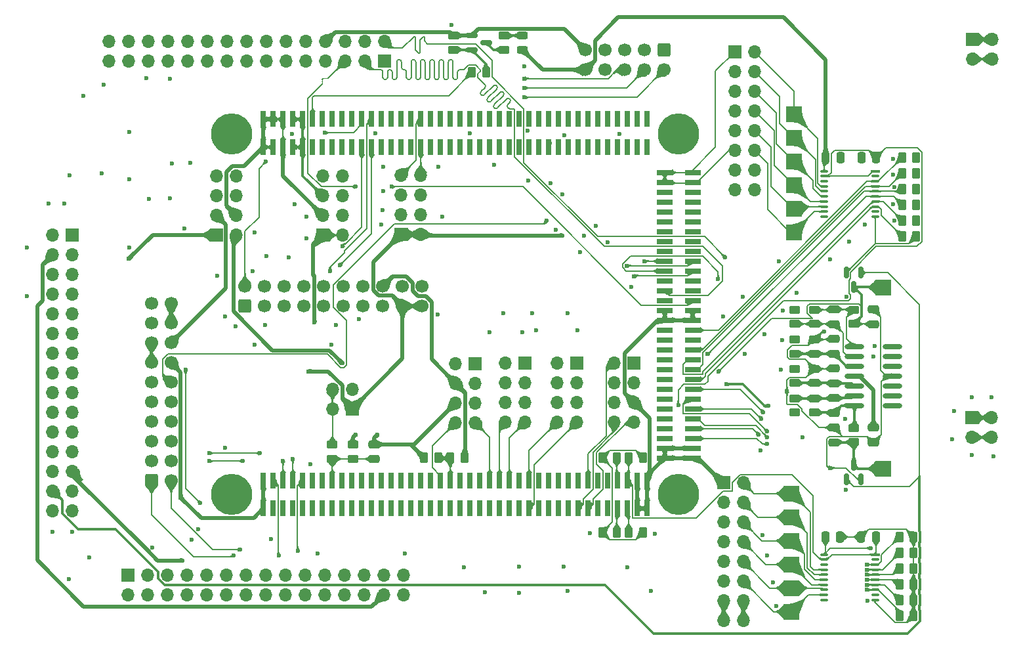
<source format=gbr>
%TF.GenerationSoftware,KiCad,Pcbnew,7.0.7*%
%TF.CreationDate,2024-02-23T10:38:31+08:00*%
%TF.ProjectId,sheet1,73686565-7431-42e6-9b69-6361645f7063,2*%
%TF.SameCoordinates,Original*%
%TF.FileFunction,Copper,L4,Bot*%
%TF.FilePolarity,Positive*%
%FSLAX46Y46*%
G04 Gerber Fmt 4.6, Leading zero omitted, Abs format (unit mm)*
G04 Created by KiCad (PCBNEW 7.0.7) date 2024-02-23 10:38:31*
%MOMM*%
%LPD*%
G01*
G04 APERTURE LIST*
G04 Aperture macros list*
%AMRoundRect*
0 Rectangle with rounded corners*
0 $1 Rounding radius*
0 $2 $3 $4 $5 $6 $7 $8 $9 X,Y pos of 4 corners*
0 Add a 4 corners polygon primitive as box body*
4,1,4,$2,$3,$4,$5,$6,$7,$8,$9,$2,$3,0*
0 Add four circle primitives for the rounded corners*
1,1,$1+$1,$2,$3*
1,1,$1+$1,$4,$5*
1,1,$1+$1,$6,$7*
1,1,$1+$1,$8,$9*
0 Add four rect primitives between the rounded corners*
20,1,$1+$1,$2,$3,$4,$5,0*
20,1,$1+$1,$4,$5,$6,$7,0*
20,1,$1+$1,$6,$7,$8,$9,0*
20,1,$1+$1,$8,$9,$2,$3,0*%
G04 Aperture macros list end*
%TA.AperFunction,ComponentPad*%
%ADD10O,1.700000X1.700000*%
%TD*%
%TA.AperFunction,ComponentPad*%
%ADD11R,1.700000X1.700000*%
%TD*%
%TA.AperFunction,ComponentPad*%
%ADD12C,1.700000*%
%TD*%
%TA.AperFunction,ComponentPad*%
%ADD13RoundRect,0.250000X0.600000X-0.600000X0.600000X0.600000X-0.600000X0.600000X-0.600000X-0.600000X0*%
%TD*%
%TA.AperFunction,ComponentPad*%
%ADD14RoundRect,0.250000X-0.600000X0.600000X-0.600000X-0.600000X0.600000X-0.600000X0.600000X0.600000X0*%
%TD*%
%TA.AperFunction,SMDPad,CuDef*%
%ADD15R,2.000000X2.000000*%
%TD*%
%TA.AperFunction,SMDPad,CuDef*%
%ADD16RoundRect,0.250000X-0.475000X0.250000X-0.475000X-0.250000X0.475000X-0.250000X0.475000X0.250000X0*%
%TD*%
%TA.AperFunction,SMDPad,CuDef*%
%ADD17RoundRect,0.250000X-0.262500X-0.450000X0.262500X-0.450000X0.262500X0.450000X-0.262500X0.450000X0*%
%TD*%
%TA.AperFunction,SMDPad,CuDef*%
%ADD18RoundRect,0.150000X-0.150000X0.587500X-0.150000X-0.587500X0.150000X-0.587500X0.150000X0.587500X0*%
%TD*%
%TA.AperFunction,SMDPad,CuDef*%
%ADD19RoundRect,0.250000X-0.250000X-0.475000X0.250000X-0.475000X0.250000X0.475000X-0.250000X0.475000X0*%
%TD*%
%TA.AperFunction,SMDPad,CuDef*%
%ADD20RoundRect,0.250000X0.262500X0.450000X-0.262500X0.450000X-0.262500X-0.450000X0.262500X-0.450000X0*%
%TD*%
%TA.AperFunction,SMDPad,CuDef*%
%ADD21RoundRect,0.250000X0.450000X-0.262500X0.450000X0.262500X-0.450000X0.262500X-0.450000X-0.262500X0*%
%TD*%
%TA.AperFunction,SMDPad,CuDef*%
%ADD22RoundRect,0.250000X-0.450000X0.262500X-0.450000X-0.262500X0.450000X-0.262500X0.450000X0.262500X0*%
%TD*%
%TA.AperFunction,SMDPad,CuDef*%
%ADD23O,1.143000X0.330000*%
%TD*%
%TA.AperFunction,SMDPad,CuDef*%
%ADD24R,1.143000X0.330000*%
%TD*%
%TA.AperFunction,SMDPad,CuDef*%
%ADD25RoundRect,0.150000X-0.587500X-0.150000X0.587500X-0.150000X0.587500X0.150000X-0.587500X0.150000X0*%
%TD*%
%TA.AperFunction,SMDPad,CuDef*%
%ADD26RoundRect,0.243750X0.456250X-0.243750X0.456250X0.243750X-0.456250X0.243750X-0.456250X-0.243750X0*%
%TD*%
%TA.AperFunction,SMDPad,CuDef*%
%ADD27RoundRect,0.250000X0.475000X-0.250000X0.475000X0.250000X-0.475000X0.250000X-0.475000X-0.250000X0*%
%TD*%
%TA.AperFunction,ComponentPad*%
%ADD28C,5.300000*%
%TD*%
%TA.AperFunction,SMDPad,CuDef*%
%ADD29R,2.100000X0.750000*%
%TD*%
%TA.AperFunction,SMDPad,CuDef*%
%ADD30R,0.750000X2.100000*%
%TD*%
%TA.AperFunction,SMDPad,CuDef*%
%ADD31O,2.500000X0.700000*%
%TD*%
%TA.AperFunction,SMDPad,CuDef*%
%ADD32RoundRect,0.150000X0.150000X-0.587500X0.150000X0.587500X-0.150000X0.587500X-0.150000X-0.587500X0*%
%TD*%
%TA.AperFunction,ComponentPad*%
%ADD33RoundRect,0.250000X-0.600000X-0.600000X0.600000X-0.600000X0.600000X0.600000X-0.600000X0.600000X0*%
%TD*%
%TA.AperFunction,ViaPad*%
%ADD34C,0.600000*%
%TD*%
%TA.AperFunction,Conductor*%
%ADD35C,0.300000*%
%TD*%
%TA.AperFunction,Conductor*%
%ADD36C,0.200000*%
%TD*%
%TA.AperFunction,Conductor*%
%ADD37C,0.500000*%
%TD*%
%TA.AperFunction,Conductor*%
%ADD38C,0.000000*%
%TD*%
G04 APERTURE END LIST*
D10*
%TO.P,UART2,8,Pin_8*%
%TO.N,/UART_SCI_TXDB*%
X242986200Y-127269800D03*
%TO.P,UART2,7,Pin_7*%
%TO.N,/UART_SCI_RXDB*%
X245526200Y-127269800D03*
%TO.P,UART2,6,Pin_6*%
%TO.N,AGND*%
X242986200Y-124729800D03*
%TO.P,UART2,5,Pin_5*%
X245526200Y-124729800D03*
%TO.P,UART2,4,Pin_4*%
%TO.N,D+5V*%
X242986200Y-122189800D03*
%TO.P,UART2,3,Pin_3*%
X245526200Y-122189800D03*
%TO.P,UART2,2,Pin_2*%
%TO.N,D12V1*%
X242986200Y-119649800D03*
D11*
%TO.P,UART2,1,Pin_1*%
X245526200Y-119649800D03*
%TD*%
D12*
%TO.P,INC1,20,20*%
%TO.N,unconnected-(INC1-Pad20)*%
X238686200Y-109684800D03*
%TO.P,INC1,19,19*%
%TO.N,VDD*%
X238686200Y-112224800D03*
%TO.P,INC1,18,18*%
%TO.N,unconnected-(INC1-Pad18)*%
X236146200Y-109684800D03*
%TO.P,INC1,17,17*%
%TO.N,VDD*%
X236146200Y-112224800D03*
%TO.P,INC1,16,16*%
%TO.N,D+5V*%
X233606200Y-109684800D03*
%TO.P,INC1,15,15*%
%TO.N,unconnected-(INC1-Pad15)*%
X233606200Y-112224800D03*
%TO.P,INC1,14,14*%
%TO.N,D+5V*%
X231066200Y-109684800D03*
%TO.P,INC1,13,13*%
%TO.N,AGND*%
X231066200Y-112224800D03*
%TO.P,INC1,12,12*%
X228526200Y-109684800D03*
%TO.P,INC1,11,11*%
X228526200Y-112224800D03*
%TO.P,INC1,10,10*%
X225986200Y-109684800D03*
%TO.P,INC1,9,9*%
X225986200Y-112224800D03*
%TO.P,INC1,8,8*%
%TO.N,/MQEP1S*%
X223446200Y-109684800D03*
%TO.P,INC1,7,7*%
%TO.N,PE_GND*%
X223446200Y-112224800D03*
%TO.P,INC1,6,6*%
%TO.N,/MQEP1Z*%
X220906200Y-109684800D03*
%TO.P,INC1,5,5*%
%TO.N,/QEP1_HALL_W*%
X220906200Y-112224800D03*
%TO.P,INC1,4,4*%
%TO.N,/MQEP1B*%
X218366200Y-109684800D03*
%TO.P,INC1,3,3*%
%TO.N,/QEP1_HALL_V*%
X218366200Y-112224800D03*
%TO.P,INC1,2,2*%
%TO.N,/MQEP1A*%
X215826200Y-109684800D03*
D13*
%TO.P,INC1,1,1*%
%TO.N,/QEP1_HALL_U*%
X215826200Y-112224800D03*
%TD*%
D11*
%TO.P,J2,1,Pin_1*%
%TO.N,/DC_BUS_2M1*%
X309608715Y-126630980D03*
D10*
%TO.P,J2,2,Pin_2*%
%TO.N,/GND_2M1*%
X309608715Y-129170980D03*
%TO.P,J2,3,Pin_3*%
%TO.N,/DC_BUS_2M1*%
X312148715Y-126630980D03*
%TO.P,J2,4,Pin_4*%
%TO.N,/GND_2M1*%
X312148715Y-129170980D03*
%TD*%
%TO.P,UART3,8,Pin_8*%
%TO.N,/UART_SCI_RXDC*%
X256086200Y-127219800D03*
%TO.P,UART3,7,Pin_7*%
%TO.N,/UART_SCI_TXDC*%
X258626200Y-127219800D03*
%TO.P,UART3,6,Pin_6*%
%TO.N,AGND*%
X256086200Y-124679800D03*
%TO.P,UART3,5,Pin_5*%
X258626200Y-124679800D03*
%TO.P,UART3,4,Pin_4*%
%TO.N,D+5V*%
X256086200Y-122139800D03*
%TO.P,UART3,3,Pin_3*%
X258626200Y-122139800D03*
%TO.P,UART3,2,Pin_2*%
%TO.N,D12V1*%
X256086200Y-119599800D03*
D11*
%TO.P,UART3,1,Pin_1*%
X258626200Y-119599800D03*
%TD*%
D12*
%TO.P,J1,10,Pin_10*%
%TO.N,D+5V*%
X259761200Y-81789800D03*
%TO.P,J1,9,Pin_9*%
%TO.N,AGND*%
X259761200Y-79249800D03*
%TO.P,J1,8,Pin_8*%
%TO.N,VDD*%
X262301200Y-81789800D03*
%TO.P,J1,7,Pin_7*%
%TO.N,PE_GND*%
X262301200Y-79249800D03*
%TO.P,J1,6,Pin_6*%
%TO.N,/MQEP1Z*%
X264841200Y-81789800D03*
%TO.P,J1,5,Pin_5*%
%TO.N,/QEP1_HALL_W*%
X264841200Y-79249800D03*
%TO.P,J1,4,Pin_4*%
%TO.N,/MQEP1B*%
X267381200Y-81789800D03*
%TO.P,J1,3,Pin_3*%
%TO.N,/QEP1_HALL_V*%
X267381200Y-79249800D03*
%TO.P,J1,2,Pin_2*%
%TO.N,/MQEP1A*%
X269921200Y-81789800D03*
D14*
%TO.P,J1,1,Pin_1*%
%TO.N,/QEP1_HALL_U*%
X269921200Y-79249800D03*
%TD*%
D10*
%TO.P,CAN1,8,Pin_8*%
%TO.N,/DSP_B_CAN_RX*%
X238511200Y-95374800D03*
%TO.P,CAN1,7,Pin_7*%
%TO.N,/DSP_B_CAN_TX*%
X235971200Y-95374800D03*
%TO.P,CAN1,6,Pin_6*%
%TO.N,AGND*%
X238511200Y-97914800D03*
%TO.P,CAN1,5,Pin_5*%
X235971200Y-97914800D03*
%TO.P,CAN1,4,Pin_4*%
%TO.N,D+5V*%
X238511200Y-100454800D03*
%TO.P,CAN1,3,Pin_3*%
X235971200Y-100454800D03*
%TO.P,CAN1,2,Pin_2*%
%TO.N,VDD*%
X238511200Y-102994800D03*
D11*
%TO.P,CAN1,1,Pin_1*%
X235971200Y-102994800D03*
%TD*%
D10*
%TO.P,LEM2,30,30*%
%TO.N,-12*%
X198266200Y-78124800D03*
%TO.P,LEM2,29,29*%
X198266200Y-80664800D03*
%TO.P,LEM2,28,28*%
%TO.N,+12*%
X200806200Y-78124800D03*
%TO.P,LEM2,27,27*%
X200806200Y-80664800D03*
%TO.P,LEM2,26,26*%
%TO.N,A-5V*%
X203346200Y-78124800D03*
%TO.P,LEM2,25,25*%
X203346200Y-80664800D03*
%TO.P,LEM2,24,24*%
%TO.N,A+5V*%
X205886200Y-78124800D03*
%TO.P,LEM2,23,23*%
X205886200Y-80664800D03*
%TO.P,LEM2,22,22*%
%TO.N,12VGND*%
X208426200Y-78124800D03*
%TO.P,LEM2,21,21*%
X208426200Y-80664800D03*
%TO.P,LEM2,20,20*%
X210966200Y-78124800D03*
%TO.P,LEM2,19,19*%
X210966200Y-80664800D03*
%TO.P,LEM2,18,18*%
%TO.N,AGND*%
X213506200Y-78124800D03*
%TO.P,LEM2,17,17*%
X213506200Y-80664800D03*
%TO.P,LEM2,16,16*%
X216046200Y-78124800D03*
%TO.P,LEM2,15,15*%
X216046200Y-80664800D03*
%TO.P,LEM2,14,14*%
X218586200Y-78124800D03*
%TO.P,LEM2,13,13*%
X218586200Y-80664800D03*
%TO.P,LEM2,12,12*%
X221126200Y-78124800D03*
%TO.P,LEM2,11,11*%
X221126200Y-80664800D03*
%TO.P,LEM2,10,10*%
X223666200Y-78124800D03*
%TO.P,LEM2,9,9*%
X223666200Y-80664800D03*
%TO.P,LEM2,8,8*%
X226206200Y-78124800D03*
%TO.P,LEM2,7,7*%
%TO.N,Net-(LEM2-Pad7)*%
X226206200Y-80664800D03*
%TO.P,LEM2,6,6*%
%TO.N,/IPM_IU1*%
X228746200Y-78124800D03*
%TO.P,LEM2,5,5*%
X228746200Y-80664800D03*
%TO.P,LEM2,4,4*%
%TO.N,/IPM_IV1*%
X231286200Y-78124800D03*
%TO.P,LEM2,3,3*%
X231286200Y-80664800D03*
%TO.P,LEM2,2,2*%
%TO.N,/IPM_IW1*%
X233826200Y-78124800D03*
D11*
%TO.P,LEM2,1,1*%
X233826200Y-80664800D03*
%TD*%
%TO.P,IPM1,1,Pin_1*%
%TO.N,AGND*%
X279010000Y-79450000D03*
D10*
%TO.P,IPM1,2,Pin_2*%
%TO.N,/PWM1A_5V*%
X281550000Y-79450000D03*
%TO.P,IPM1,3,Pin_3*%
%TO.N,AGND*%
X279010000Y-81990000D03*
%TO.P,IPM1,4,Pin_4*%
%TO.N,/PWM2A_5V*%
X281550000Y-81990000D03*
%TO.P,IPM1,5,Pin_5*%
%TO.N,AGND*%
X279010000Y-84530000D03*
%TO.P,IPM1,6,Pin_6*%
%TO.N,/PWM3A_5V*%
X281550000Y-84530000D03*
%TO.P,IPM1,7,Pin_7*%
%TO.N,AGND*%
X279010000Y-87070000D03*
%TO.P,IPM1,8,Pin_8*%
%TO.N,/PWM1B_5V*%
X281550000Y-87070000D03*
%TO.P,IPM1,9,Pin_9*%
%TO.N,AGND*%
X279010000Y-89610000D03*
%TO.P,IPM1,10,Pin_10*%
%TO.N,/PWM2B_5V*%
X281550000Y-89610000D03*
%TO.P,IPM1,11,Pin_11*%
%TO.N,AGND*%
X279010000Y-92150000D03*
%TO.P,IPM1,12,Pin_12*%
%TO.N,/PWM3B_5V*%
X281550000Y-92150000D03*
%TO.P,IPM1,13,Pin_13*%
%TO.N,D12VGND*%
X279010000Y-94690000D03*
%TO.P,IPM1,14,Pin_14*%
%TO.N,D12V1*%
X281550000Y-94690000D03*
%TO.P,IPM1,15,Pin_15*%
%TO.N,D12VGND*%
X279010000Y-97230000D03*
%TO.P,IPM1,16,Pin_16*%
%TO.N,D12V1*%
X281550000Y-97230000D03*
%TD*%
%TO.P,POWER1,30,30*%
%TO.N,D+5V*%
X191000000Y-138624800D03*
%TO.P,POWER1,29,29*%
X193540000Y-138624800D03*
%TO.P,POWER1,28,28*%
%TO.N,AVDD*%
X191000000Y-136084800D03*
%TO.P,POWER1,27,27*%
%TO.N,VDD*%
X193540000Y-136084800D03*
%TO.P,POWER1,26,26*%
%TO.N,A+5V*%
X191000000Y-133544800D03*
%TO.P,POWER1,25,25*%
X193540000Y-133544800D03*
%TO.P,POWER1,24,24*%
X191000000Y-131004800D03*
%TO.P,POWER1,23,23*%
X193540000Y-131004800D03*
%TO.P,POWER1,22,22*%
X191000000Y-128464800D03*
%TO.P,POWER1,21,21*%
X193540000Y-128464800D03*
%TO.P,POWER1,20,20*%
%TO.N,D12V1*%
X191000000Y-125924800D03*
%TO.P,POWER1,19,19*%
X193540000Y-125924800D03*
%TO.P,POWER1,18,18*%
%TO.N,AGND*%
X191000000Y-123384800D03*
%TO.P,POWER1,17,17*%
X193540000Y-123384800D03*
%TO.P,POWER1,16,16*%
X191000000Y-120844800D03*
%TO.P,POWER1,15,15*%
X193540000Y-120844800D03*
%TO.P,POWER1,14,14*%
%TO.N,A-5V*%
X191000000Y-118304800D03*
%TO.P,POWER1,13,13*%
X193540000Y-118304800D03*
%TO.P,POWER1,12,12*%
%TO.N,12VGND*%
X191000000Y-115764800D03*
%TO.P,POWER1,11,11*%
X193540000Y-115764800D03*
%TO.P,POWER1,10,10*%
X191000000Y-113224800D03*
%TO.P,POWER1,9,9*%
X193540000Y-113224800D03*
%TO.P,POWER1,8,8*%
%TO.N,-12*%
X191000000Y-110684800D03*
%TO.P,POWER1,7,7*%
X193540000Y-110684800D03*
%TO.P,POWER1,6,6*%
X191000000Y-108144800D03*
%TO.P,POWER1,5,5*%
X193540000Y-108144800D03*
%TO.P,POWER1,4,4*%
%TO.N,+12*%
X191000000Y-105604800D03*
%TO.P,POWER1,3,3*%
X193540000Y-105604800D03*
%TO.P,POWER1,2,2*%
X191000000Y-103064800D03*
D11*
%TO.P,POWER1,1,1*%
X193540000Y-103064800D03*
%TD*%
D10*
%TO.P,SPI2,8,Pin_8*%
%TO.N,/SPI_B_CK_HS*%
X263496200Y-127224800D03*
%TO.P,SPI2,7,Pin_7*%
%TO.N,/~{SPI_B_STE_HS}*%
X266036200Y-127224800D03*
%TO.P,SPI2,6,Pin_6*%
%TO.N,AGND*%
X263496200Y-124684800D03*
%TO.P,SPI2,5,Pin_5*%
X266036200Y-124684800D03*
%TO.P,SPI2,4,Pin_4*%
%TO.N,D+5V*%
X263496200Y-122144800D03*
%TO.P,SPI2,3,Pin_3*%
X266036200Y-122144800D03*
%TO.P,SPI2,2,Pin_2*%
%TO.N,/SPI B MI HS*%
X263496200Y-119604800D03*
D11*
%TO.P,SPI2,1,Pin_1*%
%TO.N,/SPI B MO HS*%
X266036200Y-119604800D03*
%TD*%
D10*
%TO.P,CAN2,8,Pin_8*%
%TO.N,/DSP_A_CAN_RX*%
X228361200Y-95474800D03*
%TO.P,CAN2,7,Pin_7*%
%TO.N,/DSP_A_CAN_TX*%
X225821200Y-95474800D03*
%TO.P,CAN2,6,Pin_6*%
%TO.N,AGND*%
X228361200Y-98014800D03*
%TO.P,CAN2,5,Pin_5*%
X225821200Y-98014800D03*
%TO.P,CAN2,4,Pin_4*%
%TO.N,D+5V*%
X228361200Y-100554800D03*
%TO.P,CAN2,3,Pin_3*%
X225821200Y-100554800D03*
%TO.P,CAN2,2,Pin_2*%
%TO.N,VDD*%
X228361200Y-103094800D03*
D11*
%TO.P,CAN2,1,Pin_1*%
X225821200Y-103094800D03*
%TD*%
%TO.P,J3,1,Pin_1*%
%TO.N,/DC_BUS_2M2*%
X309644715Y-77823800D03*
D10*
%TO.P,J3,2,Pin_2*%
%TO.N,/GND_2M2*%
X309644715Y-80363800D03*
%TO.P,J3,3,Pin_3*%
%TO.N,/DC_BUS_2M2*%
X312184715Y-77823800D03*
%TO.P,J3,4,Pin_4*%
%TO.N,/GND_2M2*%
X312184715Y-80363800D03*
%TD*%
%TO.P,LEM1,30,30*%
%TO.N,-12*%
X236241200Y-149464800D03*
%TO.P,LEM1,29,29*%
X236241200Y-146924800D03*
%TO.P,LEM1,28,28*%
%TO.N,+12*%
X233701200Y-149464800D03*
%TO.P,LEM1,27,27*%
X233701200Y-146924800D03*
%TO.P,LEM1,26,26*%
%TO.N,A-5V*%
X231161200Y-149464800D03*
%TO.P,LEM1,25,25*%
X231161200Y-146924800D03*
%TO.P,LEM1,24,24*%
%TO.N,A+5V*%
X228621200Y-149464800D03*
%TO.P,LEM1,23,23*%
X228621200Y-146924800D03*
%TO.P,LEM1,22,22*%
%TO.N,12VGND*%
X226081200Y-149464800D03*
%TO.P,LEM1,21,21*%
X226081200Y-146924800D03*
%TO.P,LEM1,20,20*%
X223541200Y-149464800D03*
%TO.P,LEM1,19,19*%
X223541200Y-146924800D03*
%TO.P,LEM1,18,18*%
%TO.N,AGND*%
X221001200Y-149464800D03*
%TO.P,LEM1,17,17*%
X221001200Y-146924800D03*
%TO.P,LEM1,16,16*%
X218461200Y-149464800D03*
%TO.P,LEM1,15,15*%
X218461200Y-146924800D03*
%TO.P,LEM1,14,14*%
X215921200Y-149464800D03*
%TO.P,LEM1,13,13*%
X215921200Y-146924800D03*
%TO.P,LEM1,12,12*%
X213381200Y-149464800D03*
%TO.P,LEM1,11,11*%
X213381200Y-146924800D03*
%TO.P,LEM1,10,10*%
X210841200Y-149464800D03*
%TO.P,LEM1,9,9*%
X210841200Y-146924800D03*
%TO.P,LEM1,8,8*%
X208301200Y-149464800D03*
%TO.P,LEM1,7,7*%
%TO.N,Net-(LEM1-Pad7)*%
X208301200Y-146924800D03*
%TO.P,LEM1,6,6*%
%TO.N,/IPM_IU2*%
X205761200Y-149464800D03*
%TO.P,LEM1,5,5*%
X205761200Y-146924800D03*
%TO.P,LEM1,4,4*%
%TO.N,/IPM_IV2*%
X203221200Y-149464800D03*
%TO.P,LEM1,3,3*%
X203221200Y-146924800D03*
%TO.P,LEM1,2,2*%
%TO.N,/IPM_IW2*%
X200681200Y-149464800D03*
D11*
%TO.P,LEM1,1,1*%
X200681200Y-146924800D03*
%TD*%
D10*
%TO.P,UART1,8,Pin_8*%
%TO.N,/UART_SCI_RXDA*%
X249436200Y-127219800D03*
%TO.P,UART1,7,Pin_7*%
%TO.N,/UART_SCI_TXDA*%
X251976200Y-127219800D03*
%TO.P,UART1,6,Pin_6*%
%TO.N,AGND*%
X249436200Y-124679800D03*
%TO.P,UART1,5,Pin_5*%
X251976200Y-124679800D03*
%TO.P,UART1,4,Pin_4*%
%TO.N,D+5V*%
X249436200Y-122139800D03*
%TO.P,UART1,3,Pin_3*%
X251976200Y-122139800D03*
%TO.P,UART1,2,Pin_2*%
%TO.N,D12V1*%
X249436200Y-119599800D03*
D11*
%TO.P,UART1,1,Pin_1*%
X251976200Y-119599800D03*
%TD*%
D10*
%TO.P,UART4,8,Pin_8*%
%TO.N,/UART_SCI_TXDD*%
X214661200Y-95459800D03*
%TO.P,UART4,7,Pin_7*%
%TO.N,/UART_SCI_RXDD*%
X212121200Y-95459800D03*
%TO.P,UART4,6,Pin_6*%
%TO.N,AGND*%
X214661200Y-97999800D03*
%TO.P,UART4,5,Pin_5*%
X212121200Y-97999800D03*
%TO.P,UART4,4,Pin_4*%
%TO.N,D+5V*%
X214661200Y-100539800D03*
%TO.P,UART4,3,Pin_3*%
X212121200Y-100539800D03*
%TO.P,UART4,2,Pin_2*%
%TO.N,D12V1*%
X214661200Y-103079800D03*
D11*
%TO.P,UART4,1,Pin_1*%
X212121200Y-103079800D03*
%TD*%
%TO.P,IPM2,1,Pin_1*%
%TO.N,AGND*%
X277604008Y-135046687D03*
D10*
%TO.P,IPM2,2,Pin_2*%
%TO.N,/PWM4A_5V*%
X280144008Y-135046687D03*
%TO.P,IPM2,3,Pin_3*%
%TO.N,AGND*%
X277604008Y-137586687D03*
%TO.P,IPM2,4,Pin_4*%
%TO.N,/PWM5A_5V*%
X280144008Y-137586687D03*
%TO.P,IPM2,5,Pin_5*%
%TO.N,AGND*%
X277604008Y-140126687D03*
%TO.P,IPM2,6,Pin_6*%
%TO.N,/PWM6A_5V*%
X280144008Y-140126687D03*
%TO.P,IPM2,7,Pin_7*%
%TO.N,AGND*%
X277604008Y-142666687D03*
%TO.P,IPM2,8,Pin_8*%
%TO.N,/PWM4B_5V*%
X280144008Y-142666687D03*
%TO.P,IPM2,9,Pin_9*%
%TO.N,AGND*%
X277604008Y-145206687D03*
%TO.P,IPM2,10,Pin_10*%
%TO.N,/PWM5B_5V*%
X280144008Y-145206687D03*
%TO.P,IPM2,11,Pin_11*%
%TO.N,AGND*%
X277604008Y-147746687D03*
%TO.P,IPM2,12,Pin_12*%
%TO.N,/PWM6B_5V*%
X280144008Y-147746687D03*
%TO.P,IPM2,13,Pin_13*%
%TO.N,D12VGND*%
X277604008Y-150286687D03*
%TO.P,IPM2,14,Pin_14*%
%TO.N,D12V1*%
X280144008Y-150286687D03*
%TO.P,IPM2,15,Pin_15*%
%TO.N,D12VGND*%
X277604008Y-152826687D03*
%TO.P,IPM2,16,Pin_16*%
%TO.N,D12V1*%
X280144008Y-152826687D03*
%TD*%
%TO.P,DI1,4,Pin_4*%
%TO.N,Net-(DI1-Pin_3)*%
X227096200Y-122974800D03*
%TO.P,DI1,3,Pin_3*%
X227096200Y-125514800D03*
%TO.P,DI1,2,Pin_2*%
%TO.N,AGND*%
X229636200Y-122974800D03*
D11*
%TO.P,DI1,1,Pin_1*%
%TO.N,VDD*%
X229636200Y-125514800D03*
%TD*%
D15*
%TO.P,VDC_BUS1,1,1*%
%TO.N,/IPM_VDC_BUS1*%
X298186200Y-133199800D03*
%TD*%
D16*
%TO.P,C10,2,2*%
%TO.N,/IPM_VDC_BUS1*%
X291836200Y-129822300D03*
%TO.P,C10,1,1*%
%TO.N,AGND*%
X291836200Y-127922300D03*
%TD*%
D17*
%TO.P,R32,2,2*%
%TO.N,/DSP_PWM3~{_ENABL}E*%
X263761200Y-141424800D03*
%TO.P,R32,1,1*%
%TO.N,VDD*%
X261936200Y-141424800D03*
%TD*%
D15*
%TO.P,TP1,1,1*%
%TO.N,/PWM3B_5V*%
X286631200Y-102733800D03*
%TD*%
D18*
%TO.P,D2,3*%
%TO.N,/IPM_VDC_BUS2*%
X294376200Y-109814800D03*
%TO.P,D2,2*%
%TO.N,AVDD*%
X295326200Y-107939800D03*
%TO.P,D2,1*%
%TO.N,AGND*%
X293426200Y-107939800D03*
%TD*%
D19*
%TO.P,C3,2,2*%
%TO.N,AGND*%
X292643945Y-93081800D03*
%TO.P,C3,1,1*%
%TO.N,D+5V*%
X290743945Y-93081800D03*
%TD*%
D15*
%TO.P,TP4,1,1*%
%TO.N,/PWM5B_5V*%
X286353292Y-148599800D03*
%TD*%
%TO.P,TP9,1,1*%
%TO.N,/PWM2A_5V*%
X286631200Y-90541800D03*
%TD*%
D20*
%TO.P,R3,2,2*%
%TO.N,/DSP-PWM2A*%
X300601200Y-95113800D03*
%TO.P,R3,1,1*%
%TO.N,AGND*%
X302426200Y-95113800D03*
%TD*%
D16*
%TO.P,C11,2,2*%
%TO.N,/IPM_VDC_BUS2*%
X296916200Y-114582300D03*
%TO.P,C11,1,1*%
%TO.N,AGND*%
X296916200Y-112682300D03*
%TD*%
D20*
%TO.P,R2,1,1*%
%TO.N,AGND*%
X302101292Y-141998390D03*
%TO.P,R2,2,2*%
%TO.N,/DSP-PWM4A*%
X300276292Y-141998390D03*
%TD*%
%TO.P,R1,2,2*%
%TO.N,/DSP-PWM1A*%
X300601200Y-93081800D03*
%TO.P,R1,1,1*%
%TO.N,AGND*%
X302426200Y-93081800D03*
%TD*%
D19*
%TO.P,C2,1,1*%
%TO.N,AGND*%
X295326547Y-141995800D03*
%TO.P,C2,2,2*%
%TO.N,/DSP_PWM2~{_ENABL}E*%
X297226547Y-141995800D03*
%TD*%
D21*
%TO.P,R14,2,2*%
%TO.N,/DC_BUS_2M1*%
X286756200Y-120339800D03*
%TO.P,R14,1,1*%
%TO.N,Net-(C5-Pad2)*%
X286756200Y-122164800D03*
%TD*%
%TO.P,R15,2,2*%
%TO.N,/GND_2M2*%
X286756200Y-112719800D03*
%TO.P,R15,1,1*%
%TO.N,Net-(C8-Pad1)*%
X286756200Y-114544800D03*
%TD*%
D15*
%TO.P,TP10,1,1*%
%TO.N,/PWM5A_5V*%
X286353292Y-139455800D03*
%TD*%
D22*
%TO.P,R21,2,2*%
%TO.N,/IPM_VDC_BUS1*%
X294376200Y-129784800D03*
%TO.P,R21,1,1*%
%TO.N,Net-(C7-Pad2)*%
X294376200Y-127959800D03*
%TD*%
D15*
%TO.P,TP7,1,1*%
%TO.N,/PWM3A_5V*%
X286631200Y-93589800D03*
%TD*%
D20*
%TO.P,R7,2,2*%
%TO.N,/DSP-PWM1B*%
X300601200Y-99177800D03*
%TO.P,R7,1,1*%
%TO.N,AGND*%
X302426200Y-99177800D03*
%TD*%
D15*
%TO.P,TP11,1,1*%
%TO.N,/PWM1A_5V*%
X286631200Y-87493800D03*
%TD*%
D23*
%TO.P,U1,20,VCC*%
%TO.N,D+5V*%
X290540445Y-94857190D03*
%TO.P,U1,19,\u002AOE2*%
%TO.N,/DSP_PWM1~{_ENABL}E*%
X290540465Y-95507200D03*
%TO.P,U1,18,Y1*%
%TO.N,unconnected-(U1-Y1-Pad18)*%
X290540445Y-96157190D03*
%TO.P,U1,17,Y2*%
%TO.N,/PWM1A_5V*%
X290540465Y-96807200D03*
%TO.P,U1,16,Y3*%
%TO.N,/PWM2A_5V*%
X290540465Y-97457180D03*
%TO.P,U1,15,Y4*%
%TO.N,/PWM3A_5V*%
X290540465Y-98107200D03*
%TO.P,U1,14,Y5*%
%TO.N,/PWM1B_5V*%
X290540465Y-98757210D03*
%TO.P,U1,13,Y6*%
%TO.N,/PWM2B_5V*%
X290540465Y-99407190D03*
%TO.P,U1,12,Y7*%
%TO.N,/PWM3B_5V*%
X290540465Y-100057200D03*
%TO.P,U1,11,Y8*%
%TO.N,unconnected-(U1-Y8-Pad11)*%
X290540465Y-100707190D03*
%TO.P,U1,10,GND*%
%TO.N,AGND*%
X297140455Y-100707190D03*
%TO.P,U1,9,A8*%
%TO.N,unconnected-(U1-A8-Pad9)*%
X297140455Y-100057200D03*
%TO.P,U1,8,A7*%
%TO.N,/DSP-PWM3B*%
X297140455Y-99407190D03*
%TO.P,U1,7,A6*%
%TO.N,/DSP-PWM2B*%
X297140455Y-98757210D03*
%TO.P,U1,6,A5*%
%TO.N,/DSP-PWM1B*%
X297140455Y-98107200D03*
%TO.P,U1,5,A4*%
%TO.N,/DSP-PWM3A*%
X297140455Y-97457180D03*
%TO.P,U1,4,A3*%
%TO.N,/DSP-PWM2A*%
X297140455Y-96807200D03*
%TO.P,U1,3,A2*%
%TO.N,/DSP-PWM1A*%
X297140455Y-96157190D03*
%TO.P,U1,2,A1*%
%TO.N,unconnected-(U1-A1-Pad2)*%
X297140455Y-95507200D03*
D24*
%TO.P,U1,1,\u002AOE1*%
%TO.N,/DSP_PWM1~{_ENABL}E*%
X297140455Y-94857190D03*
%TD*%
D25*
%TO.P,Q1,3,C*%
%TO.N,Net-(Q1-C)*%
X246930368Y-78274800D03*
%TO.P,Q1,2,E*%
%TO.N,AGND*%
X245055368Y-77324800D03*
%TO.P,Q1,1,B*%
%TO.N,Net-(Q1-B)*%
X245055368Y-79224800D03*
%TD*%
D16*
%TO.P,C6,2,2*%
%TO.N,Net-(C6-Pad2)*%
X291836200Y-118392300D03*
%TO.P,C6,1,1*%
%TO.N,AGND*%
X291836200Y-116492300D03*
%TD*%
D21*
%TO.P,R16,2,2*%
%TO.N,/DC_BUS_2M2*%
X286756200Y-116549800D03*
%TO.P,R16,1,1*%
%TO.N,Net-(C6-Pad2)*%
X286756200Y-118374800D03*
%TD*%
D15*
%TO.P,TP2,1,1*%
%TO.N,/PWM6B_5V*%
X286353292Y-151647800D03*
%TD*%
D20*
%TO.P,R8,1,1*%
%TO.N,AGND*%
X302101292Y-148091800D03*
%TO.P,R8,2,2*%
%TO.N,/DSP-PWM4B*%
X300276292Y-148091800D03*
%TD*%
D26*
%TO.P,D3,2,K*%
%TO.N,Net-(D3-K)*%
X251611200Y-77337300D03*
%TO.P,D3,1,A*%
%TO.N,D+5V*%
X251611200Y-79212300D03*
%TD*%
D27*
%TO.P,C8,2,2*%
%TO.N,Net-(C8-Pad2)*%
X291836200Y-112682300D03*
%TO.P,C8,1,1*%
%TO.N,Net-(C8-Pad1)*%
X291836200Y-114582300D03*
%TD*%
D15*
%TO.P,TP12,1,1*%
%TO.N,/PWM4A_5V*%
X286353292Y-136407800D03*
%TD*%
D17*
%TO.P,R26,2,2*%
%TO.N,/BootFromFlash*%
X240748700Y-131824800D03*
%TO.P,R26,1,1*%
%TO.N,AGND*%
X238923700Y-131824800D03*
%TD*%
D22*
%TO.P,R22,2,2*%
%TO.N,/IPM_VDC_BUS2*%
X294376200Y-114544800D03*
%TO.P,R22,1,1*%
%TO.N,Net-(C8-Pad2)*%
X294376200Y-112719800D03*
%TD*%
%TO.P,R19,2,2*%
%TO.N,Net-(C7-Pad2)*%
X289296200Y-125974800D03*
%TO.P,R19,1,1*%
%TO.N,Net-(C7-Pad1)*%
X289296200Y-124149800D03*
%TD*%
D20*
%TO.P,R11,2,2*%
%TO.N,/DSP-PWM3B*%
X300601200Y-103241800D03*
%TO.P,R11,1,1*%
%TO.N,AGND*%
X302426200Y-103241800D03*
%TD*%
%TO.P,R5,2,2*%
%TO.N,/DSP-PWM3A*%
X300601200Y-97145800D03*
%TO.P,R5,1,1*%
%TO.N,AGND*%
X302426200Y-97145800D03*
%TD*%
D19*
%TO.P,C4,1,1*%
%TO.N,D+5V*%
X290720037Y-141995800D03*
%TO.P,C4,2,2*%
%TO.N,AGND*%
X292620037Y-141995800D03*
%TD*%
D20*
%TO.P,R29,2,2*%
%TO.N,/LED1*%
X245107200Y-82084800D03*
%TO.P,R29,1,1*%
%TO.N,Net-(Q1-B)*%
X246932200Y-82084800D03*
%TD*%
D21*
%TO.P,R23,2,2*%
%TO.N,Net-(DI1-Pin_3)*%
X227086200Y-130124800D03*
%TO.P,R23,1,1*%
%TO.N,/DI-1-DSP-3.3V*%
X227086200Y-131949800D03*
%TD*%
D17*
%TO.P,R25,2,2*%
%TO.N,D+5V*%
X244148700Y-131824800D03*
%TO.P,R25,1,1*%
%TO.N,/BootFromFlash*%
X242323700Y-131824800D03*
%TD*%
D21*
%TO.P,R20,2,2*%
%TO.N,Net-(C8-Pad2)*%
X289296200Y-112719800D03*
%TO.P,R20,1,1*%
%TO.N,Net-(C8-Pad1)*%
X289296200Y-114544800D03*
%TD*%
D20*
%TO.P,R6,1,1*%
%TO.N,AGND*%
X302101292Y-146059800D03*
%TO.P,R6,2,2*%
%TO.N,/DSP-PWM6A*%
X300276292Y-146059800D03*
%TD*%
D21*
%TO.P,R30,2,2*%
%TO.N,AGND*%
X242721200Y-77362300D03*
%TO.P,R30,1,1*%
%TO.N,Net-(Q1-B)*%
X242721200Y-79187300D03*
%TD*%
D15*
%TO.P,TP6,1,1*%
%TO.N,/PWM4B_5V*%
X286353292Y-145551800D03*
%TD*%
D28*
%TO.P,DSP1,264*%
%TO.N,N/C*%
X214127200Y-136534800D03*
%TO.P,DSP1,263*%
X271785200Y-136534800D03*
%TO.P,DSP1,262*%
X271785200Y-90052800D03*
%TO.P,DSP1,261*%
X214127200Y-90052800D03*
D29*
%TO.P,DSP1,220,GND_220*%
%TO.N,AGND*%
X269981800Y-131835800D03*
%TO.P,DSP1,219,219_GND*%
X273581800Y-131835800D03*
%TO.P,DSP1,218,GND_218*%
X269981800Y-130565800D03*
%TO.P,DSP1,217,217_GND*%
X273581800Y-130565800D03*
%TO.P,DSP1,216,PWM12B_216*%
%TO.N,/DSP-PWM12B*%
X269981800Y-129295800D03*
%TO.P,DSP1,215,215_PWM6B*%
%TO.N,/DSP-PWM6B*%
X273581800Y-129295800D03*
%TO.P,DSP1,214,PWM12A_214*%
%TO.N,/DSP-PWM12A*%
X269981800Y-128025800D03*
%TO.P,DSP1,213,213_PWM6A*%
%TO.N,/DSP-PWM6A*%
X273581800Y-128025800D03*
%TO.P,DSP1,212,PWM11B_212*%
%TO.N,/DSP-PWM11B*%
X269981800Y-126755800D03*
%TO.P,DSP1,211,211_PWM5B*%
%TO.N,/DSP-PWM5B*%
X273581800Y-126755800D03*
%TO.P,DSP1,210,PWM11A_210*%
%TO.N,/DSP-PWM11A*%
X269981800Y-125485800D03*
%TO.P,DSP1,209,209_PWM5A*%
%TO.N,/DSP-PWM5A*%
X273581800Y-125485800D03*
%TO.P,DSP1,208,PWM10B_208*%
%TO.N,/DSP-PWM10B*%
X269981800Y-124215800D03*
%TO.P,DSP1,207,207_PWM4B*%
%TO.N,/DSP-PWM4B*%
X273581800Y-124215800D03*
%TO.P,DSP1,206,PWM10A_206*%
%TO.N,/DSP-PWM10A*%
X269981800Y-122945800D03*
%TO.P,DSP1,205,205_PWM4A*%
%TO.N,/DSP-PWM4A*%
X273581800Y-122945800D03*
%TO.P,DSP1,204,PWM9B_204*%
%TO.N,/DSP-PWM9B*%
X269981800Y-121675800D03*
%TO.P,DSP1,203,203_PWM3B*%
%TO.N,/DSP-PWM3B*%
X273581800Y-121675800D03*
%TO.P,DSP1,202,PWM9A_202*%
%TO.N,/DSP-PWM9A*%
X269981800Y-120405800D03*
%TO.P,DSP1,201,201_PWM3A*%
%TO.N,/DSP-PWM3A*%
X273581800Y-120405800D03*
%TO.P,DSP1,200,PWM8B_200*%
%TO.N,/DSP-PWM8B*%
X269981800Y-119135800D03*
%TO.P,DSP1,199,199_PWM2B*%
%TO.N,/DSP-PWM2B*%
X273581800Y-119135800D03*
%TO.P,DSP1,198,PWM8A_198*%
%TO.N,/DSP-PWM8A*%
X269981800Y-117865800D03*
%TO.P,DSP1,197,197_PWM2A*%
%TO.N,/DSP-PWM2A*%
X273581800Y-117865800D03*
%TO.P,DSP1,196,PWM7B_196*%
%TO.N,/DSP-PWM7B*%
X269981800Y-116595800D03*
%TO.P,DSP1,195,195_PWM1B*%
%TO.N,/DSP-PWM1B*%
X273581800Y-116595800D03*
%TO.P,DSP1,194,PWM7A_194*%
%TO.N,/DSP-PWM7A*%
X269981800Y-115325800D03*
%TO.P,DSP1,193,193_PWM1A*%
%TO.N,/DSP-PWM1A*%
X273581800Y-115325800D03*
%TO.P,DSP1,192,GND_192*%
%TO.N,AGND*%
X269981800Y-114055800D03*
%TO.P,DSP1,191,191_GND*%
X273581800Y-114055800D03*
%TO.P,DSP1,190,GND_190*%
X269981800Y-112785800D03*
%TO.P,DSP1,189,189_GND*%
X273581800Y-112785800D03*
%TO.P,DSP1,188,ADA0_188*%
%TO.N,/IPM_VDC_BUS1*%
X269981800Y-111515800D03*
%TO.P,DSP1,187,187_ADA1*%
%TO.N,/IPM_IU1*%
X273581800Y-111515800D03*
%TO.P,DSP1,186,ADA2_186*%
%TO.N,/IPM_IV1*%
X269981800Y-110245800D03*
%TO.P,DSP1,185,185_ADA3*%
%TO.N,/IPM_IW1*%
X273581800Y-110245800D03*
%TO.P,DSP1,184,ADA4_184*%
%TO.N,/IPM_Temperature3*%
X269981800Y-108975800D03*
%TO.P,DSP1,183,183_ADA5*%
%TO.N,/IPM_Temperature1*%
X273581800Y-108975800D03*
%TO.P,DSP1,182,ADB0_182*%
%TO.N,/IPM_VDC_BUS2*%
X269981800Y-107705800D03*
%TO.P,DSP1,181,181_ADB1*%
%TO.N,/IPM_IU2*%
X273581800Y-107705800D03*
%TO.P,DSP1,180,ADB2_180*%
%TO.N,/IPM_IV2*%
X269981800Y-106435800D03*
%TO.P,DSP1,179,179_ADB3*%
%TO.N,/IPM_IW2*%
X273581800Y-106435800D03*
%TO.P,DSP1,178,ADB4_178*%
%TO.N,/IPM_Temperature4*%
X269981800Y-105165800D03*
%TO.P,DSP1,177,177_ADB5*%
%TO.N,/IPM_Temperature2*%
X273581800Y-105165800D03*
%TO.P,DSP1,176,ADC2_176*%
%TO.N,/IPM_VDC_BUS4*%
X269981800Y-103895800D03*
%TO.P,DSP1,175,175_ADC3*%
%TO.N,/IPM_IU4*%
X273581800Y-103895800D03*
%TO.P,DSP1,174,ADC4_174*%
%TO.N,/IPM_IV4*%
X269981800Y-102625800D03*
%TO.P,DSP1,173,173_ADC5*%
%TO.N,/IPM_IW4*%
X273581800Y-102625800D03*
%TO.P,DSP1,172,ADD0_172*%
%TO.N,/IPM_VDC_BUS3*%
X269981800Y-101355800D03*
%TO.P,DSP1,171,171_ADD1*%
%TO.N,/IPM_IU3*%
X273581800Y-101355800D03*
%TO.P,DSP1,170,ADD3_170*%
%TO.N,/IPM_IV3*%
X269981800Y-100085800D03*
%TO.P,DSP1,169,169_ADD2*%
%TO.N,/IPM_IW3*%
X273581800Y-100085800D03*
%TO.P,DSP1,168,ADD5_168*%
%TO.N,/ADD5*%
X269981800Y-98815800D03*
%TO.P,DSP1,167,167_ADD4*%
%TO.N,/ADD4*%
X273581800Y-98815800D03*
%TO.P,DSP1,166,AD15_166*%
%TO.N,/AD_15*%
X269981800Y-97545800D03*
%TO.P,DSP1,165,165_AD14*%
%TO.N,/AD_14*%
X273581800Y-97545800D03*
%TO.P,DSP1,164,GND_164*%
%TO.N,AGND*%
X269981800Y-96275800D03*
%TO.P,DSP1,163,163_GND*%
X273581800Y-96275800D03*
%TO.P,DSP1,162,GND_162*%
X269981800Y-95005800D03*
%TO.P,DSP1,161,161_GND*%
X273581800Y-95005800D03*
D30*
%TO.P,DSP1,160,GND_160*%
X267721200Y-138331400D03*
%TO.P,DSP1,159,159_GND*%
X267721200Y-134731400D03*
%TO.P,DSP1,158,GND_158*%
X266451200Y-138331400D03*
%TO.P,DSP1,157,157_GND*%
X266451200Y-134731400D03*
%TO.P,DSP1,156,GP29_156*%
%TO.N,/DSP_PWM4~{_ENABL}E*%
X265181200Y-138331400D03*
%TO.P,DSP1,155,155_GP93*%
%TO.N,/DSP_PWM2~{_ENABL}E*%
X265181200Y-134731400D03*
%TO.P,DSP1,154,GP28_154*%
%TO.N,/DSP_PWM3~{_ENABL}E*%
X263911200Y-138331400D03*
%TO.P,DSP1,153,153_GP108*%
%TO.N,/DSP_PWM1~{_ENABL}E*%
X263911200Y-134731400D03*
%TO.P,DSP1,152,GP122_152*%
%TO.N,unconnected-(DSP1-GP122_152-Pad152)*%
X262641200Y-138331400D03*
%TO.P,DSP1,151,151*%
%TO.N,unconnected-(DSP1-Pad151)*%
X262641200Y-134731400D03*
%TO.P,DSP1,150,GP0_150*%
%TO.N,unconnected-(DSP1-GP0_150-Pad150)*%
X261371200Y-138331400D03*
%TO.P,DSP1,149,149_GP1*%
%TO.N,unconnected-(DSP1-149_GP1-Pad149)*%
X261371200Y-134731400D03*
%TO.P,DSP1,148,GP143_148*%
%TO.N,/~{SPI_B_STE_HS}*%
X260101200Y-138331400D03*
%TO.P,DSP1,147,147_GP64*%
%TO.N,/SPI B MI HS*%
X260101200Y-134731400D03*
%TO.P,DSP1,146,GP65_146*%
%TO.N,/SPI_B_CK_HS*%
X258831200Y-138331400D03*
%TO.P,DSP1,145,145_GP63*%
%TO.N,/SPI B MO HS*%
X258831200Y-134731400D03*
%TO.P,DSP1,144,CS3_144*%
%TO.N,unconnected-(DSP1-CS3_144-Pad144)*%
X257561200Y-138331400D03*
%TO.P,DSP1,143,143_GP118*%
%TO.N,unconnected-(DSP1-143_GP118-Pad143)*%
X257561200Y-134731400D03*
%TO.P,DSP1,142,GP129_142*%
%TO.N,unconnected-(DSP1-GP129_142-Pad142)*%
X256291200Y-138331400D03*
%TO.P,DSP1,141,141_GP132*%
%TO.N,unconnected-(DSP1-141_GP132-Pad141)*%
X256291200Y-134731400D03*
%TO.P,DSP1,140,GP119_140*%
%TO.N,unconnected-(DSP1-GP119_140-Pad140)*%
X255021200Y-138331400D03*
%TO.P,DSP1,139,139_GP133*%
%TO.N,unconnected-(DSP1-139_GP133-Pad139)*%
X255021200Y-134731400D03*
%TO.P,DSP1,138,GP11_138*%
%TO.N,unconnected-(DSP1-GP11_138-Pad138)*%
X253751200Y-138331400D03*
%TO.P,DSP1,137,137_GP18*%
%TO.N,unconnected-(DSP1-137_GP18-Pad137)*%
X253751200Y-134731400D03*
%TO.P,DSP1,136,GP140_136*%
%TO.N,/UART_SCI_TXDC*%
X252481200Y-138331400D03*
%TO.P,DSP1,135,135_GP139*%
%TO.N,/UART_SCI_RXDC*%
X252481200Y-134731400D03*
%TO.P,DSP1,134,GP114_134*%
%TO.N,unconnected-(DSP1-GP114_134-Pad134)*%
X251211200Y-138331400D03*
%TO.P,DSP1,133,133_GP134*%
%TO.N,unconnected-(DSP1-133_GP134-Pad133)*%
X251211200Y-134731400D03*
%TO.P,DSP1,132,GP123_132*%
%TO.N,unconnected-(DSP1-GP123_132-Pad132)*%
X249941200Y-138331400D03*
%TO.P,DSP1,131,131_GP135*%
%TO.N,/UART_SCI_TXDA*%
X249941200Y-134731400D03*
%TO.P,DSP1,130,GP110_130*%
%TO.N,unconnected-(DSP1-GP110_130-Pad130)*%
X248671200Y-138331400D03*
%TO.P,DSP1,129,129_GP136*%
%TO.N,/UART_SCI_RXDA*%
X248671200Y-134731400D03*
%TO.P,DSP1,128,GP113_128*%
%TO.N,unconnected-(DSP1-GP113_128-Pad128)*%
X247401200Y-138331400D03*
%TO.P,DSP1,127,127_GP138*%
%TO.N,/UART_SCI_RXDB*%
X247401200Y-134731400D03*
%TO.P,DSP1,126,RESET_126*%
%TO.N,unconnected-(DSP1-RESET_126-Pad126)*%
X246131200Y-138331400D03*
%TO.P,DSP1,125,125_RD*%
%TO.N,unconnected-(DSP1-125_RD-Pad125)*%
X246131200Y-134731400D03*
%TO.P,DSP1,124,CS2_124*%
%TO.N,unconnected-(DSP1-CS2_124-Pad124)*%
X244861200Y-138331400D03*
%TO.P,DSP1,123,123_WE*%
%TO.N,unconnected-(DSP1-123_WE-Pad123)*%
X244861200Y-134731400D03*
%TO.P,DSP1,122,A0_122*%
%TO.N,unconnected-(DSP1-A0_122-Pad122)*%
X243591200Y-138331400D03*
%TO.P,DSP1,121,121_GP125*%
%TO.N,unconnected-(DSP1-121_GP125-Pad121)*%
X243591200Y-134731400D03*
%TO.P,DSP1,120,A1_120*%
%TO.N,unconnected-(DSP1-A1_120-Pad120)*%
X242321200Y-138331400D03*
%TO.P,DSP1,119,119_GP84*%
%TO.N,/BootFromFlash*%
X242321200Y-134731400D03*
%TO.P,DSP1,118,A2_118*%
%TO.N,unconnected-(DSP1-A2_118-Pad118)*%
X241051200Y-138331400D03*
%TO.P,DSP1,117,117_GP137*%
%TO.N,/UART_SCI_TXDB*%
X241051200Y-134731400D03*
%TO.P,DSP1,116,A3_116*%
%TO.N,unconnected-(DSP1-A3_116-Pad116)*%
X239781200Y-138331400D03*
%TO.P,DSP1,115,115_GP36*%
%TO.N,unconnected-(DSP1-115_GP36-Pad115)*%
X239781200Y-134731400D03*
%TO.P,DSP1,114,A4_114*%
%TO.N,unconnected-(DSP1-A4_114-Pad114)*%
X238511200Y-138331400D03*
%TO.P,DSP1,113,113_D0*%
%TO.N,unconnected-(DSP1-113_D0-Pad113)*%
X238511200Y-134731400D03*
%TO.P,DSP1,112,A5_112*%
%TO.N,unconnected-(DSP1-A5_112-Pad112)*%
X237241200Y-138331400D03*
%TO.P,DSP1,111,111_D1*%
%TO.N,/DSP_PWM1_~{FAULT}*%
X237241200Y-134731400D03*
%TO.P,DSP1,110,A6_110*%
%TO.N,unconnected-(DSP1-A6_110-Pad110)*%
X235971200Y-138331400D03*
%TO.P,DSP1,109,109_D2*%
%TO.N,/DSP_PWM2_~{FAULT}*%
X235971200Y-134731400D03*
%TO.P,DSP1,108,A7_108*%
%TO.N,unconnected-(DSP1-A7_108-Pad108)*%
X234701200Y-138331400D03*
%TO.P,DSP1,107,107_D3*%
%TO.N,/DSP_PWM3_~{FAULT}*%
X234701200Y-134731400D03*
%TO.P,DSP1,106,A8_106*%
%TO.N,unconnected-(DSP1-A8_106-Pad106)*%
X233431200Y-138331400D03*
%TO.P,DSP1,105,105_D4*%
%TO.N,/DSP_PWM4_~{FAULT}*%
X233431200Y-134731400D03*
%TO.P,DSP1,104,A9_104*%
%TO.N,unconnected-(DSP1-A9_104-Pad104)*%
X232161200Y-138331400D03*
%TO.P,DSP1,103,103_D5*%
%TO.N,unconnected-(DSP1-103_D5-Pad103)*%
X232161200Y-134731400D03*
%TO.P,DSP1,102,A10_102*%
%TO.N,unconnected-(DSP1-A10_102-Pad102)*%
X230891200Y-138331400D03*
%TO.P,DSP1,101,101_D6*%
%TO.N,unconnected-(DSP1-101_D6-Pad101)*%
X230891200Y-134731400D03*
%TO.P,DSP1,100,A11_100*%
%TO.N,unconnected-(DSP1-A11_100-Pad100)*%
X229621200Y-138331400D03*
%TO.P,DSP1,99,99_D7*%
%TO.N,unconnected-(DSP1-99_D7-Pad99)*%
X229621200Y-134731400D03*
%TO.P,DSP1,98,A12_98*%
%TO.N,unconnected-(DSP1-A12_98-Pad98)*%
X228351200Y-138331400D03*
%TO.P,DSP1,97,97_D8*%
%TO.N,/DI-2-DSP-3.3V*%
X228351200Y-134731400D03*
%TO.P,DSP1,96,A13_96*%
%TO.N,unconnected-(DSP1-A13_96-Pad96)*%
X227081200Y-138331400D03*
%TO.P,DSP1,95,95_D9*%
%TO.N,/DI-1-DSP-3.3V*%
X227081200Y-134731400D03*
%TO.P,DSP1,94,A14_94*%
%TO.N,/ECAP6_IPM_TerminalDutyW2*%
X225811200Y-138331400D03*
%TO.P,DSP1,93,93_D10*%
%TO.N,unconnected-(DSP1-93_D10-Pad93)*%
X225811200Y-134731400D03*
%TO.P,DSP1,92,A15_92*%
%TO.N,/ECAP5_IPM_TerminalDutyV2*%
X224541200Y-138331400D03*
%TO.P,DSP1,91,91_D11*%
%TO.N,unconnected-(DSP1-91_D11-Pad91)*%
X224541200Y-134731400D03*
%TO.P,DSP1,90,A16_90*%
%TO.N,/ECAP4_IPM_TerminalDutyU2*%
X223271200Y-138331400D03*
%TO.P,DSP1,89,89_D12*%
%TO.N,/~{SPI_C_STE_HS}*%
X223271200Y-134731400D03*
%TO.P,DSP1,88,A17_88*%
%TO.N,/ECAP3_IPM_TerminalDutyW1*%
X222001200Y-138331400D03*
%TO.P,DSP1,87,87_D13*%
%TO.N,/SPI_C_CK_HS*%
X222001200Y-134731400D03*
%TO.P,DSP1,86,A18_86*%
%TO.N,/ECAP2_IPM_TerminalDutyV1*%
X220731200Y-138331400D03*
%TO.P,DSP1,85,85_D14*%
%TO.N,/SPI_C_MI_HS*%
X220731200Y-134731400D03*
%TO.P,DSP1,84,A19_84*%
%TO.N,/ECAP1_IPM_TerminalDutyU1*%
X219461200Y-138331400D03*
%TO.P,DSP1,83,83_D15*%
%TO.N,/SPI_C_MO_HS*%
X219461200Y-134731400D03*
%TO.P,DSP1,82,+5V_82*%
%TO.N,D+5V*%
X218191200Y-138331400D03*
%TO.P,DSP1,81,81+5V*%
X218191200Y-134731400D03*
%TO.P,DSP1,80,GP6_80*%
%TO.N,unconnected-(DSP1-GP6_80-Pad80)*%
X267718000Y-91738500D03*
%TO.P,DSP1,79,79_GP4*%
%TO.N,unconnected-(DSP1-79_GP4-Pad79)*%
X267718000Y-88138500D03*
%TO.P,DSP1,78,GP55_78*%
%TO.N,unconnected-(DSP1-GP55_78-Pad78)*%
X266448000Y-91738500D03*
%TO.P,DSP1,77,77_GP59*%
%TO.N,/SPI_A_MI_HS*%
X266448000Y-88138500D03*
%TO.P,DSP1,76,GP56_76*%
%TO.N,unconnected-(DSP1-GP56_76-Pad76)*%
X265178000Y-91738500D03*
%TO.P,DSP1,75,75_GP58*%
%TO.N,/SPI_A_MO_HS*%
X265178000Y-88138500D03*
%TO.P,DSP1,74,GP54_74*%
%TO.N,/QEP3_HALL_W*%
X263908000Y-91738500D03*
%TO.P,DSP1,73,73_GP95*%
%TO.N,unconnected-(DSP1-73_GP95-Pad73)*%
X263908000Y-88138500D03*
%TO.P,DSP1,72,GP130_72*%
%TO.N,/QEP3_HALL_V*%
X262638000Y-91738500D03*
%TO.P,DSP1,71,71_GP126*%
%TO.N,unconnected-(DSP1-71_GP126-Pad71)*%
X262638000Y-88138500D03*
%TO.P,DSP1,70,GP117_70*%
%TO.N,/QEP3_HALL_U*%
X261368000Y-91738500D03*
%TO.P,DSP1,69,69_GP128*%
%TO.N,unconnected-(DSP1-69_GP128-Pad69)*%
X261368000Y-88138500D03*
%TO.P,DSP1,68,GP115_68*%
%TO.N,/QEP2_HALL_U*%
X260098000Y-91738500D03*
%TO.P,DSP1,67,67_GP127*%
%TO.N,unconnected-(DSP1-67_GP127-Pad67)*%
X260098000Y-88138500D03*
%TO.P,DSP1,66,GP32_66*%
%TO.N,/QEP2_HALL_V*%
X258828000Y-91738500D03*
%TO.P,DSP1,65,65_GP116*%
%TO.N,unconnected-(DSP1-65_GP116-Pad65)*%
X258828000Y-88138500D03*
%TO.P,DSP1,64,GP67_64*%
%TO.N,/QEP2_HALL_W*%
X257558000Y-91738500D03*
%TO.P,DSP1,63,63_GP131*%
%TO.N,unconnected-(DSP1-63_GP131-Pad63)*%
X257558000Y-88138500D03*
%TO.P,DSP1,62,GP68_62*%
%TO.N,/QEP1_HALL_U*%
X256288000Y-91738500D03*
%TO.P,DSP1,61,61_GP66*%
%TO.N,unconnected-(DSP1-61_GP66-Pad61)*%
X256288000Y-88138500D03*
%TO.P,DSP1,60,GP94_60*%
%TO.N,/QEP1_HALL_V*%
X255018000Y-91738500D03*
%TO.P,DSP1,59,59_GP57*%
%TO.N,unconnected-(DSP1-59_GP57-Pad59)*%
X255018000Y-88138500D03*
%TO.P,DSP1,58,GP17_58*%
%TO.N,/QEP1_HALL_W*%
X253748000Y-91738500D03*
%TO.P,DSP1,57,57_GP30*%
%TO.N,unconnected-(DSP1-57_GP30-Pad57)*%
X253748000Y-88138500D03*
%TO.P,DSP1,56,GP101_56*%
%TO.N,unconnected-(DSP1-GP101_56-Pad56)*%
X252478000Y-91738500D03*
%TO.P,DSP1,55,55_GP102*%
%TO.N,unconnected-(DSP1-55_GP102-Pad55)*%
X252478000Y-88138500D03*
%TO.P,DSP1,54,GP103_54*%
%TO.N,unconnected-(DSP1-GP103_54-Pad54)*%
X251208000Y-91738500D03*
%TO.P,DSP1,53,53_GP100*%
%TO.N,unconnected-(DSP1-53_GP100-Pad53)*%
X251208000Y-88138500D03*
%TO.P,DSP1,52,GP111_52*%
%TO.N,/MUSB_BZ*%
X249938000Y-91738500D03*
%TO.P,DSP1,51,51_GP121*%
%TO.N,/MUSB_DP*%
X249938000Y-88138500D03*
%TO.P,DSP1,50,GP114_50*%
%TO.N,/MUSB_VB*%
X248668000Y-91738500D03*
%TO.P,DSP1,49,49_GP53*%
%TO.N,/MUSB_INT*%
X248668000Y-88138500D03*
%TO.P,DSP1,48,GP112_48*%
%TO.N,/MUSB_ID*%
X247398000Y-91738500D03*
%TO.P,DSP1,47,47_GP120*%
%TO.N,/MUSB_FLT*%
X247398000Y-88138500D03*
%TO.P,DSP1,46,GP42_46*%
%TO.N,/MUSB_DM*%
X246128000Y-91738500D03*
%TO.P,DSP1,45,45_GP43*%
%TO.N,/MUSB_EN*%
X246128000Y-88138500D03*
%TO.P,DSP1,44,GP60_44*%
%TO.N,/SPI_A_CK_HS*%
X244858000Y-91738500D03*
%TO.P,DSP1,43,43_GP61*%
%TO.N,/~{SPI_A_STE_HS}*%
X244858000Y-88138500D03*
%TO.P,DSP1,42,GP15_42*%
%TO.N,unconnected-(DSP1-GP15_42-Pad42)*%
X243588000Y-91738500D03*
%TO.P,DSP1,41,41_GP14*%
%TO.N,unconnected-(DSP1-41_GP14-Pad41)*%
X243588000Y-88138500D03*
%TO.P,DSP1,40,GP13_40*%
%TO.N,unconnected-(DSP1-GP13_40-Pad40)*%
X242318000Y-91738500D03*
%TO.P,DSP1,39,39_GP12*%
%TO.N,unconnected-(DSP1-39_GP12-Pad39)*%
X242318000Y-88138500D03*
%TO.P,DSP1,38,GP7_38*%
%TO.N,unconnected-(DSP1-GP7_38-Pad38)*%
X241048000Y-91738500D03*
%TO.P,DSP1,37,37_GP5*%
%TO.N,unconnected-(DSP1-37_GP5-Pad37)*%
X241048000Y-88138500D03*
%TO.P,DSP1,36,GP23_36*%
%TO.N,unconnected-(DSP1-GP23_36-Pad36)*%
X239778000Y-91738500D03*
%TO.P,DSP1,35,35_GP22*%
%TO.N,unconnected-(DSP1-35_GP22-Pad35)*%
X239778000Y-88138500D03*
%TO.P,DSP1,34,GP21_34*%
%TO.N,/DSP_B_CAN_RX*%
X238508000Y-91738500D03*
%TO.P,DSP1,33,33_GP20*%
%TO.N,/DSP_B_CAN_TX*%
X238508000Y-88138500D03*
%TO.P,DSP1,32,GP107_32*%
%TO.N,/MQEP3Z*%
X237238000Y-91738500D03*
%TO.P,DSP1,31,31_GP106*%
%TO.N,/MQEP3S*%
X237238000Y-88138500D03*
%TO.P,DSP1,30,GP105_30*%
%TO.N,/MQEP3B*%
X235968000Y-91738500D03*
%TO.P,DSP1,29,29_GP104*%
%TO.N,/MQEP3A*%
X235968000Y-88138500D03*
%TO.P,DSP1,28,GP27_28*%
%TO.N,/MQEP2Z*%
X234698000Y-91738500D03*
%TO.P,DSP1,27,27_GP26*%
%TO.N,/MQEP2S*%
X234698000Y-88138500D03*
%TO.P,DSP1,26,GP25_26*%
%TO.N,/MQEP2B*%
X233428000Y-91738500D03*
%TO.P,DSP1,25,25_GP24*%
%TO.N,/MQEP2A*%
X233428000Y-88138500D03*
%TO.P,DSP1,24,GP99_24*%
%TO.N,/MQEP1Z*%
X232158000Y-91738500D03*
%TO.P,DSP1,23,23_GP98*%
%TO.N,/MQEP1S*%
X232158000Y-88138500D03*
%TO.P,DSP1,22,GP97_22*%
%TO.N,/MQEP1B*%
X230888000Y-91738500D03*
%TO.P,DSP1,21,21_GP96*%
%TO.N,/MQEP1A*%
X230888000Y-88138500D03*
%TO.P,DSP1,20,GP10_20*%
%TO.N,unconnected-(DSP1-GP10_20-Pad20)*%
X229618000Y-91738500D03*
%TO.P,DSP1,19,19_GP16*%
%TO.N,unconnected-(DSP1-19_GP16-Pad19)*%
X229618000Y-88138500D03*
%TO.P,DSP1,18,GP62_18*%
%TO.N,/DSP_A_CAN_RX*%
X228348000Y-91738500D03*
%TO.P,DSP1,17,17_GP19*%
%TO.N,/DSP_A_CAN_TX*%
X228348000Y-88138500D03*
%TO.P,DSP1,16,GP142_16*%
%TO.N,/UART_SCI_TXDD*%
X227078000Y-91738500D03*
%TO.P,DSP1,15,15_GP141*%
%TO.N,/UART_SCI_RXDD*%
X227078000Y-88138500D03*
%TO.P,DSP1,14,GP8_14*%
%TO.N,/LED4*%
X225808000Y-91738500D03*
%TO.P,DSP1,13,13_GP9*%
%TO.N,/LED3*%
X225808000Y-88138500D03*
%TO.P,DSP1,12,GP2_12*%
%TO.N,/LED2*%
X224538000Y-91738500D03*
%TO.P,DSP1,11,11_GP3*%
%TO.N,/LED1*%
X224538000Y-88138500D03*
%TO.P,DSP1,10,GND10*%
%TO.N,AGND*%
X223268000Y-91738500D03*
%TO.P,DSP1,9,9_GND*%
X223268000Y-88138500D03*
%TO.P,DSP1,8,GND_8*%
X221998000Y-91738500D03*
%TO.P,DSP1,7,7_GND*%
X221998000Y-88138500D03*
%TO.P,DSP1,6,+5V_6*%
%TO.N,D+5V*%
X220728000Y-91738500D03*
%TO.P,DSP1,5,5_+5V*%
X220728000Y-88138500D03*
%TO.P,DSP1,4,+5V_4*%
X219458000Y-91738500D03*
%TO.P,DSP1,3,3_+5V*%
X219458000Y-88138500D03*
%TO.P,DSP1,2,+5V_2*%
X218188000Y-91738500D03*
%TO.P,DSP1,1,1_+5V*%
X218188000Y-88138500D03*
%TD*%
D31*
%TO.P,N1,14*%
%TO.N,unconnected-(N1-Pad14)*%
X299366200Y-125062300D03*
%TO.P,N1,13*%
%TO.N,unconnected-(N1-Pad13)*%
X299366200Y-123792300D03*
%TO.P,N1,12*%
%TO.N,unconnected-(N1-Pad12)*%
X299366200Y-122522300D03*
%TO.P,N1,11*%
%TO.N,AGND*%
X299366200Y-121252300D03*
%TO.P,N1,10*%
%TO.N,unconnected-(N1-Pad10)*%
X299366200Y-119982300D03*
%TO.P,N1,9*%
%TO.N,unconnected-(N1-Pad9)*%
X299366200Y-118712300D03*
%TO.P,N1,8*%
%TO.N,unconnected-(N1-Pad8)*%
X299366200Y-117442300D03*
%TO.P,N1,7*%
%TO.N,Net-(C8-Pad2)*%
X294466200Y-117442300D03*
%TO.P,N1,6*%
%TO.N,Net-(C8-Pad1)*%
X294466200Y-118712300D03*
%TO.P,N1,5*%
%TO.N,Net-(C6-Pad2)*%
X294466200Y-119982300D03*
%TO.P,N1,4*%
%TO.N,A+5V*%
X294466200Y-121252300D03*
%TO.P,N1,3*%
%TO.N,Net-(C5-Pad2)*%
X294466200Y-122522300D03*
%TO.P,N1,2*%
%TO.N,Net-(C7-Pad1)*%
X294466200Y-123792300D03*
%TO.P,N1,1*%
%TO.N,Net-(C7-Pad2)*%
X294466200Y-125062300D03*
%TD*%
D21*
%TO.P,R24,2,2*%
%TO.N,AGND*%
X229762866Y-130124800D03*
%TO.P,R24,1,1*%
%TO.N,/DI-1-DSP-3.3V*%
X229762866Y-131949800D03*
%TD*%
D20*
%TO.P,R4,1,1*%
%TO.N,AGND*%
X302101292Y-144027800D03*
%TO.P,R4,2,2*%
%TO.N,/DSP-PWM5A*%
X300276292Y-144027800D03*
%TD*%
D15*
%TO.P,TP5,1,1*%
%TO.N,/PWM1B_5V*%
X286631200Y-96637800D03*
%TD*%
D27*
%TO.P,C9,2,2*%
%TO.N,A+5V*%
X296916200Y-127922300D03*
%TO.P,C9,1,1*%
%TO.N,AGND*%
X296916200Y-129822300D03*
%TD*%
D20*
%TO.P,R9,2,2*%
%TO.N,/DSP-PWM2B*%
X300601200Y-101209800D03*
%TO.P,R9,1,1*%
%TO.N,AGND*%
X302426200Y-101209800D03*
%TD*%
D16*
%TO.P,C7,2,2*%
%TO.N,Net-(C7-Pad2)*%
X291836200Y-126012300D03*
%TO.P,C7,1,1*%
%TO.N,Net-(C7-Pad1)*%
X291836200Y-124112300D03*
%TD*%
D21*
%TO.P,R31,2,2*%
%TO.N,Net-(D3-K)*%
X249264534Y-77362300D03*
%TO.P,R31,1,1*%
%TO.N,Net-(Q1-C)*%
X249264534Y-79187300D03*
%TD*%
D24*
%TO.P,U2,1,\u002AOE1*%
%TO.N,/DSP_PWM2~{_ENABL}E*%
X297116547Y-144279190D03*
D23*
%TO.P,U2,2,A1*%
%TO.N,unconnected-(U2-A1-Pad2)*%
X297116547Y-144929200D03*
%TO.P,U2,3,A2*%
%TO.N,/DSP-PWM4A*%
X297116547Y-145579190D03*
%TO.P,U2,4,A3*%
%TO.N,/DSP-PWM5A*%
X297116547Y-146229200D03*
%TO.P,U2,5,A4*%
%TO.N,/DSP-PWM6A*%
X297116547Y-146879180D03*
%TO.P,U2,6,A5*%
%TO.N,/DSP-PWM4B*%
X297116547Y-147529200D03*
%TO.P,U2,7,A6*%
%TO.N,/DSP-PWM5B*%
X297116547Y-148179210D03*
%TO.P,U2,8,A7*%
%TO.N,/DSP-PWM6B*%
X297116547Y-148829190D03*
%TO.P,U2,9,A8*%
%TO.N,unconnected-(U2-A8-Pad9)*%
X297116547Y-149479200D03*
%TO.P,U2,10,GND*%
%TO.N,AGND*%
X297116547Y-150129190D03*
%TO.P,U2,11,Y8*%
%TO.N,unconnected-(U2-Y8-Pad11)*%
X290516557Y-150129190D03*
%TO.P,U2,12,Y7*%
%TO.N,/PWM6B_5V*%
X290516557Y-149479200D03*
%TO.P,U2,13,Y6*%
%TO.N,/PWM5B_5V*%
X290516557Y-148829190D03*
%TO.P,U2,14,Y5*%
%TO.N,/PWM4B_5V*%
X290516557Y-148179210D03*
%TO.P,U2,15,Y4*%
%TO.N,/PWM6A_5V*%
X290516557Y-147529200D03*
%TO.P,U2,16,Y3*%
%TO.N,/PWM5A_5V*%
X290516557Y-146879180D03*
%TO.P,U2,17,Y2*%
%TO.N,/PWM4A_5V*%
X290516557Y-146229200D03*
%TO.P,U2,18,Y1*%
%TO.N,unconnected-(U2-Y1-Pad18)*%
X290516537Y-145579190D03*
%TO.P,U2,19,\u002AOE2*%
%TO.N,/DSP_PWM2~{_ENABL}E*%
X290516557Y-144929200D03*
%TO.P,U2,20,VCC*%
%TO.N,D+5V*%
X290516537Y-144279190D03*
%TD*%
D15*
%TO.P,TP3,1,1*%
%TO.N,/PWM2B_5V*%
X286631200Y-99685800D03*
%TD*%
D20*
%TO.P,R33,2,2*%
%TO.N,/DSP_PWM4~{_ENABL}E*%
X265336200Y-141424800D03*
%TO.P,R33,1,1*%
%TO.N,VDD*%
X267161200Y-141424800D03*
%TD*%
D17*
%TO.P,R28,2,2*%
%TO.N,VDD*%
X267161200Y-131799800D03*
%TO.P,R28,1,1*%
%TO.N,/DSP_PWM2~{_ENABL}E*%
X265336200Y-131799800D03*
%TD*%
D15*
%TO.P,VDC_BUS2,1,1*%
%TO.N,/IPM_VDC_BUS2*%
X298186200Y-109822300D03*
%TD*%
D22*
%TO.P,R17,2,2*%
%TO.N,Net-(C5-Pad2)*%
X289296200Y-122164800D03*
%TO.P,R17,1,1*%
%TO.N,AGND*%
X289296200Y-120339800D03*
%TD*%
D16*
%TO.P,C12,2,2*%
%TO.N,/DI-1-DSP-3.3V*%
X232469534Y-131987300D03*
%TO.P,C12,1,1*%
%TO.N,AGND*%
X232469534Y-130087300D03*
%TD*%
%TO.P,C5,2,2*%
%TO.N,Net-(C5-Pad2)*%
X291836200Y-122202300D03*
%TO.P,C5,1,1*%
%TO.N,AGND*%
X291836200Y-120302300D03*
%TD*%
D15*
%TO.P,TP8,1,1*%
%TO.N,/PWM6A_5V*%
X286353292Y-142503800D03*
%TD*%
D32*
%TO.P,D1,3*%
%TO.N,/IPM_VDC_BUS1*%
X294376200Y-132682300D03*
%TO.P,D1,2*%
%TO.N,AVDD*%
X293426200Y-134557300D03*
%TO.P,D1,1*%
%TO.N,AGND*%
X295326200Y-134557300D03*
%TD*%
D22*
%TO.P,R13,2,2*%
%TO.N,/GND_2M1*%
X286756200Y-125974800D03*
%TO.P,R13,1,1*%
%TO.N,Net-(C7-Pad1)*%
X286756200Y-124149800D03*
%TD*%
D20*
%TO.P,R12,1,1*%
%TO.N,AGND*%
X302101292Y-152155800D03*
%TO.P,R12,2,2*%
%TO.N,/DSP-PWM6B*%
X300276292Y-152155800D03*
%TD*%
D22*
%TO.P,R18,2,2*%
%TO.N,Net-(C6-Pad2)*%
X289296200Y-118374800D03*
%TO.P,R18,1,1*%
%TO.N,AGND*%
X289296200Y-116549800D03*
%TD*%
D20*
%TO.P,R27,2,2*%
%TO.N,VDD*%
X261936200Y-131799800D03*
%TO.P,R27,1,1*%
%TO.N,/DSP_PWM1~{_ENABL}E*%
X263761200Y-131799800D03*
%TD*%
D19*
%TO.P,C1,2,2*%
%TO.N,/DSP_PWM1~{_ENABL}E*%
X297250455Y-93081800D03*
%TO.P,C1,1,1*%
%TO.N,AGND*%
X295350455Y-93081800D03*
%TD*%
D12*
%TO.P,SPI1,20,20*%
%TO.N,A+5V*%
X206301200Y-111899800D03*
%TO.P,SPI1,19,19*%
%TO.N,-5V_ADC*%
X203761200Y-111899800D03*
%TO.P,SPI1,18,18*%
%TO.N,A+5V*%
X206301200Y-114439800D03*
%TO.P,SPI1,17,17*%
%TO.N,-5V_ADC*%
X203761200Y-114439800D03*
%TO.P,SPI1,16,16*%
%TO.N,D+5V*%
X206301200Y-116979800D03*
%TO.P,SPI1,15,15*%
%TO.N,Net-(RU3-Pad2)*%
X203761200Y-116979800D03*
%TO.P,SPI1,14,14*%
%TO.N,D+5V*%
X206301200Y-119519800D03*
%TO.P,SPI1,13,13*%
%TO.N,Net-(RU3-Pad2)*%
X203761200Y-119519800D03*
%TO.P,SPI1,12,12*%
%TO.N,/SPI_A_MI_HS*%
X206301200Y-122059800D03*
%TO.P,SPI1,11,11*%
%TO.N,/SPI_A_CK_HS*%
X203761200Y-122059800D03*
%TO.P,SPI1,10,10*%
%TO.N,/~{SPI_A_STE_HS}*%
X206301200Y-124599800D03*
%TO.P,SPI1,9,9*%
%TO.N,/SPI_A_MO_HS*%
X203761200Y-124599800D03*
%TO.P,SPI1,8,8*%
%TO.N,PE_GND*%
X206301200Y-127139800D03*
%TO.P,SPI1,7,7*%
%TO.N,AGND*%
X203761200Y-127139800D03*
%TO.P,SPI1,6,6*%
%TO.N,PE_GND*%
X206301200Y-129679800D03*
%TO.P,SPI1,5,5*%
%TO.N,AGND*%
X203761200Y-129679800D03*
%TO.P,SPI1,4,4*%
%TO.N,/SPI_C_MI_HS*%
X206301200Y-132219800D03*
%TO.P,SPI1,3,3*%
%TO.N,/SPI_C_CK_HS*%
X203761200Y-132219800D03*
%TO.P,SPI1,2,2*%
%TO.N,/~{SPI_C_STE_HS}*%
X206301200Y-134759800D03*
D33*
%TO.P,SPI1,1,1*%
%TO.N,/SPI_C_MO_HS*%
X203761200Y-134759800D03*
%TD*%
D20*
%TO.P,R10,1,1*%
%TO.N,AGND*%
X302101292Y-150123800D03*
%TO.P,R10,2,2*%
%TO.N,/DSP-PWM5B*%
X300276292Y-150123800D03*
%TD*%
D34*
%TO.N,AGND*%
X293436200Y-111049800D03*
X216794200Y-107705800D03*
X233558200Y-99831800D03*
X247938488Y-94019088D03*
X295788200Y-101736800D03*
X261117200Y-101863800D03*
X206380200Y-93862800D03*
X193096000Y-147482200D03*
X293248200Y-126755800D03*
X312171200Y-123961800D03*
X258704200Y-115325800D03*
X252319988Y-89637588D03*
X242448200Y-75955800D03*
X195712200Y-144662800D03*
X197617200Y-83702800D03*
X296169200Y-150250800D03*
X282580200Y-141741800D03*
X233431200Y-101736800D03*
X287025200Y-110499800D03*
X244099200Y-145932800D03*
X295407200Y-93100800D03*
X284993200Y-120405800D03*
X283215200Y-144408800D03*
X265689200Y-109737800D03*
X246766200Y-149107800D03*
X283977200Y-147837800D03*
X312425200Y-131581800D03*
X253370200Y-115325800D03*
X299471200Y-95259800D03*
X193172200Y-95386800D03*
X213238200Y-113547800D03*
X273563200Y-112785800D03*
X227589200Y-114690800D03*
X280040200Y-111007800D03*
X217048200Y-117230800D03*
X247401200Y-115579800D03*
X249179200Y-113166800D03*
X200919200Y-104657800D03*
X236479200Y-144154800D03*
X257053200Y-90179800D03*
X187650000Y-104700000D03*
X296931200Y-118754800D03*
X214635200Y-114817800D03*
X259593200Y-103133800D03*
X268229200Y-148980800D03*
X282326200Y-130819800D03*
X291343200Y-133105800D03*
X262641200Y-104022800D03*
X293756200Y-103895800D03*
X222255200Y-99069800D03*
X302426200Y-95113800D03*
X219207200Y-142249800D03*
X255910200Y-102371800D03*
X223768791Y-103504392D03*
X230510200Y-113928800D03*
X299598200Y-96910800D03*
X264165200Y-90052800D03*
X268737200Y-141614800D03*
X256799200Y-97799800D03*
X293375200Y-107959800D03*
X270642200Y-112785800D03*
X295280200Y-141995800D03*
X270642200Y-114055800D03*
X221419291Y-105946800D03*
X299598200Y-101228800D03*
X224287200Y-132597800D03*
X280294200Y-118373800D03*
X302426200Y-97145800D03*
X302426200Y-93081800D03*
X232669200Y-89925800D03*
X265181200Y-145932800D03*
X209809200Y-140979800D03*
X244861200Y-89925800D03*
X287787200Y-129168800D03*
X309631200Y-131454800D03*
X257434200Y-113166800D03*
X309631200Y-123961800D03*
X307091200Y-129422800D03*
X223779200Y-100720800D03*
X252862200Y-113166800D03*
X302426200Y-101209800D03*
X296931200Y-129803800D03*
X203459200Y-98434800D03*
X277500200Y-113547800D03*
X225176200Y-144154800D03*
X260355200Y-141487800D03*
X256926200Y-145805800D03*
X218445200Y-114690800D03*
X299471200Y-99069800D03*
X302426200Y-103241800D03*
X241270988Y-100686588D03*
X307345200Y-125739800D03*
X285247200Y-112785800D03*
X296931200Y-112658800D03*
X252354200Y-96021800D03*
X251592200Y-115579800D03*
X273436200Y-114055800D03*
X200919200Y-89798800D03*
X255275200Y-96402800D03*
X191000000Y-141360800D03*
X251846200Y-81289800D03*
X208031200Y-102244800D03*
X226954200Y-117230800D03*
X203078200Y-82813800D03*
X299471200Y-93227800D03*
X193540000Y-141360800D03*
X221874200Y-90052800D03*
X293375200Y-135899800D03*
X290561200Y-115499800D03*
X291836200Y-127922300D03*
X282834200Y-115833800D03*
X233685200Y-94243800D03*
X259085200Y-105292800D03*
X251211200Y-149234800D03*
X194950200Y-85099800D03*
X218572200Y-105800800D03*
X240670200Y-113293800D03*
X206126200Y-82940800D03*
X291343200Y-106181800D03*
X232923200Y-128787800D03*
X208793200Y-93735800D03*
X203840200Y-143392800D03*
X257434200Y-148980800D03*
X190500000Y-99000000D03*
X200919200Y-95894800D03*
X284739200Y-106435800D03*
X240797200Y-94243800D03*
X192500000Y-99000000D03*
X284358200Y-150885800D03*
X197363200Y-95132800D03*
X217048200Y-102752800D03*
X208920200Y-142376800D03*
X292613200Y-93100800D03*
X233685200Y-97418800D03*
X285755200Y-123199800D03*
X297058200Y-117357800D03*
X187650000Y-110950000D03*
X251211200Y-145805800D03*
X213208701Y-130536301D03*
X299344200Y-121167800D03*
X302426200Y-99177800D03*
X206126200Y-98307800D03*
X230129200Y-128787800D03*
X285120200Y-116595800D03*
X212222200Y-108340800D03*
%TO.N,VDD*%
X261936200Y-131799800D03*
X256799200Y-103133800D03*
X224795200Y-114309800D03*
X224033200Y-120659798D03*
%TO.N,/DSP_PWM1~{_ENABL}E*%
X271711200Y-125049800D03*
X263911200Y-134731400D03*
%TO.N,A+5V*%
X207777200Y-145047800D03*
X296916200Y-127922300D03*
%TO.N,D+5V*%
X207523200Y-136915800D03*
X296561200Y-143449800D03*
%TO.N,/IPM_VDC_BUS1*%
X269981800Y-111515800D03*
X291836200Y-129822300D03*
X277936200Y-122324800D03*
X283342200Y-125104800D03*
%TO.N,/IPM_VDC_BUS2*%
X276886200Y-120699800D03*
X276861200Y-108799800D03*
%TO.N,/DSP_A_CAN_TX*%
X228348000Y-88138500D03*
%TO.N,/DSP_A_CAN_RX*%
X228348000Y-91738500D03*
%TO.N,/IPM_IU1*%
X230111200Y-96849800D03*
X234711200Y-96849800D03*
%TO.N,/IPM_IW1*%
X277761200Y-105949800D03*
X273581800Y-110245800D03*
%TO.N,/IPM_IU2*%
X265996346Y-108384946D03*
%TO.N,/IPM_IV2*%
X267311200Y-106474800D03*
%TO.N,/IPM_IW2*%
X265073700Y-107049800D03*
%TO.N,/QEP1_HALL_U*%
X256288000Y-91211512D03*
%TO.N,/MQEP1A*%
X230888000Y-88138500D03*
X251861200Y-85324800D03*
X226086200Y-89874800D03*
X218536200Y-93574800D03*
%TO.N,/QEP1_HALL_V*%
X255139844Y-91211512D03*
%TO.N,/MQEP1B*%
X228398700Y-104562300D03*
X230888000Y-91738500D03*
X251861200Y-84109946D03*
%TO.N,/QEP1_HALL_W*%
X253748000Y-91738512D03*
%TO.N,/MQEP1Z*%
X251861200Y-82909946D03*
X228097200Y-106943800D03*
X232158000Y-91738500D03*
%TO.N,/MQEP1S*%
X226827200Y-107705800D03*
%TO.N,Net-(LEM1-Pad7)*%
X208168754Y-120456300D03*
X210068412Y-137654400D03*
%TO.N,/UART_SCI_RXDD*%
X227078000Y-88138500D03*
%TO.N,/UART_SCI_TXDD*%
X227078000Y-91738500D03*
%TO.N,/~{SPI_A_STE_HS}*%
X244858000Y-88138500D03*
%TO.N,/SPI_A_CK_HS*%
X244858000Y-91738500D03*
%TO.N,/SPI_A_MO_HS*%
X265178000Y-88138500D03*
%TO.N,/SPI_A_MI_HS*%
X254736200Y-101199800D03*
X266448000Y-88138500D03*
%TO.N,/SPI_C_MO_HS*%
X214386200Y-144370800D03*
X220161200Y-144370800D03*
%TO.N,/SPI_C_MI_HS*%
X215561200Y-132174800D03*
X220736200Y-132174800D03*
X211186200Y-132224800D03*
%TO.N,/SPI_C_CK_HS*%
X217761200Y-131224800D03*
X221986200Y-131924800D03*
X211186200Y-131199800D03*
%TO.N,/~{SPI_C_STE_HS}*%
X215211200Y-143649800D03*
X222636200Y-143799800D03*
%TO.N,/SPI B MO HS*%
X258831200Y-134731400D03*
%TO.N,/DSP-PWM1B*%
X275436200Y-118449800D03*
X273581800Y-116595800D03*
%TO.N,/DSP-PWM4A*%
X296036200Y-145579190D03*
X282667700Y-125906300D03*
%TO.N,/DSP-PWM4B*%
X283211200Y-128399810D03*
X296036200Y-147529200D03*
%TO.N,/DSP-PWM5A*%
X282461852Y-126755800D03*
X296036200Y-146229200D03*
%TO.N,/DSP-PWM5B*%
X296036200Y-148179210D03*
X283211200Y-129204297D03*
%TO.N,/DSP-PWM6A*%
X282072200Y-128787800D03*
X296036200Y-146879180D03*
%TO.N,/DSP-PWM6B*%
X283211700Y-130027300D03*
X296036200Y-148829190D03*
%TO.N,/GND_2M1*%
X286756200Y-125974800D03*
%TO.N,/DC_BUS_2M1*%
X286756200Y-120339800D03*
%TO.N,/GND_2M2*%
X286756200Y-112719800D03*
%TO.N,/DC_BUS_2M2*%
X286756200Y-116549800D03*
%TO.N,D12V1*%
X200832200Y-106149800D03*
X228361200Y-119624800D03*
%TD*%
D35*
%TO.N,AVDD*%
X192270000Y-138948619D02*
X192270000Y-137305800D01*
X199082581Y-141000000D02*
X194321381Y-141000000D01*
X204634200Y-146551619D02*
X199082581Y-141000000D01*
X192270000Y-137305800D02*
X191049000Y-136084800D01*
X204634200Y-147391619D02*
X204634200Y-146551619D01*
X205461381Y-148218800D02*
X204634200Y-147391619D01*
X262268800Y-148218800D02*
X205461381Y-148218800D01*
X268500000Y-154450000D02*
X262268800Y-148218800D01*
X301271810Y-154450000D02*
X268500000Y-154450000D01*
X302890792Y-152831018D02*
X301271810Y-154450000D01*
X302890792Y-151480582D02*
X302890792Y-152831018D01*
X302840792Y-150849018D02*
X302840792Y-151430582D01*
X302890792Y-150799018D02*
X302840792Y-150849018D01*
X302890792Y-149448582D02*
X302890792Y-150799018D01*
X302840792Y-149398582D02*
X302890792Y-149448582D01*
X302840792Y-148817018D02*
X302840792Y-149398582D01*
X302890792Y-148767018D02*
X302840792Y-148817018D01*
X302890792Y-147416582D02*
X302890792Y-148767018D01*
X302890792Y-146735018D02*
X302840792Y-146785018D01*
X302890792Y-145384582D02*
X302890792Y-146735018D01*
X302840792Y-147366582D02*
X302890792Y-147416582D01*
X302840792Y-145334582D02*
X302890792Y-145384582D01*
X302840792Y-144753018D02*
X302840792Y-145334582D01*
X302840792Y-146785018D02*
X302840792Y-147366582D01*
X302840792Y-143302582D02*
X302890792Y-143352582D01*
X194321381Y-141000000D02*
X192270000Y-138948619D01*
X302840792Y-142723608D02*
X302840792Y-143302582D01*
X302890792Y-142673608D02*
X302840792Y-142723608D01*
X302890792Y-141323172D02*
X302890792Y-142673608D01*
X302840792Y-151430582D02*
X302890792Y-151480582D01*
X302890792Y-143352582D02*
X302890792Y-144703018D01*
X302840792Y-141273172D02*
X302890792Y-141323172D01*
X302890792Y-144703018D02*
X302840792Y-144753018D01*
X302840792Y-134248800D02*
X302840792Y-141273172D01*
D36*
%TO.N,/PWM3B_5V*%
X283250000Y-99800000D02*
X283250000Y-93850000D01*
X286183800Y-102733800D02*
X283250000Y-99800000D01*
X283250000Y-93850000D02*
X281550000Y-92150000D01*
X286631200Y-102733800D02*
X286183800Y-102733800D01*
%TO.N,/PWM3A_5V*%
X281580000Y-84530000D02*
X281550000Y-84530000D01*
X284400000Y-87350000D02*
X281580000Y-84530000D01*
X284400000Y-91358600D02*
X284400000Y-87350000D01*
X286631200Y-93589800D02*
X284400000Y-91358600D01*
%TO.N,AGND*%
X270104800Y-96398800D02*
X269981800Y-96275800D01*
X274051200Y-96398800D02*
X270104800Y-96398800D01*
X278300000Y-92150000D02*
X274051200Y-96398800D01*
X279010000Y-92150000D02*
X278300000Y-92150000D01*
X276500000Y-81960000D02*
X279010000Y-79450000D01*
X276500000Y-91750000D02*
X276500000Y-81960000D01*
X273244200Y-95005800D02*
X276500000Y-91750000D01*
X269981800Y-95005800D02*
X273244200Y-95005800D01*
%TO.N,/PWM2B_5V*%
X283650000Y-91710000D02*
X281550000Y-89610000D01*
X283650000Y-96800000D02*
X283650000Y-91710000D01*
X286535800Y-99685800D02*
X283650000Y-96800000D01*
X286631200Y-99685800D02*
X286535800Y-99685800D01*
%TO.N,/PWM1B_5V*%
X284073000Y-89593000D02*
X281550000Y-87070000D01*
X284073000Y-94079600D02*
X284073000Y-89593000D01*
X286631200Y-96637800D02*
X284073000Y-94079600D01*
%TO.N,/PWM2A_5V*%
X284800000Y-85240000D02*
X281550000Y-81990000D01*
X284800000Y-88710600D02*
X284800000Y-85240000D01*
X286631200Y-90541800D02*
X284800000Y-88710600D01*
%TO.N,/PWM1A_5V*%
X286631200Y-84551200D02*
X281540000Y-79460000D01*
X286631200Y-87493800D02*
X286631200Y-84551200D01*
D37*
%TO.N,D+5V*%
X264000000Y-75000000D02*
X285300000Y-75000000D01*
X285300000Y-75000000D02*
X290743943Y-80443943D01*
X290743943Y-80443943D02*
X290743943Y-93081800D01*
X260988200Y-78011800D02*
X264000000Y-75000000D01*
X259761200Y-81789800D02*
X260988200Y-80562800D01*
X260988200Y-80562800D02*
X260988200Y-78011800D01*
%TO.N,A+5V*%
X203163200Y-143663200D02*
X193540000Y-134040000D01*
X193540000Y-134040000D02*
X193540000Y-133544800D01*
X203163200Y-143673223D02*
X203163200Y-143663200D01*
X204537777Y-145047800D02*
X203163200Y-143673223D01*
X207777200Y-145047800D02*
X204537777Y-145047800D01*
%TO.N,+12*%
X232166000Y-151000000D02*
X233701200Y-149464800D01*
X195000000Y-151000000D02*
X232166000Y-151000000D01*
X189000000Y-145000000D02*
X195000000Y-151000000D01*
X189000000Y-112263423D02*
X189000000Y-145000000D01*
X189730000Y-106923800D02*
X189730000Y-111533423D01*
X189730000Y-111533423D02*
X189000000Y-112263423D01*
D36*
%TO.N,AGND*%
X288070700Y-119114300D02*
X286101694Y-119114300D01*
D37*
X232469534Y-130087300D02*
X237186200Y-130087300D01*
D36*
X296931200Y-112697300D02*
X296931200Y-112658800D01*
D37*
X268061200Y-134391400D02*
X268061200Y-126709800D01*
X267721200Y-138331400D02*
X266451200Y-138331400D01*
D35*
X223268000Y-91738500D02*
X223268000Y-88138500D01*
D36*
X286101694Y-121425300D02*
X288210700Y-121425300D01*
X269981800Y-96275800D02*
X269981800Y-95005800D01*
X296892700Y-112658800D02*
X297868200Y-113634300D01*
X296934700Y-129803800D02*
X296931200Y-129803800D01*
D37*
X277466980Y-135045980D02*
X277604715Y-135045980D01*
D36*
X296139200Y-129045300D02*
X291206694Y-129045300D01*
X287086200Y-124889300D02*
X285793700Y-124889300D01*
D37*
X268061200Y-126709800D02*
X266036200Y-124684800D01*
D36*
X302101292Y-152155800D02*
X302101292Y-150123800D01*
D37*
X229762866Y-129154134D02*
X230129200Y-128787800D01*
X229762866Y-130124800D02*
X229762866Y-129154134D01*
D36*
X286101694Y-119114300D02*
X285829200Y-118841806D01*
D37*
X273581800Y-114055800D02*
X273563200Y-112785800D01*
D36*
X297116547Y-150129190D02*
X297116547Y-150494190D01*
X293426200Y-107939800D02*
X293375200Y-107959800D01*
X287683200Y-125486300D02*
X287086200Y-124889300D01*
D37*
X237186200Y-130087300D02*
X238923700Y-131824800D01*
X269981800Y-130565800D02*
X273581800Y-130565800D01*
X227433200Y-76897800D02*
X242256700Y-76897800D01*
X266451200Y-138331400D02*
X266451200Y-134731400D01*
D36*
X295331455Y-93081800D02*
X295407200Y-93100800D01*
X301174292Y-153082800D02*
X302101292Y-152155800D01*
D37*
X237186200Y-130087300D02*
X237628700Y-130087300D01*
D36*
X301146702Y-141043800D02*
X302101292Y-141998390D01*
X295280200Y-141995800D02*
X295326547Y-141995800D01*
X285793700Y-124889300D02*
X285755200Y-124850800D01*
X288210700Y-121425300D02*
X289296200Y-120339800D01*
X290884200Y-129367794D02*
X290884200Y-132773800D01*
X290884200Y-132773800D02*
X291216200Y-133105800D01*
X289849694Y-127922300D02*
X287683200Y-125755806D01*
D37*
X273581800Y-131835800D02*
X274256800Y-131835800D01*
D36*
X285829200Y-117896300D02*
X286436200Y-117289300D01*
D37*
X267721200Y-134731400D02*
X267721200Y-134096400D01*
D36*
X296931200Y-112658800D02*
X296892700Y-112658800D01*
X285755200Y-123199800D02*
X285755200Y-121771794D01*
X292624945Y-93081800D02*
X292613200Y-93100800D01*
D37*
X264809200Y-118319400D02*
X264809200Y-123457800D01*
D36*
X296278547Y-141043800D02*
X301146702Y-141043800D01*
X291778700Y-116549800D02*
X291836200Y-116492300D01*
D37*
X237628700Y-130087300D02*
X242986200Y-124729800D01*
D36*
X296931200Y-129803800D02*
X296931200Y-129807300D01*
X297886200Y-121982300D02*
X297886200Y-128852300D01*
X295326547Y-141995800D02*
X296278547Y-141043800D01*
X299705157Y-153082800D02*
X301174292Y-153082800D01*
X287683200Y-125755806D02*
X287683200Y-125486300D01*
X289296200Y-116549800D02*
X291778700Y-116549800D01*
X294826700Y-134557300D02*
X295326200Y-134557300D01*
D37*
X245055368Y-77324800D02*
X245907368Y-76472800D01*
D36*
X302101292Y-148091800D02*
X302101292Y-141998390D01*
X292620037Y-141995800D02*
X295280200Y-141995800D01*
D37*
X273563200Y-112785800D02*
X273581800Y-112785800D01*
D36*
X297140455Y-104225545D02*
X297140455Y-100707190D01*
X296916200Y-112682300D02*
X296931200Y-112697300D01*
X299366200Y-121252300D02*
X299344200Y-121167800D01*
D37*
X232469534Y-130087300D02*
X232469534Y-129241466D01*
X245907368Y-76472800D02*
X256984200Y-76472800D01*
X232432034Y-130124800D02*
X232469534Y-130087300D01*
X269072800Y-114055800D02*
X264809200Y-118319400D01*
D36*
X297886200Y-128852300D02*
X296934700Y-129803800D01*
X295407200Y-93100800D02*
X295369455Y-93081800D01*
X286436200Y-117289300D02*
X288556700Y-117289300D01*
X295369455Y-93081800D02*
X295350455Y-93081800D01*
X288556700Y-117289300D02*
X289296200Y-116549800D01*
X302426200Y-103241800D02*
X301442455Y-104225545D01*
X299344200Y-121167800D02*
X298616200Y-121252300D01*
X295326547Y-134557647D02*
X295326200Y-134557300D01*
D37*
X269981800Y-114055800D02*
X269072800Y-114055800D01*
D36*
X292959200Y-129045300D02*
X291836200Y-127922300D01*
X285755200Y-121771794D02*
X286101694Y-121425300D01*
X292643945Y-93081800D02*
X292624945Y-93081800D01*
D37*
X267721200Y-134096400D02*
X269981800Y-131835800D01*
D36*
X301442455Y-104225545D02*
X297140455Y-104225545D01*
D37*
X269981800Y-114055800D02*
X270642200Y-114055800D01*
D36*
X297868200Y-120504300D02*
X298616200Y-121252300D01*
D35*
X223268000Y-95461600D02*
X223268000Y-91738500D01*
D37*
X270642200Y-114055800D02*
X273436200Y-114055800D01*
D36*
X291216200Y-133105800D02*
X291343200Y-133105800D01*
X291798700Y-120339800D02*
X291836200Y-120302300D01*
X302101292Y-150123800D02*
X302101292Y-148091800D01*
X291206694Y-129045300D02*
X290884200Y-129367794D01*
X289296200Y-120339800D02*
X291798700Y-120339800D01*
X296916200Y-129822300D02*
X296139200Y-129045300D01*
D35*
X225821200Y-98014800D02*
X223268000Y-95461600D01*
D37*
X269981800Y-131835800D02*
X269981800Y-130565800D01*
X267721200Y-138331400D02*
X267721200Y-134731400D01*
D35*
X221998000Y-88138500D02*
X223268000Y-88138500D01*
X223268000Y-91738500D02*
X221998000Y-91738500D01*
D37*
X269981800Y-112785800D02*
X269981800Y-114055800D01*
D36*
X289296200Y-120339800D02*
X288070700Y-119114300D01*
D37*
X232469534Y-129241466D02*
X232923200Y-128787800D01*
D36*
X285755200Y-124850800D02*
X285755200Y-123199800D01*
X293375200Y-133105800D02*
X294826700Y-134557300D01*
D37*
X245017868Y-77362300D02*
X245055368Y-77324800D01*
D36*
X291343200Y-133105800D02*
X293375200Y-133105800D01*
D37*
X274256800Y-131835800D02*
X277466980Y-135045980D01*
X273436200Y-114055800D02*
X273581800Y-114055800D01*
D36*
X297868200Y-113634300D02*
X297868200Y-120504300D01*
D37*
X256984200Y-76472800D02*
X259761200Y-79249800D01*
X273581800Y-131835800D02*
X269981800Y-131835800D01*
D36*
X293426200Y-107939800D02*
X297140455Y-104225545D01*
D37*
X242256700Y-76897800D02*
X242721200Y-77362300D01*
D36*
X297116547Y-150494190D02*
X299705157Y-153082800D01*
X291836200Y-127922300D02*
X289849694Y-127922300D01*
X285829200Y-118841806D02*
X285829200Y-117896300D01*
X298616200Y-121252300D02*
X297886200Y-121982300D01*
X292613200Y-93100800D02*
X292662945Y-93081800D01*
X296139200Y-129045300D02*
X292959200Y-129045300D01*
X296931200Y-129807300D02*
X296916200Y-129822300D01*
D37*
X267721200Y-134731400D02*
X268061200Y-134391400D01*
D36*
X290561200Y-115499800D02*
X290346200Y-115499800D01*
X290346200Y-115499800D02*
X289296200Y-116549800D01*
D37*
X242721200Y-77362300D02*
X245017868Y-77362300D01*
X264809200Y-123457800D02*
X266036200Y-124684800D01*
X226206200Y-78124800D02*
X227433200Y-76897800D01*
D35*
%TO.N,Net-(C5-Pad2)*%
X289296200Y-122164800D02*
X286756200Y-122164800D01*
X291798700Y-122164800D02*
X291836200Y-122202300D01*
X291836200Y-122202300D02*
X294146200Y-122202300D01*
X289296200Y-122164800D02*
X291798700Y-122164800D01*
X294146200Y-122202300D02*
X294466200Y-122522300D01*
%TO.N,Net-(C6-Pad2)*%
X293426200Y-119982300D02*
X294466200Y-119982300D01*
X286756200Y-118374800D02*
X289296200Y-118374800D01*
X289296200Y-118374800D02*
X291818700Y-118374800D01*
X291818700Y-118374800D02*
X291836200Y-118392300D01*
X291836200Y-118392300D02*
X293426200Y-119982300D01*
D37*
%TO.N,VDD*%
X232379200Y-106586800D02*
X235971200Y-102994800D01*
D36*
X266234200Y-130872800D02*
X262863200Y-130872800D01*
D37*
X236146200Y-112224800D02*
X234833200Y-110911800D01*
X224759200Y-114273800D02*
X224759200Y-108373223D01*
D36*
X267161200Y-131799800D02*
X266234200Y-130872800D01*
X262863200Y-142351800D02*
X261936200Y-141424800D01*
X262863200Y-130872800D02*
X261936200Y-131799800D01*
D37*
X229636200Y-125514800D02*
X236146200Y-119004800D01*
X234833200Y-110911800D02*
X233097959Y-110911800D01*
X238650200Y-103133800D02*
X256799200Y-103133800D01*
X228409200Y-122495800D02*
X228409200Y-124287800D01*
X226573198Y-120659798D02*
X228409200Y-122495800D01*
D36*
X266234200Y-142351800D02*
X262863200Y-142351800D01*
D37*
X224033200Y-120659798D02*
X226573198Y-120659798D01*
D36*
X263243200Y-140117800D02*
X263243200Y-133106800D01*
D37*
X236146200Y-112224800D02*
X238686200Y-112224800D01*
X224759200Y-108373223D02*
X224626200Y-108240223D01*
X238511200Y-102994800D02*
X238650200Y-103133800D01*
X233097959Y-110911800D02*
X232379200Y-110193041D01*
X238511200Y-102994800D02*
X235971200Y-102994800D01*
X232379200Y-110193041D02*
X232379200Y-106586800D01*
X224626200Y-104289800D02*
X225821200Y-103094800D01*
X236146200Y-119004800D02*
X236146200Y-112224800D01*
D36*
X261936200Y-141424800D02*
X263243200Y-140117800D01*
X263243200Y-133106800D02*
X261936200Y-131799800D01*
X267161200Y-141424800D02*
X266234200Y-142351800D01*
D37*
X224795200Y-114309800D02*
X224759200Y-114273800D01*
D36*
X228361200Y-103094800D02*
X225821200Y-103094800D01*
D37*
X224626200Y-108240223D02*
X224626200Y-104289800D01*
X228409200Y-124287800D02*
X229636200Y-125514800D01*
D36*
%TO.N,/DSP_PWM1~{_ENABL}E*%
X293753200Y-110621509D02*
X293963200Y-110831509D01*
X275536200Y-121304509D02*
X275536200Y-121941400D01*
X296829593Y-94857190D02*
X297140455Y-94857190D01*
X290540465Y-95507200D02*
X296179583Y-95507200D01*
X291470945Y-92592055D02*
X291470945Y-95005055D01*
X293753200Y-108887616D02*
X293753200Y-110621509D01*
X293953200Y-108687616D02*
X293753200Y-108887616D01*
X302509461Y-104552545D02*
X297275903Y-104552545D01*
X302541206Y-91802800D02*
X303165700Y-92427294D01*
X291470945Y-95005055D02*
X290968800Y-95507200D01*
X285263909Y-111576800D02*
X275536200Y-121304509D01*
X275536200Y-121941400D02*
X275133800Y-122343800D01*
X293963200Y-111268091D02*
X293654491Y-111576800D01*
X296179583Y-95507200D02*
X296829593Y-94857190D01*
X297250455Y-94747190D02*
X297140455Y-94857190D01*
X293963200Y-110831509D02*
X293963200Y-111268091D01*
X293953200Y-107875248D02*
X293953200Y-108687616D01*
X275133800Y-122343800D02*
X272417200Y-122343800D01*
X303165700Y-92427294D02*
X303165700Y-103896306D01*
X293654491Y-111576800D02*
X285263909Y-111576800D01*
X291933200Y-92129800D02*
X291470945Y-92592055D01*
X263761200Y-131799800D02*
X263761200Y-134581400D01*
X290968800Y-95507200D02*
X290540465Y-95507200D01*
X297275903Y-104552545D02*
X293953200Y-107875248D01*
X297250455Y-93081800D02*
X296298455Y-92129800D01*
X298529455Y-91802800D02*
X297250455Y-93081800D01*
X271711200Y-123049800D02*
X271711200Y-125049800D01*
X296298455Y-92129800D02*
X291933200Y-92129800D01*
X302541206Y-91802800D02*
X298529455Y-91802800D01*
X272417200Y-122343800D02*
X271711200Y-123049800D01*
X263761200Y-134581400D02*
X263911200Y-134731400D01*
X303165700Y-103896306D02*
X302509461Y-104552545D01*
%TO.N,/DSP_PWM2~{_ENABL}E*%
X297226547Y-141995800D02*
X297226547Y-144169190D01*
X291573067Y-144279190D02*
X297116547Y-144279190D01*
X290516557Y-144929200D02*
X290923057Y-144929200D01*
X279698606Y-133968980D02*
X278681715Y-134985871D01*
X277544606Y-136122980D02*
X278681715Y-136122980D01*
X274059186Y-139608400D02*
X277544606Y-136122980D01*
X297226547Y-144169190D02*
X297116547Y-144279190D01*
X290075057Y-144929200D02*
X289113200Y-143967343D01*
X265849200Y-135399400D02*
X265849200Y-139608400D01*
X265336200Y-134576400D02*
X265181200Y-134731400D01*
X278681715Y-134985871D02*
X278681715Y-135274800D01*
X289113200Y-136713708D02*
X286368472Y-133968980D01*
X290923057Y-144929200D02*
X291573067Y-144279190D01*
X290516557Y-144929200D02*
X290075057Y-144929200D01*
X265181200Y-134731400D02*
X265849200Y-135399400D01*
X278681715Y-136122980D02*
X278681715Y-135274800D01*
X289113200Y-143967343D02*
X289113200Y-136713708D01*
X265849200Y-139608400D02*
X274059186Y-139608400D01*
X265336200Y-131799800D02*
X265336200Y-134576400D01*
X286368472Y-133968980D02*
X279698606Y-133968980D01*
%TO.N,/DSP_PWM3~{_ENABL}E*%
X263761200Y-141424800D02*
X263761200Y-138481400D01*
X263761200Y-138481400D02*
X263911200Y-138331400D01*
%TO.N,/DSP_PWM4~{_ENABL}E*%
X265336200Y-141424800D02*
X265336200Y-138486400D01*
X265336200Y-138486400D02*
X265181200Y-138331400D01*
D35*
%TO.N,Net-(C7-Pad1)*%
X289296200Y-124149800D02*
X286756200Y-124149800D01*
X291836200Y-124112300D02*
X294146200Y-124112300D01*
X294146200Y-124112300D02*
X294466200Y-123792300D01*
X291798700Y-124149800D02*
X291836200Y-124112300D01*
X289296200Y-124149800D02*
X291798700Y-124149800D01*
%TO.N,Net-(C7-Pad2)*%
X294466200Y-125062300D02*
X292786200Y-125062300D01*
X292786200Y-125062300D02*
X291836200Y-126012300D01*
X294466200Y-127869800D02*
X294376200Y-127959800D01*
X289296200Y-125974800D02*
X291798700Y-125974800D01*
X291798700Y-125974800D02*
X291836200Y-126012300D01*
X294466200Y-125062300D02*
X294466200Y-127869800D01*
D36*
%TO.N,Net-(C8-Pad1)*%
X292989200Y-118135300D02*
X293566200Y-118712300D01*
X291798700Y-114544800D02*
X291836200Y-114582300D01*
X292989200Y-115735300D02*
X292989200Y-118135300D01*
X293566200Y-118712300D02*
X294466200Y-118712300D01*
X286756200Y-114544800D02*
X289296200Y-114544800D01*
X289296200Y-114544800D02*
X291798700Y-114544800D01*
X291836200Y-114582300D02*
X292989200Y-115735300D01*
%TO.N,Net-(C8-Pad2)*%
X289296200Y-112719800D02*
X291798700Y-112719800D01*
X291798700Y-112719800D02*
X291836200Y-112682300D01*
X294338700Y-112682300D02*
X294376200Y-112719800D01*
X293449200Y-116425300D02*
X294466200Y-117442300D01*
X294376200Y-112719800D02*
X294785450Y-112719800D01*
X291836200Y-112682300D02*
X294338700Y-112682300D01*
X294785450Y-112719800D02*
X294935950Y-112870300D01*
X293449200Y-113646800D02*
X293449200Y-116425300D01*
X294376200Y-112719800D02*
X293449200Y-113646800D01*
D35*
%TO.N,Net-(D3-K)*%
X249264534Y-77362300D02*
X251586200Y-77362300D01*
X251586200Y-77362300D02*
X251611200Y-77337300D01*
D37*
%TO.N,A+5V*%
X295124333Y-121252300D02*
X294466200Y-121252300D01*
X296916200Y-127922300D02*
X296916200Y-123044167D01*
X296916200Y-123044167D02*
X295124333Y-121252300D01*
X206301200Y-111899800D02*
X206301200Y-114439800D01*
D36*
%TO.N,D+5V*%
X220731200Y-88141700D02*
X220728000Y-88138500D01*
D37*
X218191200Y-138331400D02*
X216960800Y-139561800D01*
X213434200Y-99312800D02*
X213434200Y-94951559D01*
X244213200Y-123416800D02*
X244213200Y-131760300D01*
X259761200Y-81789800D02*
X254188700Y-81789800D01*
X244213200Y-131760300D02*
X244148700Y-131824800D01*
X216960800Y-139561800D02*
X210169200Y-139561800D01*
X225821200Y-100554800D02*
X226081200Y-100554800D01*
D36*
X220731200Y-89925800D02*
X220731200Y-91735300D01*
D37*
X218188000Y-88138500D02*
X219458000Y-88138500D01*
X236654441Y-108457800D02*
X237459200Y-109262559D01*
X218191200Y-138331400D02*
X218191200Y-134731400D01*
X206301200Y-116979800D02*
X213348200Y-109932800D01*
X207528200Y-132814041D02*
X207528200Y-128449800D01*
X213348200Y-101766800D02*
X212121200Y-100539800D01*
D36*
X290720037Y-144075690D02*
X290516537Y-144279190D01*
D37*
X233606200Y-109684800D02*
X234833200Y-108457800D01*
X239194441Y-110997800D02*
X239913200Y-111716559D01*
D36*
X290720037Y-141995800D02*
X290720037Y-144075690D01*
D37*
X234833200Y-108457800D02*
X236654441Y-108457800D01*
X214661200Y-100539800D02*
X213434200Y-99312800D01*
X237459200Y-110279041D02*
X238177959Y-110997800D01*
X213434200Y-94951559D02*
X214152959Y-94232800D01*
X214152959Y-94232800D02*
X215693700Y-94232800D01*
D36*
X290540445Y-93285298D02*
X290743943Y-93081800D01*
D37*
X210169200Y-139561800D02*
X207523200Y-136915800D01*
X218188000Y-88138500D02*
X218188000Y-91738500D01*
D36*
X220731200Y-91735300D02*
X220728000Y-91738500D01*
D37*
X238177959Y-110997800D02*
X239194441Y-110997800D01*
X207528200Y-128449800D02*
X207528200Y-120746800D01*
X213348200Y-109932800D02*
X213348200Y-101766800D01*
D36*
X219458000Y-91738500D02*
X218188000Y-91738500D01*
X296561200Y-143449800D02*
X291345927Y-143449800D01*
D37*
X207528200Y-120746800D02*
X207528200Y-136910800D01*
D36*
X290540445Y-94857190D02*
X290540445Y-93285298D01*
X220731200Y-89925800D02*
X220731200Y-88141700D01*
D37*
X207528200Y-136910800D02*
X207523200Y-136915800D01*
X215693700Y-94232800D02*
X218188000Y-91738500D01*
X239913200Y-119116800D02*
X242986200Y-122189800D01*
D36*
X219458000Y-88138500D02*
X220728000Y-88138500D01*
D37*
X226081200Y-100554800D02*
X226086200Y-100549800D01*
X254188700Y-81789800D02*
X251611200Y-79212300D01*
X220728000Y-95461600D02*
X225821200Y-100554800D01*
X207528200Y-120746800D02*
X206301200Y-119519800D01*
X220728000Y-91738500D02*
X220728000Y-95461600D01*
X218161200Y-138361400D02*
X218191200Y-138331400D01*
X242986200Y-122189800D02*
X244213200Y-123416800D01*
X237459200Y-109262559D02*
X237459200Y-110279041D01*
X239913200Y-111716559D02*
X239913200Y-119116800D01*
D36*
X291345927Y-143449800D02*
X290516537Y-144279190D01*
D35*
%TO.N,/IPM_VDC_BUS1*%
X294893700Y-133199800D02*
X294376200Y-132682300D01*
X291836200Y-129822300D02*
X291986200Y-129822300D01*
X298186200Y-133199800D02*
X294893700Y-133199800D01*
X291836200Y-129822300D02*
X294338700Y-129822300D01*
X294338700Y-129822300D02*
X294376200Y-129784800D01*
X280036200Y-122324800D02*
X277936200Y-122324800D01*
X282816200Y-125104800D02*
X280036200Y-122324800D01*
X294376200Y-132682300D02*
X294376200Y-129784800D01*
X283342200Y-125104800D02*
X282816200Y-125104800D01*
D36*
%TO.N,/IPM_VDC_BUS2*%
X283780700Y-113805300D02*
X288987694Y-113805300D01*
D35*
X294376200Y-109814800D02*
X298178700Y-109814800D01*
X298178700Y-109814800D02*
X298186200Y-109822300D01*
D36*
X295303200Y-112252794D02*
X295303200Y-113617800D01*
X295303200Y-113617800D02*
X294376200Y-114544800D01*
D35*
X295353200Y-110791800D02*
X295353200Y-113567800D01*
D36*
X294376200Y-114544800D02*
X296878700Y-114544800D01*
X288666694Y-111955300D02*
X295005706Y-111955300D01*
X265544409Y-105833800D02*
X274858800Y-105833800D01*
X288369200Y-112252794D02*
X288666694Y-111955300D01*
X274858800Y-105833800D02*
X276861200Y-107836200D01*
X295005706Y-111955300D02*
X295303200Y-112252794D01*
X264546700Y-107268091D02*
X264546700Y-106831509D01*
X288987694Y-113805300D02*
X288369200Y-113186806D01*
D35*
X294376200Y-109814800D02*
X295353200Y-110791800D01*
D36*
X264984409Y-107705800D02*
X264546700Y-107268091D01*
X276861200Y-107836200D02*
X276861200Y-108799800D01*
D35*
X295353200Y-113567800D02*
X294376200Y-114544800D01*
D36*
X288369200Y-113186806D02*
X288369200Y-112252794D01*
X264546700Y-106831509D02*
X265544409Y-105833800D01*
X276886200Y-120699800D02*
X283780700Y-113805300D01*
X269981800Y-107705800D02*
X264984409Y-107705800D01*
X296878700Y-114544800D02*
X296916200Y-114582300D01*
%TO.N,/DSP_B_CAN_TX*%
X237886200Y-88760300D02*
X238508000Y-88138500D01*
X237886200Y-93459800D02*
X237886200Y-88760300D01*
X235971200Y-95374800D02*
X237886200Y-93459800D01*
%TO.N,/DSP_B_CAN_RX*%
X238511200Y-95374800D02*
X238511200Y-91741700D01*
X238511200Y-91741700D02*
X238508000Y-91738500D01*
%TO.N,/DSP_A_CAN_RX*%
X228361200Y-91751700D02*
X228348000Y-91738500D01*
%TO.N,/IPM_IU1*%
X225797462Y-83613536D02*
X225797461Y-83613536D01*
X234723200Y-96837800D02*
X251646200Y-96837800D01*
X225921752Y-82889299D02*
X225797461Y-83013589D01*
X251646200Y-96837800D02*
X266958200Y-112149800D01*
X225921752Y-82889298D02*
X225921752Y-82889299D01*
X223936000Y-85475000D02*
X223936000Y-95112709D01*
X234711200Y-96849800D02*
X234723200Y-96837800D01*
X223936000Y-95112709D02*
X225661091Y-96837800D01*
X266958200Y-112149800D02*
X272947800Y-112149800D01*
X225797460Y-83313562D02*
X225797461Y-83313563D01*
X226221726Y-82889300D02*
X226221725Y-82889299D01*
X272947800Y-112149800D02*
X273581800Y-111515800D01*
X225797461Y-83613536D02*
X223936000Y-85475000D01*
X230099200Y-96837800D02*
X230111200Y-96849800D01*
X228746200Y-80664800D02*
X226521700Y-82889300D01*
X225661091Y-96837800D02*
X230099200Y-96837800D01*
X225797411Y-83613485D02*
G75*
G03*
X225797460Y-83313564I-149911J149985D01*
G01*
X226221727Y-82889299D02*
G75*
G03*
X226521699Y-82889299I149986J149985D01*
G01*
X226221687Y-82889337D02*
G75*
G03*
X225921752Y-82889298I-149987J-149963D01*
G01*
X225797486Y-83013614D02*
G75*
G03*
X225797461Y-83313561I149914J-149986D01*
G01*
%TO.N,/IPM_IV1*%
X248286217Y-84259584D02*
X247119489Y-85426308D01*
X262154300Y-104563800D02*
X274858800Y-104563800D01*
X242052200Y-82757800D02*
X242052200Y-81757800D01*
X237252200Y-82757800D02*
X237252200Y-82057800D01*
X240852200Y-82757800D02*
X240852200Y-81757800D01*
X244640194Y-81157800D02*
X245574206Y-81157800D01*
X239052200Y-80757800D02*
X239052200Y-81757800D01*
X246765937Y-84082809D02*
X246765938Y-84082808D01*
X250606000Y-93015500D02*
X262154300Y-104563800D01*
X245574206Y-81157800D02*
X245846700Y-81430294D01*
X242652200Y-80757800D02*
X242652200Y-81757800D01*
X250606000Y-86861500D02*
X250606000Y-90456300D01*
X247543753Y-85850572D02*
X248710477Y-84683844D01*
X236652200Y-82057800D02*
X236652200Y-82757800D01*
X236304200Y-81757800D02*
X236352200Y-81757800D01*
X245846700Y-82739306D02*
X246765938Y-83658544D01*
X248286216Y-84259585D02*
X248286217Y-84259584D01*
X246765938Y-84082808D02*
X246270963Y-84577782D01*
X246695228Y-85002045D02*
X246695227Y-85002046D01*
X277388200Y-107093200D02*
X277388200Y-109018091D01*
X248392280Y-86699097D02*
X248392279Y-86699098D01*
X235404200Y-82057800D02*
X235404200Y-80757800D01*
X246695227Y-85002046D02*
X247861951Y-83835318D01*
X249968894Y-86861500D02*
X250606000Y-86861500D01*
X240252200Y-81757800D02*
X240252200Y-82757800D01*
X240852200Y-81757800D02*
X240852200Y-80757800D01*
X233604200Y-82057800D02*
X233604200Y-82757800D01*
X234804200Y-82057800D02*
X234804200Y-82757800D01*
X249134743Y-85108110D02*
X247968015Y-86274834D01*
X239652200Y-82757800D02*
X239652200Y-81757800D01*
X239652200Y-81757800D02*
X239652200Y-80757800D01*
X234204200Y-82757800D02*
X234204200Y-82057800D01*
X242052200Y-81757800D02*
X242052200Y-80757800D01*
X246146700Y-81730294D02*
X246146700Y-82030294D01*
X249134742Y-85108111D02*
X249134743Y-85108110D01*
X247543754Y-85850571D02*
X247543753Y-85850572D01*
X249983269Y-85956636D02*
X249735780Y-86204122D01*
X237852200Y-81757800D02*
X237852200Y-82757800D01*
X236004200Y-80757800D02*
X236004200Y-81457800D01*
X244040194Y-81757800D02*
X244640194Y-81157800D01*
X243552200Y-81757800D02*
X244040194Y-81757800D01*
X240252200Y-80757800D02*
X240252200Y-81757800D01*
X239052200Y-81757800D02*
X239052200Y-82757800D01*
X270610800Y-110874800D02*
X269981800Y-110245800D01*
X245846700Y-82330294D02*
X245846700Y-82630294D01*
X235404200Y-82757800D02*
X235404200Y-82057800D01*
X250606000Y-90466700D02*
X250606000Y-93015500D01*
X237852200Y-80757800D02*
X237852200Y-81757800D01*
X248392279Y-86699098D02*
X249559003Y-85532370D01*
X241452200Y-80757800D02*
X241452200Y-81757800D01*
X275531491Y-110874800D02*
X270610800Y-110874800D01*
X242652200Y-81757800D02*
X242652200Y-82757800D01*
X277388200Y-109018091D02*
X275531491Y-110874800D01*
X241452200Y-81757800D02*
X241452200Y-82757800D01*
X238452200Y-81757800D02*
X238452200Y-80757800D01*
X232379200Y-81757800D02*
X233304200Y-81757800D01*
X238452200Y-82757800D02*
X238452200Y-81757800D01*
X243252200Y-82757800D02*
X243252200Y-82057800D01*
X245846700Y-82630294D02*
X245846700Y-82739306D01*
X249735781Y-86628387D02*
X249968894Y-86861500D01*
X237252200Y-82057800D02*
X237252200Y-80757800D01*
X249983268Y-85956637D02*
X249983269Y-85956636D01*
X249735780Y-86628386D02*
X249735781Y-86628387D01*
X274858800Y-104563800D02*
X277388200Y-107093200D01*
X231286200Y-80664800D02*
X232379200Y-81757800D01*
X234804200Y-82757800D02*
G75*
G03*
X235104200Y-83057800I300000J0D01*
G01*
X249983264Y-85956633D02*
G75*
G03*
X249983269Y-85532372I-212164J212133D01*
G01*
X247119449Y-85426268D02*
G75*
G03*
X247119489Y-85850572I212151J-212132D01*
G01*
X246146706Y-81730294D02*
G75*
G03*
X245996700Y-81580294I-150006J-6D01*
G01*
X248286234Y-83835303D02*
G75*
G03*
X247861951Y-83835318I-212134J-212197D01*
G01*
X243552200Y-81757800D02*
G75*
G03*
X243252200Y-82057800I0J-300000D01*
G01*
X245996700Y-82180300D02*
G75*
G03*
X245846700Y-82330294I0J-150000D01*
G01*
X233604200Y-82757800D02*
G75*
G03*
X233904200Y-83057800I300000J0D01*
G01*
X247967968Y-86699145D02*
G75*
G03*
X248392280Y-86699097I212132J212145D01*
G01*
X246765961Y-84082833D02*
G75*
G03*
X246765938Y-83658544I-212161J212133D01*
G01*
X235704200Y-80457800D02*
G75*
G03*
X235404200Y-80757800I0J-300000D01*
G01*
X241452200Y-80757800D02*
G75*
G03*
X241152200Y-80457800I-300000J0D01*
G01*
X239052200Y-82757800D02*
G75*
G03*
X239352200Y-83057800I300000J0D01*
G01*
X245996700Y-82180300D02*
G75*
G03*
X246146700Y-82030294I0J150000D01*
G01*
X237552200Y-80457800D02*
G75*
G03*
X237252200Y-80757800I0J-300000D01*
G01*
X238752200Y-80457800D02*
G75*
G03*
X238452200Y-80757800I0J-300000D01*
G01*
X245846706Y-81430294D02*
G75*
G03*
X245996700Y-81580294I149994J-6D01*
G01*
X236952200Y-83057800D02*
G75*
G03*
X237252200Y-82757800I0J300000D01*
G01*
X236004200Y-81457800D02*
G75*
G03*
X236304200Y-81757800I300000J0D01*
G01*
X233904200Y-83057800D02*
G75*
G03*
X234204200Y-82757800I0J300000D01*
G01*
X249735827Y-86204169D02*
G75*
G03*
X249735781Y-86628385I212073J-212131D01*
G01*
X242652200Y-80757800D02*
G75*
G03*
X242352200Y-80457800I-300000J0D01*
G01*
X236004200Y-80757800D02*
G75*
G03*
X235704200Y-80457800I-300000J0D01*
G01*
X247968049Y-86274868D02*
G75*
G03*
X247968015Y-86699098I212051J-212132D01*
G01*
X241152200Y-80457800D02*
G75*
G03*
X240852200Y-80757800I0J-300000D01*
G01*
X240252200Y-80757800D02*
G75*
G03*
X239952200Y-80457800I-300000J0D01*
G01*
X241752200Y-83057800D02*
G75*
G03*
X242052200Y-82757800I0J300000D01*
G01*
X242652200Y-82757800D02*
G75*
G03*
X242952200Y-83057800I300000J0D01*
G01*
X234504200Y-81757800D02*
G75*
G03*
X234204200Y-82057800I0J-300000D01*
G01*
X246270968Y-85002041D02*
G75*
G03*
X246695228Y-85002045I212132J212141D01*
G01*
X233604200Y-82057800D02*
G75*
G03*
X233304200Y-81757800I-300000J0D01*
G01*
X249983233Y-85532408D02*
G75*
G03*
X249559004Y-85532371I-212133J-212092D01*
G01*
X246270949Y-84577768D02*
G75*
G03*
X246270963Y-85002046I212151J-212132D01*
G01*
X234804200Y-82057800D02*
G75*
G03*
X234504200Y-81757800I-300000J0D01*
G01*
X249134734Y-84683855D02*
G75*
G03*
X248710477Y-84683844I-212134J-212145D01*
G01*
X242952200Y-83057800D02*
G75*
G03*
X243252200Y-82757800I0J300000D01*
G01*
X248286264Y-84259633D02*
G75*
G03*
X248286217Y-83835320I-212164J212133D01*
G01*
X235104200Y-83057800D02*
G75*
G03*
X235404200Y-82757800I0J300000D01*
G01*
X238152200Y-83057800D02*
G75*
G03*
X238452200Y-82757800I0J300000D01*
G01*
X240552200Y-83057800D02*
G75*
G03*
X240852200Y-82757800I0J300000D01*
G01*
X237852200Y-80757800D02*
G75*
G03*
X237552200Y-80457800I-300000J0D01*
G01*
X240252200Y-82757800D02*
G75*
G03*
X240552200Y-83057800I300000J0D01*
G01*
X236652200Y-82057800D02*
G75*
G03*
X236352200Y-81757800I-300000J0D01*
G01*
X239952200Y-80457800D02*
G75*
G03*
X239652200Y-80757800I0J-300000D01*
G01*
X249134764Y-85108133D02*
G75*
G03*
X249134743Y-84683846I-212164J212133D01*
G01*
X236652200Y-82757800D02*
G75*
G03*
X236952200Y-83057800I300000J0D01*
G01*
X237852200Y-82757800D02*
G75*
G03*
X238152200Y-83057800I300000J0D01*
G01*
X242352200Y-80457800D02*
G75*
G03*
X242052200Y-80757800I0J-300000D01*
G01*
X239352200Y-83057800D02*
G75*
G03*
X239652200Y-82757800I0J300000D01*
G01*
X241452200Y-82757800D02*
G75*
G03*
X241752200Y-83057800I300000J0D01*
G01*
X247119468Y-85850593D02*
G75*
G03*
X247543754Y-85850571I212132J212193D01*
G01*
X239052200Y-80757800D02*
G75*
G03*
X238752200Y-80457800I-300000J0D01*
G01*
%TO.N,/IPM_IW1*%
X238966112Y-77601353D02*
X238966112Y-78061712D01*
X251811200Y-89874091D02*
X251811200Y-93758252D01*
X251792988Y-89419297D02*
X251792988Y-89855879D01*
X238199560Y-79629388D02*
X238289643Y-79600115D01*
X237766271Y-79196099D02*
X238199560Y-79629388D01*
X236140968Y-78974800D02*
X237599560Y-77516208D01*
X237599560Y-77516208D02*
X237689644Y-77545481D01*
X233826200Y-78124800D02*
X234676200Y-78974800D01*
X245553184Y-78447800D02*
X247671700Y-80566316D01*
X261346748Y-103293800D02*
X275105200Y-103293800D01*
X251811200Y-93758252D02*
X261346748Y-103293800D01*
X237689644Y-77545481D02*
X237766271Y-77601161D01*
X238966112Y-78061712D02*
X239352200Y-78447800D01*
X247671700Y-82722000D02*
X251811200Y-86861500D01*
X251811200Y-89401085D02*
X251792988Y-89419297D01*
X238366270Y-79544435D02*
X238366270Y-77949735D01*
X247671700Y-80566316D02*
X247671700Y-82722000D01*
X234676200Y-78974800D02*
X236140968Y-78974800D01*
X251811200Y-86861500D02*
X251811200Y-89401085D01*
X251792988Y-89855879D02*
X251811200Y-89874091D01*
X238889538Y-77545726D02*
X238966112Y-77601353D01*
X239352200Y-78447800D02*
X245553184Y-78447800D01*
X238289643Y-79600115D02*
X238366270Y-79544435D01*
X238366270Y-77949735D02*
X238799523Y-77516482D01*
X275105200Y-103293800D02*
X277761200Y-105949800D01*
X237766271Y-77601161D02*
X237766271Y-79196099D01*
X238799523Y-77516482D02*
X238889538Y-77545726D01*
%TO.N,/IPM_IU2*%
X272979800Y-108307800D02*
X273581800Y-107705800D01*
X266073492Y-108307800D02*
X272979800Y-108307800D01*
X265996346Y-108384946D02*
X266073492Y-108307800D01*
%TO.N,/IPM_IV2*%
X269981800Y-106435800D02*
X267350200Y-106435800D01*
X267350200Y-106435800D02*
X267311200Y-106474800D01*
%TO.N,/IPM_IW2*%
X265073700Y-107049800D02*
X265085700Y-107037800D01*
X265085700Y-107037800D02*
X272979800Y-107037800D01*
X272979800Y-107037800D02*
X273581800Y-106435800D01*
%TO.N,/MQEP1A*%
X229826700Y-89874800D02*
X230888000Y-88813500D01*
X226086200Y-89874800D02*
X229826700Y-89874800D01*
X269921200Y-81789800D02*
X266386200Y-85324800D01*
X218536200Y-93574800D02*
X217609519Y-94501481D01*
X217609519Y-100826481D02*
X215826200Y-102609800D01*
X266386200Y-85324800D02*
X251861200Y-85324800D01*
X230888000Y-88813500D02*
X230888000Y-88138500D01*
X217609519Y-94501481D02*
X217609519Y-100826481D01*
X215826200Y-102609800D02*
X215826200Y-109684800D01*
%TO.N,/MQEP1B*%
X267381200Y-81789800D02*
X267060174Y-81789800D01*
X228807309Y-104171800D02*
X230888000Y-102091109D01*
X228789200Y-104171800D02*
X228807309Y-104171800D01*
X228398700Y-104562300D02*
X228789200Y-104171800D01*
X251861200Y-84109946D02*
X265061054Y-84109946D01*
X230888000Y-102091109D02*
X230888000Y-91738500D01*
X265061054Y-84109946D02*
X267381200Y-81789800D01*
D38*
X265471200Y-83699800D02*
X266690357Y-82480643D01*
D36*
%TO.N,/QEP1_HALL_W*%
X253748000Y-91738500D02*
X253748000Y-91738512D01*
%TO.N,/MQEP1Z*%
X232158000Y-102883000D02*
X228097200Y-106943800D01*
X262704163Y-82909946D02*
X251861200Y-82909946D01*
X264841200Y-81789800D02*
X263824309Y-81789800D01*
X263824309Y-81789800D02*
X262704163Y-82909946D01*
X232158000Y-91738500D02*
X232158000Y-102883000D01*
%TO.N,/MQEP1S*%
X231556000Y-88740500D02*
X231556000Y-102231709D01*
X232158000Y-88138500D02*
X231556000Y-88740500D01*
X228640909Y-105146800D02*
X228640909Y-105384091D01*
X228640909Y-105384091D02*
X226827200Y-107197800D01*
X226827200Y-107197800D02*
X226827200Y-107705800D01*
X231556000Y-102231709D02*
X228640909Y-105146800D01*
%TO.N,Net-(LEM1-Pad7)*%
X208168754Y-120456300D02*
X208168754Y-135754742D01*
X208168754Y-135754742D02*
X210068412Y-137654400D01*
D37*
%TO.N,+12*%
X191049000Y-105604800D02*
X189730000Y-106923800D01*
D36*
%TO.N,/LED1*%
X224538000Y-88138500D02*
X224538000Y-85335448D01*
X224538000Y-85335448D02*
X224773648Y-85099800D01*
X224773648Y-85099800D02*
X242092200Y-85099800D01*
X242092200Y-85099800D02*
X245107200Y-82084800D01*
%TO.N,AVDD*%
X302840792Y-134248800D02*
X302840792Y-112022892D01*
X294390700Y-135521800D02*
X301567792Y-135521800D01*
X293426200Y-134557300D02*
X294390700Y-135521800D01*
X298757700Y-107939800D02*
X295326200Y-107939800D01*
X302840792Y-112022892D02*
X298757700Y-107939800D01*
X301567792Y-135521800D02*
X302840792Y-134248800D01*
%TO.N,/SPI_A_MI_HS*%
X228138200Y-120151800D02*
X228582200Y-120151800D01*
X205855091Y-118442800D02*
X226429200Y-118442800D01*
X226429200Y-118442800D02*
X228138200Y-120151800D01*
X206301200Y-122059800D02*
X205224200Y-120982800D01*
X205224200Y-120982800D02*
X205224200Y-119073691D01*
X235067476Y-101618524D02*
X254317476Y-101618524D01*
X228888200Y-114126800D02*
X227186200Y-112424800D01*
X227186200Y-109499800D02*
X235067476Y-101618524D01*
X254317476Y-101618524D02*
X254736200Y-101199800D01*
X228888200Y-119845800D02*
X228888200Y-114126800D01*
X227186200Y-112424800D02*
X227186200Y-109499800D01*
X228582200Y-120151800D02*
X228888200Y-119845800D01*
X205224200Y-119073691D02*
X205855091Y-118442800D01*
%TO.N,/SPI_C_MO_HS*%
X214207200Y-144549800D02*
X209160780Y-144549800D01*
X220161200Y-144370800D02*
X220111200Y-144320800D01*
X209160780Y-144549800D02*
X203761200Y-139150220D01*
X214386200Y-144370800D02*
X214207200Y-144549800D01*
X203761200Y-139150220D02*
X203761200Y-134759800D01*
X220111200Y-135381400D02*
X219461200Y-134731400D01*
X220111200Y-144320800D02*
X220111200Y-135381400D01*
%TO.N,/SPI_C_MI_HS*%
X220736200Y-132174800D02*
X220731200Y-132179800D01*
X211186200Y-132224800D02*
X215511200Y-132224800D01*
X215511200Y-132224800D02*
X215561200Y-132174800D01*
X220731200Y-132179800D02*
X220731200Y-134731400D01*
%TO.N,/SPI_C_CK_HS*%
X216061200Y-131174800D02*
X217711200Y-131174800D01*
X221986200Y-131924800D02*
X222001200Y-131939800D01*
X216036200Y-131199800D02*
X216061200Y-131174800D01*
X222001200Y-131939800D02*
X222001200Y-134731400D01*
X211186200Y-131199800D02*
X216036200Y-131199800D01*
X217711200Y-131174800D02*
X217761200Y-131224800D01*
%TO.N,/~{SPI_C_STE_HS}*%
X222603200Y-135399400D02*
X223271200Y-134731400D01*
X222603200Y-143766800D02*
X222603200Y-135399400D01*
X222636200Y-143799800D02*
X222603200Y-143766800D01*
X206301200Y-138302352D02*
X211654924Y-143656076D01*
X206301200Y-134759800D02*
X206301200Y-138302352D01*
X215184200Y-143622800D02*
X215211200Y-143649800D01*
X211688200Y-143622800D02*
X215184200Y-143622800D01*
X211654924Y-143656076D02*
X211688200Y-143622800D01*
%TO.N,/DI-1-DSP-3.3V*%
X227086200Y-131949800D02*
X232432034Y-131949800D01*
X227086200Y-131949800D02*
X227086200Y-134726400D01*
X232432034Y-131949800D02*
X232469534Y-131987300D01*
X227086200Y-134726400D02*
X227081200Y-134731400D01*
%TO.N,/UART_SCI_TXDB*%
X241051200Y-134122400D02*
X241051200Y-134731400D01*
X242986200Y-127269800D02*
X240009200Y-130246800D01*
X240009200Y-133080400D02*
X241051200Y-134122400D01*
X240009200Y-130246800D02*
X240009200Y-133080400D01*
%TO.N,/BootFromFlash*%
X240748700Y-131824800D02*
X242323700Y-131824800D01*
X242323700Y-131824800D02*
X242323700Y-134728900D01*
X242323700Y-134728900D02*
X242321200Y-134731400D01*
%TO.N,/UART_SCI_RXDB*%
X247401200Y-129144800D02*
X245526200Y-127269800D01*
X247401200Y-134731400D02*
X247401200Y-129144800D01*
%TO.N,/UART_SCI_RXDA*%
X248671200Y-127984800D02*
X249436200Y-127219800D01*
X248671200Y-134731400D02*
X248671200Y-127984800D01*
%TO.N,/UART_SCI_TXDA*%
X249941200Y-129254800D02*
X251976200Y-127219800D01*
X249941200Y-134731400D02*
X249941200Y-129254800D01*
%TO.N,/UART_SCI_RXDC*%
X252481200Y-130824800D02*
X256086200Y-127219800D01*
X252481200Y-134731400D02*
X252481200Y-130824800D01*
%TO.N,/UART_SCI_TXDC*%
X252481200Y-138331400D02*
X253149200Y-137663400D01*
X253149200Y-137663400D02*
X253149200Y-132696800D01*
X253149200Y-132696800D02*
X258626200Y-127219800D01*
%TO.N,/SPI_B_CK_HS*%
X260761200Y-131074800D02*
X260761200Y-135874800D01*
X259581600Y-137054400D02*
X259499200Y-137054400D01*
X259499200Y-137663400D02*
X258831200Y-138331400D01*
X263496200Y-127224800D02*
X263496200Y-128339800D01*
X263496200Y-128339800D02*
X260761200Y-131074800D01*
X260761200Y-135874800D02*
X259581600Y-137054400D01*
X259499200Y-137054400D02*
X259499200Y-137663400D01*
%TO.N,/SPI B MI HS*%
X262411200Y-120689800D02*
X262411200Y-128962352D01*
X263496200Y-119604800D02*
X262411200Y-120689800D01*
X260101200Y-131272352D02*
X260101200Y-134731400D01*
X262411200Y-128962352D02*
X260101200Y-131272352D01*
%TO.N,/~{SPI_B_STE_HS}*%
X260806600Y-137054400D02*
X260769200Y-137054400D01*
X260769200Y-137663400D02*
X260101200Y-138331400D01*
X266036200Y-127224800D02*
X265117194Y-127224800D01*
X261196700Y-132611900D02*
X262039200Y-133454400D01*
X262039200Y-135821800D02*
X260806600Y-137054400D01*
X262039200Y-133454400D02*
X262039200Y-135821800D01*
X261196700Y-131145294D02*
X261196700Y-132611900D01*
X260769200Y-137054400D02*
X260769200Y-137663400D01*
X265117194Y-127224800D02*
X261196700Y-131145294D01*
%TO.N,/DSP-PWM1A*%
X296051337Y-96157190D02*
X276882727Y-115325800D01*
X297525810Y-96157190D02*
X297140455Y-96157190D01*
X300601200Y-93081800D02*
X297525810Y-96157190D01*
X276882727Y-115325800D02*
X273581800Y-115325800D01*
X297140455Y-96157190D02*
X296051337Y-96157190D01*
%TO.N,/DSP-PWM1B*%
X295928800Y-98107200D02*
X297140455Y-98107200D01*
X275586200Y-118449800D02*
X295928800Y-98107200D01*
X300601200Y-99177800D02*
X299530600Y-98107200D01*
X275436200Y-118449800D02*
X275586200Y-118449800D01*
X299530600Y-98107200D02*
X297140455Y-98107200D01*
%TO.N,/DSP-PWM2A*%
X300601200Y-95113800D02*
X298907800Y-96807200D01*
X274805175Y-117865800D02*
X273581800Y-117865800D01*
X298907800Y-96807200D02*
X297140455Y-96807200D01*
X295863775Y-96807200D02*
X274805175Y-117865800D01*
X297140455Y-96807200D02*
X295863775Y-96807200D01*
%TO.N,/DSP-PWM2B*%
X274858800Y-121007800D02*
X272304800Y-121007800D01*
X296803790Y-98757210D02*
X274858800Y-120702200D01*
X272304800Y-119803800D02*
X272972800Y-119135800D01*
X298148610Y-98757210D02*
X297140455Y-98757210D01*
X300601200Y-101209800D02*
X298148610Y-98757210D01*
X272304800Y-121007800D02*
X272304800Y-119803800D01*
X297140455Y-98757210D02*
X296803790Y-98757210D01*
X272972800Y-119135800D02*
X273581800Y-119135800D01*
X274858800Y-120702200D02*
X274858800Y-121007800D01*
%TO.N,/DSP-PWM3A*%
X274256800Y-120405800D02*
X273581800Y-120405800D01*
X300289820Y-97457180D02*
X297140455Y-97457180D01*
X274940623Y-118192800D02*
X274858800Y-118192800D01*
X295676243Y-97457180D02*
X274940623Y-118192800D01*
X297140455Y-97457180D02*
X295676243Y-97457180D01*
X274858800Y-119803800D02*
X274256800Y-120405800D01*
X300601200Y-97145800D02*
X300289820Y-97457180D01*
X274858800Y-118192800D02*
X274858800Y-119803800D01*
%TO.N,/DSP-PWM3B*%
X297938955Y-100579555D02*
X297938955Y-99799190D01*
X297938955Y-99799190D02*
X297546955Y-99407190D01*
X275185800Y-120925200D02*
X275185800Y-121321800D01*
X297546955Y-99407190D02*
X297140455Y-99407190D01*
X297140455Y-99407190D02*
X296703810Y-99407190D01*
X300601200Y-103241800D02*
X297938955Y-100579555D01*
X274831800Y-121675800D02*
X273581800Y-121675800D01*
X275185800Y-121321800D02*
X274831800Y-121675800D01*
X296703810Y-99407190D02*
X275185800Y-120925200D01*
%TO.N,/DSP-PWM4A*%
X279707200Y-122945800D02*
X273581800Y-122945800D01*
X297116547Y-145579190D02*
X296036200Y-145579190D01*
X297915047Y-144359635D02*
X297915047Y-145187190D01*
X297915047Y-145187190D02*
X297523047Y-145579190D01*
X282667700Y-125906300D02*
X279707200Y-122945800D01*
X300276292Y-141998390D02*
X297915047Y-144359635D01*
X297523047Y-145579190D02*
X297116547Y-145579190D01*
%TO.N,/DSP-PWM4B*%
X299713692Y-147529200D02*
X297116547Y-147529200D01*
X297116547Y-147529200D02*
X296036200Y-147529200D01*
X272304800Y-124883800D02*
X272304800Y-126087800D01*
X300276292Y-148091800D02*
X299713692Y-147529200D01*
X272972800Y-124215800D02*
X272304800Y-124883800D01*
X273581800Y-124215800D02*
X272972800Y-124215800D01*
X272304800Y-126087800D02*
X280899190Y-126087800D01*
X280899190Y-126087800D02*
X283211200Y-128399810D01*
%TO.N,/DSP-PWM5A*%
X297116547Y-146229200D02*
X296036200Y-146229200D01*
X273581800Y-125485800D02*
X281191852Y-125485800D01*
X273581800Y-125485800D02*
X273563200Y-125485800D01*
X298074892Y-146229200D02*
X297116547Y-146229200D01*
X281191852Y-125485800D02*
X282461852Y-126755800D01*
X300276292Y-144027800D02*
X298074892Y-146229200D01*
%TO.N,/DSP-PWM5B*%
X283211200Y-129204297D02*
X283211200Y-129145101D01*
X297116547Y-148179210D02*
X296036200Y-148179210D01*
X283211200Y-129145101D02*
X281710899Y-127644800D01*
X300276292Y-150123800D02*
X298331702Y-148179210D01*
X275145800Y-127644800D02*
X274256800Y-126755800D01*
X281710899Y-127644800D02*
X275145800Y-127644800D01*
X274256800Y-126755800D02*
X273581800Y-126755800D01*
X297116547Y-148179210D02*
X297136200Y-148179210D01*
X298331702Y-148179210D02*
X297116547Y-148179210D01*
%TO.N,/DSP-PWM6A*%
X299456912Y-146879180D02*
X297116547Y-146879180D01*
X300276292Y-146059800D02*
X299456912Y-146879180D01*
X281310200Y-128025800D02*
X273581800Y-128025800D01*
X297116547Y-146879180D02*
X296036200Y-146879180D01*
X282072200Y-128787800D02*
X281310200Y-128025800D01*
%TO.N,/DSP-PWM6B*%
X300276292Y-152155800D02*
X300276292Y-151582435D01*
X282566409Y-130027300D02*
X281834909Y-129295800D01*
X297523047Y-148829190D02*
X297116547Y-148829190D01*
X281834909Y-129295800D02*
X273581800Y-129295800D01*
X297116547Y-148829190D02*
X296036200Y-148829190D01*
X283211700Y-130027300D02*
X282566409Y-130027300D01*
X300276292Y-151582435D02*
X297523047Y-148829190D01*
%TO.N,/PWM1A_5V*%
X289741945Y-96415180D02*
X290133965Y-96807200D01*
X289741945Y-90604545D02*
X289741945Y-96415180D01*
X286631200Y-87493800D02*
X289741945Y-90604545D01*
X290133965Y-96807200D02*
X290540465Y-96807200D01*
%TO.N,/PWM2A_5V*%
X289414945Y-93325545D02*
X289414945Y-96738160D01*
X289414945Y-96738160D02*
X290133965Y-97457180D01*
X290133965Y-97457180D02*
X290540465Y-97457180D01*
X286631200Y-90541800D02*
X289414945Y-93325545D01*
%TO.N,/PWM3A_5V*%
X286631200Y-93589800D02*
X286707450Y-93666050D01*
X290133965Y-98107200D02*
X290540465Y-98107200D01*
X289087945Y-96046545D02*
X289087945Y-97061180D01*
X289087945Y-97061180D02*
X290133965Y-98107200D01*
X286631200Y-93589800D02*
X289087945Y-96046545D01*
%TO.N,/PWM1B_5V*%
X286631200Y-96637800D02*
X288750610Y-98757210D01*
X288750610Y-98757210D02*
X290540465Y-98757210D01*
%TO.N,/PWM2B_5V*%
X286909810Y-99407190D02*
X290540465Y-99407190D01*
X286631200Y-99685800D02*
X286909810Y-99407190D01*
X286631200Y-99685800D02*
X286638950Y-99678050D01*
%TO.N,/PWM3B_5V*%
X289307800Y-100057200D02*
X290540465Y-100057200D01*
X286631200Y-102733800D02*
X289307800Y-100057200D01*
%TO.N,/PWM4A_5V*%
X286353292Y-136407800D02*
X281506535Y-136407800D01*
X289165600Y-146229200D02*
X290516557Y-146229200D01*
X281506535Y-136407800D02*
X280144715Y-135045980D01*
X286353292Y-136407800D02*
X288786200Y-138840708D01*
X288786200Y-138840708D02*
X288786200Y-145849800D01*
X288786200Y-145849800D02*
X289165600Y-146229200D01*
%TO.N,/PWM5A_5V*%
X282014535Y-139455800D02*
X280144715Y-137585980D01*
X286353292Y-139455800D02*
X282014535Y-139455800D01*
X286353292Y-139455800D02*
X288386200Y-141488708D01*
X288386200Y-146024800D02*
X289240580Y-146879180D01*
X289240580Y-146879180D02*
X290516557Y-146879180D01*
X288386200Y-141488708D02*
X288386200Y-146024800D01*
%TO.N,/PWM6A_5V*%
X289340600Y-147529200D02*
X290516557Y-147529200D01*
X286353292Y-142503800D02*
X282522535Y-142503800D01*
X282522535Y-142503800D02*
X280144715Y-140125980D01*
X288011200Y-144161708D02*
X288011200Y-146199800D01*
X288011200Y-146199800D02*
X289340600Y-147529200D01*
X286353292Y-142503800D02*
X288011200Y-144161708D01*
%TO.N,/PWM4B_5V*%
X286353292Y-145551800D02*
X288980702Y-148179210D01*
X288980702Y-148179210D02*
X290516557Y-148179210D01*
X286353292Y-145551800D02*
X283030535Y-145551800D01*
X283030535Y-145551800D02*
X280144715Y-142665980D01*
%TO.N,/PWM5B_5V*%
X286353292Y-148599800D02*
X283538535Y-148599800D01*
X290287167Y-148599800D02*
X290516557Y-148829190D01*
X283538535Y-148599800D02*
X280144715Y-145205980D01*
X286353292Y-148599800D02*
X290287167Y-148599800D01*
%TO.N,/PWM6B_5V*%
X288521892Y-149479200D02*
X290516557Y-149479200D01*
X286353292Y-151647800D02*
X288521892Y-149479200D01*
X284046535Y-151647800D02*
X280144715Y-147745980D01*
X286353292Y-151647800D02*
X284046535Y-151647800D01*
%TO.N,/GND_2M1*%
X309608715Y-129170980D02*
X312148715Y-129170980D01*
%TO.N,/DC_BUS_2M1*%
X309608715Y-126630980D02*
X312148715Y-126630980D01*
%TO.N,/GND_2M2*%
X309644715Y-80363800D02*
X312184715Y-80363800D01*
D35*
%TO.N,/DC_BUS_2M2*%
X286756200Y-116549800D02*
X286756200Y-116172300D01*
D36*
X309644715Y-77823800D02*
X312184715Y-77823800D01*
D37*
%TO.N,D12V1*%
X214361200Y-112949800D02*
X214361200Y-103379800D01*
X203902200Y-103079800D02*
X212121200Y-103079800D01*
X228361200Y-119624800D02*
X226702200Y-117965800D01*
X200832200Y-106149800D02*
X203902200Y-103079800D01*
X214361200Y-103379800D02*
X214661200Y-103079800D01*
X226702200Y-117965800D02*
X219377200Y-117965800D01*
X280144715Y-150285980D02*
X280144715Y-152825980D01*
X219377200Y-117965800D02*
X214361200Y-112949800D01*
D35*
%TO.N,Net-(Q1-B)*%
X246932200Y-81101632D02*
X245055368Y-79224800D01*
X246932200Y-82084800D02*
X246932200Y-81101632D01*
X242721200Y-79187300D02*
X245017868Y-79187300D01*
X245017868Y-79187300D02*
X245055368Y-79224800D01*
%TO.N,Net-(Q1-C)*%
X249264534Y-79187300D02*
X247842868Y-79187300D01*
X247842868Y-79187300D02*
X246930368Y-78274800D01*
D36*
%TO.N,Net-(DI1-Pin_3)*%
X227096200Y-122974800D02*
X227096200Y-130114800D01*
X227096200Y-130114800D02*
X227086200Y-130124800D01*
D37*
%TO.N,D12VGND*%
X277604715Y-150285980D02*
X277604715Y-152825980D01*
D36*
%TO.N,Net-(RU3-Pad2)*%
X203761200Y-116979800D02*
X203761200Y-119519800D01*
%TD*%
%TA.AperFunction,Conductor*%
%TO.N,/PWM1A_5V*%
G36*
X287628200Y-87084532D02*
G01*
X287634526Y-87090870D01*
X287634919Y-87091974D01*
X287786763Y-87597708D01*
X287942326Y-88061830D01*
X288097889Y-88471949D01*
X288253451Y-88828069D01*
X288405108Y-89122604D01*
X288405849Y-89131528D01*
X288402979Y-89136233D01*
X288274262Y-89264950D01*
X288265989Y-89268377D01*
X288259665Y-89266520D01*
X287857474Y-89008053D01*
X287447352Y-88798490D01*
X287447347Y-88798488D01*
X287447338Y-88798484D01*
X287037243Y-88642930D01*
X287037223Y-88642923D01*
X286742399Y-88569913D01*
X286627108Y-88541363D01*
X286627105Y-88541362D01*
X286627104Y-88541362D01*
X286232363Y-88495583D01*
X286224540Y-88491226D01*
X286222089Y-88482613D01*
X286222896Y-88479498D01*
X286628638Y-87497580D01*
X286634959Y-87491247D01*
X287619247Y-87084525D01*
X287628200Y-87084532D01*
G37*
%TD.AperFunction*%
%TD*%
%TA.AperFunction,Conductor*%
%TO.N,/DI-1-DSP-3.3V*%
G36*
X227094378Y-131956795D02*
G01*
X227382762Y-132238747D01*
X227589169Y-132440550D01*
X227592689Y-132448784D01*
X227589356Y-132457095D01*
X227588226Y-132458110D01*
X227516202Y-132514794D01*
X227516196Y-132514800D01*
X227433695Y-132599761D01*
X227351202Y-132704739D01*
X227268703Y-132829752D01*
X227189564Y-132968885D01*
X227182495Y-132974382D01*
X227179394Y-132974800D01*
X226993006Y-132974800D01*
X226984733Y-132971373D01*
X226982836Y-132968885D01*
X226903697Y-132829752D01*
X226821198Y-132704739D01*
X226738704Y-132599761D01*
X226738705Y-132599761D01*
X226656203Y-132514800D01*
X226656197Y-132514794D01*
X226584173Y-132458110D01*
X226579791Y-132450301D01*
X226582215Y-132441680D01*
X226583225Y-132440554D01*
X227078021Y-131956795D01*
X227086332Y-131953463D01*
X227094378Y-131956795D01*
G37*
%TD.AperFunction*%
%TD*%
%TA.AperFunction,Conductor*%
%TO.N,D+5V*%
G36*
X207775135Y-136320222D02*
G01*
X207778556Y-136328127D01*
X207782880Y-136465591D01*
X207782881Y-136465599D01*
X207794040Y-136570894D01*
X207807360Y-136661700D01*
X207818497Y-136766792D01*
X207818526Y-136767224D01*
X207822821Y-136903772D01*
X207819656Y-136912149D01*
X207811495Y-136915834D01*
X207811166Y-136915840D01*
X207523200Y-136916800D01*
X207235317Y-136915840D01*
X207227055Y-136912386D01*
X207223656Y-136904101D01*
X207223665Y-136903691D01*
X207228910Y-136767138D01*
X207228953Y-136766626D01*
X207242546Y-136661747D01*
X207242585Y-136661498D01*
X207258840Y-136570954D01*
X207258841Y-136570945D01*
X207258842Y-136570945D01*
X207272480Y-136465707D01*
X207272485Y-136465591D01*
X207277767Y-136328046D01*
X207281509Y-136319910D01*
X207289459Y-136316795D01*
X207766862Y-136316795D01*
X207775135Y-136320222D01*
G37*
%TD.AperFunction*%
%TD*%
%TA.AperFunction,Conductor*%
%TO.N,Net-(C6-Pad2)*%
G36*
X291272872Y-117917508D02*
G01*
X291826558Y-118383346D01*
X291830683Y-118391295D01*
X291827979Y-118399831D01*
X291826558Y-118401252D01*
X291273115Y-118866887D01*
X291264579Y-118869591D01*
X291257987Y-118866833D01*
X291134664Y-118761576D01*
X291134650Y-118761565D01*
X291003807Y-118670887D01*
X291003801Y-118670883D01*
X291003797Y-118670881D01*
X290872931Y-118601188D01*
X290742065Y-118552494D01*
X290742057Y-118552491D01*
X290620478Y-118526763D01*
X290613093Y-118521698D01*
X290611200Y-118515317D01*
X290611200Y-118234794D01*
X290614627Y-118226521D01*
X290621070Y-118223239D01*
X290742065Y-118204106D01*
X290872931Y-118162412D01*
X291003797Y-118099718D01*
X291134663Y-118016024D01*
X291258034Y-117917325D01*
X291266634Y-117914834D01*
X291272872Y-117917508D01*
G37*
%TD.AperFunction*%
%TD*%
%TA.AperFunction,Conductor*%
%TO.N,D12VGND*%
G36*
X277609199Y-150286843D02*
G01*
X278378505Y-150606479D01*
X278384830Y-150612818D01*
X278384821Y-150621773D01*
X278384516Y-150622444D01*
X278226087Y-150944820D01*
X278225785Y-150945361D01*
X278079643Y-151177124D01*
X277961844Y-151379686D01*
X277961840Y-151379695D01*
X277883286Y-151625182D01*
X277855568Y-151975204D01*
X277851499Y-151983180D01*
X277843905Y-151985980D01*
X277365525Y-151985980D01*
X277357252Y-151982553D01*
X277353862Y-151975204D01*
X277326142Y-151625182D01*
X277247588Y-151379695D01*
X277247587Y-151379694D01*
X277247586Y-151379689D01*
X277129786Y-151177124D01*
X276983643Y-150945361D01*
X276983345Y-150944827D01*
X276824913Y-150622444D01*
X276824340Y-150613508D01*
X276830254Y-150606783D01*
X276830909Y-150606485D01*
X277600226Y-150286844D01*
X277609181Y-150286836D01*
X277609199Y-150286843D01*
G37*
%TD.AperFunction*%
%TD*%
%TA.AperFunction,Conductor*%
%TO.N,AGND*%
G36*
X232410229Y-128965052D02*
G01*
X232413400Y-128967308D01*
X232754472Y-129308380D01*
X232755980Y-129310233D01*
X232809792Y-129392218D01*
X232809797Y-129392224D01*
X232809798Y-129392226D01*
X232864274Y-129463186D01*
X232918751Y-129522108D01*
X232973227Y-129568994D01*
X232973229Y-129568995D01*
X233014507Y-129595401D01*
X233019629Y-129602746D01*
X233018058Y-129611562D01*
X233015863Y-129614100D01*
X232477550Y-130080449D01*
X232469053Y-130083276D01*
X232461151Y-130079386D01*
X232029546Y-129594614D01*
X232026604Y-129586156D01*
X232029087Y-129579602D01*
X232098777Y-129490981D01*
X232117689Y-129463186D01*
X232174528Y-129379651D01*
X232250275Y-129253326D01*
X232326022Y-129112002D01*
X232394598Y-128970478D01*
X232401289Y-128964528D01*
X232410229Y-128965052D01*
G37*
%TD.AperFunction*%
%TD*%
%TA.AperFunction,Conductor*%
%TO.N,/PWM1B_5V*%
G36*
X290137862Y-98593788D02*
G01*
X290514681Y-98746365D01*
X290521063Y-98752647D01*
X290521135Y-98761601D01*
X290514853Y-98767983D01*
X290514681Y-98768055D01*
X290137862Y-98920631D01*
X290129954Y-98920945D01*
X290079873Y-98905162D01*
X290067965Y-98901409D01*
X290067961Y-98901408D01*
X290067958Y-98901407D01*
X290049542Y-98896691D01*
X290001965Y-98884509D01*
X289968965Y-98878009D01*
X289935971Y-98871511D01*
X289935972Y-98871511D01*
X289935965Y-98871510D01*
X289869978Y-98862411D01*
X289814746Y-98858059D01*
X289806767Y-98853993D01*
X289803965Y-98846395D01*
X289803965Y-98668024D01*
X289807392Y-98659751D01*
X289814744Y-98656360D01*
X289869965Y-98652009D01*
X289869964Y-98652009D01*
X289869978Y-98652008D01*
X289869978Y-98652007D01*
X289935965Y-98642909D01*
X289935965Y-98642908D01*
X289935971Y-98642908D01*
X289968964Y-98636409D01*
X290001965Y-98629910D01*
X290049542Y-98617727D01*
X290067958Y-98613012D01*
X290067961Y-98613010D01*
X290067965Y-98613010D01*
X290129954Y-98593474D01*
X290137862Y-98593788D01*
G37*
%TD.AperFunction*%
%TD*%
%TA.AperFunction,Conductor*%
%TO.N,D+5V*%
G36*
X220832425Y-90316927D02*
G01*
X220834494Y-90319728D01*
X220885560Y-90416288D01*
X220885648Y-90416431D01*
X220939924Y-90505188D01*
X220994269Y-90580168D01*
X220994272Y-90580172D01*
X220994276Y-90580176D01*
X220994280Y-90580182D01*
X221048640Y-90641288D01*
X221048647Y-90641294D01*
X221096966Y-90683261D01*
X221100965Y-90691273D01*
X221100314Y-90696026D01*
X220739054Y-91708518D01*
X220733046Y-91715158D01*
X220724102Y-91715606D01*
X220717462Y-91709598D01*
X220717007Y-91708496D01*
X220358047Y-90696084D01*
X220358512Y-90687143D01*
X220361476Y-90683280D01*
X220410526Y-90641431D01*
X220465694Y-90580396D01*
X220520863Y-90505396D01*
X220576031Y-90416431D01*
X220576105Y-90416294D01*
X220584058Y-90401454D01*
X220627891Y-90319672D01*
X220634819Y-90314000D01*
X220638203Y-90313500D01*
X220824152Y-90313500D01*
X220832425Y-90316927D01*
G37*
%TD.AperFunction*%
%TD*%
%TA.AperFunction,Conductor*%
%TO.N,/PWM6A_5V*%
G36*
X285361578Y-141512219D02*
G01*
X285362726Y-141513225D01*
X286346006Y-142495523D01*
X286349437Y-142503794D01*
X286346014Y-142512069D01*
X286346006Y-142512077D01*
X285362726Y-143494374D01*
X285354451Y-143497797D01*
X285346180Y-143494366D01*
X285345178Y-143493222D01*
X285153292Y-143243078D01*
X284953292Y-143022717D01*
X284753291Y-142842717D01*
X284753288Y-142842715D01*
X284753286Y-142842713D01*
X284553295Y-142703081D01*
X284553291Y-142703078D01*
X284553287Y-142703076D01*
X284359790Y-142607025D01*
X284353903Y-142600277D01*
X284353292Y-142596545D01*
X284353292Y-142411054D01*
X284356719Y-142402781D01*
X284359788Y-142400575D01*
X284553291Y-142304521D01*
X284753291Y-142164882D01*
X284953292Y-141984882D01*
X285153292Y-141764521D01*
X285345176Y-141514379D01*
X285352928Y-141509902D01*
X285361578Y-141512219D01*
G37*
%TD.AperFunction*%
%TD*%
%TA.AperFunction,Conductor*%
%TO.N,/DSP-PWM5B*%
G36*
X299490284Y-149193169D02*
G01*
X299646191Y-149285108D01*
X299646191Y-149285109D01*
X299646195Y-149285111D01*
X299646199Y-149285113D01*
X299809918Y-149356910D01*
X299973638Y-149403956D01*
X300137357Y-149426253D01*
X300288786Y-149423984D01*
X300297109Y-149427287D01*
X300300660Y-149435508D01*
X300300654Y-149436085D01*
X300277258Y-150116967D01*
X300273549Y-150125117D01*
X300270024Y-150127382D01*
X299775345Y-150331321D01*
X299766391Y-150331306D01*
X299760069Y-150324963D01*
X299759799Y-150324243D01*
X299679245Y-150085364D01*
X299594698Y-149859395D01*
X299510154Y-149658181D01*
X299425608Y-149481712D01*
X299356061Y-149356910D01*
X299345359Y-149337705D01*
X299344326Y-149328812D01*
X299347305Y-149323741D01*
X299476072Y-149194974D01*
X299484344Y-149191548D01*
X299490284Y-149193169D01*
G37*
%TD.AperFunction*%
%TD*%
%TA.AperFunction,Conductor*%
%TO.N,AGND*%
G36*
X291468559Y-132833726D02*
G01*
X291469115Y-132833976D01*
X291575074Y-132884906D01*
X291575501Y-132885134D01*
X291657490Y-132933693D01*
X291729559Y-132971902D01*
X291729564Y-132971903D01*
X291729568Y-132971905D01*
X291816468Y-132996861D01*
X291816472Y-132996862D01*
X291932324Y-133005032D01*
X291940335Y-133009032D01*
X291943200Y-133016703D01*
X291943200Y-133194895D01*
X291939773Y-133203168D01*
X291932323Y-133206566D01*
X291816470Y-133214736D01*
X291816467Y-133214736D01*
X291729559Y-133239697D01*
X291729554Y-133239699D01*
X291700065Y-133255332D01*
X291657490Y-133277905D01*
X291618218Y-133301164D01*
X291575513Y-133326456D01*
X291575066Y-133326695D01*
X291469117Y-133377622D01*
X291460176Y-133378118D01*
X291453503Y-133372146D01*
X291453252Y-133371588D01*
X291344084Y-133110310D01*
X291344057Y-133101355D01*
X291453252Y-132840010D01*
X291459604Y-132833699D01*
X291468559Y-132833726D01*
G37*
%TD.AperFunction*%
%TD*%
%TA.AperFunction,Conductor*%
%TO.N,AGND*%
G36*
X229633075Y-128948712D02*
G01*
X229636784Y-128951212D01*
X229977243Y-129291671D01*
X229978705Y-129293455D01*
X230041309Y-129387376D01*
X230041311Y-129387378D01*
X230041311Y-129387379D01*
X230104559Y-129468422D01*
X230149465Y-129516136D01*
X230167805Y-129535622D01*
X230231053Y-129588981D01*
X230231057Y-129588983D01*
X230231060Y-129588986D01*
X230281379Y-129620425D01*
X230286579Y-129627714D01*
X230285101Y-129636547D01*
X230283165Y-129638898D01*
X229770515Y-130117702D01*
X229762130Y-130120844D01*
X229754164Y-130117332D01*
X229276093Y-129628498D01*
X229275502Y-129627894D01*
X229272169Y-129619584D01*
X229274183Y-129613150D01*
X229339954Y-129516141D01*
X229339954Y-129516142D01*
X229411098Y-129395456D01*
X229482234Y-129259037D01*
X229553372Y-129106862D01*
X229617739Y-128954919D01*
X229624120Y-128948640D01*
X229633075Y-128948712D01*
G37*
%TD.AperFunction*%
%TD*%
%TA.AperFunction,Conductor*%
%TO.N,Net-(DI1-Pin_3)*%
G36*
X227100684Y-122975663D02*
G01*
X227869549Y-123295116D01*
X227875874Y-123301455D01*
X227875865Y-123310410D01*
X227875360Y-123311471D01*
X227697881Y-123640833D01*
X227696677Y-123642642D01*
X227513302Y-123869322D01*
X227352775Y-124063467D01*
X227352774Y-124063469D01*
X227239254Y-124305025D01*
X227197405Y-124664453D01*
X227193045Y-124672274D01*
X227185784Y-124674800D01*
X227006616Y-124674800D01*
X226998343Y-124671373D01*
X226994995Y-124664453D01*
X226953144Y-124305025D01*
X226953145Y-124305025D01*
X226839623Y-124063469D01*
X226839622Y-124063467D01*
X226839621Y-124063466D01*
X226839621Y-124063465D01*
X226679096Y-123869322D01*
X226495721Y-123642642D01*
X226494517Y-123640833D01*
X226317038Y-123311469D01*
X226316131Y-123302562D01*
X226321789Y-123295621D01*
X226322837Y-123295122D01*
X227091711Y-122975664D01*
X227100666Y-122975656D01*
X227100684Y-122975663D01*
G37*
%TD.AperFunction*%
%TD*%
%TA.AperFunction,Conductor*%
%TO.N,/IPM_VDC_BUS1*%
G36*
X297194482Y-132208170D02*
G01*
X297195420Y-132209011D01*
X298178914Y-133191522D01*
X298182345Y-133199793D01*
X298178922Y-133208068D01*
X298178914Y-133208076D01*
X297195420Y-134190588D01*
X297187145Y-134194011D01*
X297178874Y-134190580D01*
X297178033Y-134189642D01*
X296986201Y-133951054D01*
X296786200Y-133741679D01*
X296586203Y-133571683D01*
X296586200Y-133571681D01*
X296586199Y-133571680D01*
X296386199Y-133441053D01*
X296386196Y-133441051D01*
X296193043Y-133352922D01*
X296186939Y-133346371D01*
X296186200Y-133342278D01*
X296186200Y-133057321D01*
X296189627Y-133049048D01*
X296193039Y-133046679D01*
X296386199Y-132958546D01*
X296586199Y-132827919D01*
X296786200Y-132657919D01*
X296986200Y-132448546D01*
X297178033Y-132209956D01*
X297185887Y-132205656D01*
X297194482Y-132208170D01*
G37*
%TD.AperFunction*%
%TD*%
%TA.AperFunction,Conductor*%
%TO.N,AGND*%
G36*
X301925238Y-103034271D02*
G01*
X302419932Y-103238217D01*
X302426275Y-103244539D01*
X302427166Y-103248632D01*
X302450561Y-103929514D01*
X302447420Y-103937900D01*
X302439270Y-103941609D01*
X302438693Y-103941615D01*
X302290154Y-103939389D01*
X302287264Y-103939346D01*
X302287263Y-103939346D01*
X302287261Y-103939346D01*
X302123543Y-103961643D01*
X301959828Y-104008688D01*
X301959824Y-104008689D01*
X301796099Y-104080489D01*
X301796099Y-104080490D01*
X301640195Y-104172429D01*
X301631328Y-104173680D01*
X301625979Y-104170624D01*
X301497215Y-104041860D01*
X301493788Y-104033587D01*
X301495267Y-104027895D01*
X301575513Y-103883892D01*
X301575516Y-103883887D01*
X301660062Y-103707418D01*
X301744606Y-103506203D01*
X301829153Y-103280234D01*
X301843322Y-103238217D01*
X301909708Y-103041352D01*
X301915597Y-103034611D01*
X301924532Y-103034007D01*
X301925238Y-103034271D01*
G37*
%TD.AperFunction*%
%TD*%
%TA.AperFunction,Conductor*%
%TO.N,/SPI_C_CK_HS*%
G36*
X222251850Y-132034794D02*
G01*
X222252108Y-132034902D01*
X222258420Y-132041254D01*
X222258393Y-132050209D01*
X222258195Y-132050655D01*
X222209199Y-132155405D01*
X222209031Y-132155734D01*
X222164229Y-132237606D01*
X222164229Y-132237607D01*
X222130244Y-132309874D01*
X222108719Y-132396545D01*
X222108718Y-132396554D01*
X222101860Y-132510817D01*
X222097944Y-132518870D01*
X222090181Y-132521816D01*
X221911975Y-132521816D01*
X221903702Y-132518389D01*
X221900315Y-132511077D01*
X221890875Y-132396554D01*
X221890749Y-132395020D01*
X221862163Y-132309013D01*
X221819585Y-132238182D01*
X221767332Y-132157183D01*
X221767014Y-132156621D01*
X221714575Y-132050784D01*
X221713973Y-132041850D01*
X221719865Y-132035106D01*
X221720521Y-132034806D01*
X221981690Y-131925683D01*
X221990644Y-131925657D01*
X222251850Y-132034794D01*
G37*
%TD.AperFunction*%
%TD*%
%TA.AperFunction,Conductor*%
%TO.N,/IPM_IU1*%
G36*
X234836599Y-96577630D02*
G01*
X234837054Y-96577833D01*
X234942088Y-96627234D01*
X234942395Y-96627392D01*
X235024303Y-96672952D01*
X235096531Y-96707781D01*
X235096532Y-96707781D01*
X235096534Y-96707782D01*
X235137706Y-96718328D01*
X235183256Y-96729996D01*
X235297841Y-96737118D01*
X235305883Y-96741050D01*
X235308813Y-96748794D01*
X235308813Y-96926998D01*
X235305386Y-96935271D01*
X235298047Y-96938661D01*
X235182036Y-96947948D01*
X235095846Y-96975809D01*
X235075058Y-96988005D01*
X235024762Y-97017515D01*
X235002749Y-97031480D01*
X234943567Y-97069023D01*
X234943018Y-97069332D01*
X234837172Y-97121464D01*
X234828236Y-97122045D01*
X234821506Y-97116138D01*
X234821206Y-97115479D01*
X234801925Y-97069332D01*
X234712083Y-96854309D01*
X234712057Y-96845356D01*
X234712062Y-96845342D01*
X234821292Y-96583914D01*
X234827644Y-96577603D01*
X234836599Y-96577630D01*
G37*
%TD.AperFunction*%
%TD*%
%TA.AperFunction,Conductor*%
%TO.N,/IPM_VDC_BUS2*%
G36*
X268939162Y-107333427D02*
G01*
X269158527Y-107411696D01*
X269951915Y-107694780D01*
X269958554Y-107700787D01*
X269959002Y-107709731D01*
X269952994Y-107716371D01*
X269951914Y-107716819D01*
X268939162Y-108078172D01*
X268930218Y-108077724D01*
X268926554Y-108075001D01*
X268856805Y-107997902D01*
X268856794Y-107997892D01*
X268781807Y-107928953D01*
X268781801Y-107928948D01*
X268706796Y-107873944D01*
X268631803Y-107832898D01*
X268564524Y-107808590D01*
X268557908Y-107802556D01*
X268556800Y-107797586D01*
X268556800Y-107614013D01*
X268560227Y-107605740D01*
X268564524Y-107603009D01*
X268631803Y-107578700D01*
X268706796Y-107537654D01*
X268706794Y-107537654D01*
X268706800Y-107537652D01*
X268781800Y-107482652D01*
X268856800Y-107413701D01*
X268926555Y-107336597D01*
X268934645Y-107332762D01*
X268939162Y-107333427D01*
G37*
%TD.AperFunction*%
%TD*%
%TA.AperFunction,Conductor*%
%TO.N,/PWM2B_5V*%
G36*
X290137862Y-99243768D02*
G01*
X290514681Y-99396345D01*
X290521063Y-99402627D01*
X290521135Y-99411581D01*
X290514853Y-99417963D01*
X290514681Y-99418035D01*
X290137862Y-99570611D01*
X290129954Y-99570925D01*
X290079873Y-99555142D01*
X290067965Y-99551389D01*
X290067961Y-99551388D01*
X290067958Y-99551387D01*
X290049542Y-99546671D01*
X290001965Y-99534489D01*
X289968965Y-99527989D01*
X289935971Y-99521491D01*
X289935972Y-99521491D01*
X289935965Y-99521490D01*
X289869978Y-99512391D01*
X289814746Y-99508039D01*
X289806767Y-99503973D01*
X289803965Y-99496375D01*
X289803965Y-99318004D01*
X289807392Y-99309731D01*
X289814744Y-99306340D01*
X289869965Y-99301989D01*
X289869964Y-99301989D01*
X289869978Y-99301988D01*
X289869978Y-99301987D01*
X289935965Y-99292889D01*
X289935965Y-99292888D01*
X289935971Y-99292888D01*
X289968964Y-99286389D01*
X290001965Y-99279890D01*
X290049542Y-99267707D01*
X290067958Y-99262992D01*
X290067961Y-99262990D01*
X290067965Y-99262990D01*
X290129954Y-99243454D01*
X290137862Y-99243768D01*
G37*
%TD.AperFunction*%
%TD*%
%TA.AperFunction,Conductor*%
%TO.N,AGND*%
G36*
X290096791Y-115621346D02*
G01*
X290225916Y-115750471D01*
X290229343Y-115758744D01*
X290228461Y-115763200D01*
X290184385Y-115870208D01*
X290139682Y-116002255D01*
X290137339Y-116009176D01*
X290090293Y-116172895D01*
X290043246Y-116361364D01*
X289998297Y-116565077D01*
X289993168Y-116572417D01*
X289986470Y-116574249D01*
X289303032Y-116550766D01*
X289294882Y-116547057D01*
X289292617Y-116543532D01*
X289217515Y-116361364D01*
X289089473Y-116050781D01*
X289089488Y-116041828D01*
X289095831Y-116035506D01*
X289098276Y-116034798D01*
X289285134Y-116002253D01*
X289486353Y-115942456D01*
X289687573Y-115857910D01*
X289888792Y-115748613D01*
X290082034Y-115619881D01*
X290090816Y-115618147D01*
X290096791Y-115621346D01*
G37*
%TD.AperFunction*%
%TD*%
%TA.AperFunction,Conductor*%
%TO.N,AGND*%
G36*
X293122645Y-141504770D02*
G01*
X293123299Y-141505474D01*
X293216058Y-141614451D01*
X293317053Y-141713777D01*
X293317057Y-141713780D01*
X293317059Y-141713782D01*
X293418047Y-141793779D01*
X293502367Y-141844434D01*
X293519042Y-141854452D01*
X293612771Y-141892825D01*
X293619128Y-141899130D01*
X293620037Y-141903652D01*
X293620037Y-142087947D01*
X293616610Y-142096220D01*
X293612770Y-142098775D01*
X293519040Y-142137147D01*
X293519039Y-142137148D01*
X293418047Y-142197819D01*
X293317059Y-142277816D01*
X293216056Y-142377150D01*
X293123313Y-142486106D01*
X293115341Y-142490184D01*
X293106820Y-142487431D01*
X293106098Y-142486762D01*
X292759261Y-142137147D01*
X292627210Y-142004039D01*
X292623817Y-141995753D01*
X292627210Y-141987560D01*
X293106100Y-141504835D01*
X293114358Y-141501376D01*
X293122645Y-141504770D01*
G37*
%TD.AperFunction*%
%TD*%
%TA.AperFunction,Conductor*%
%TO.N,VDD*%
G36*
X225006459Y-113720388D02*
G01*
X225009864Y-113727954D01*
X225015315Y-113818098D01*
X225018144Y-113864880D01*
X225039472Y-113968772D01*
X225064867Y-114057775D01*
X225064972Y-114058204D01*
X225086088Y-114161064D01*
X225086306Y-114162711D01*
X225094452Y-114297435D01*
X225091530Y-114305900D01*
X225083479Y-114309820D01*
X225082812Y-114309841D01*
X224795200Y-114310800D01*
X224506976Y-114309839D01*
X224498714Y-114306385D01*
X224495315Y-114298102D01*
X224496656Y-114162752D01*
X224500128Y-114058424D01*
X224504272Y-113968336D01*
X224507744Y-113864008D01*
X224509085Y-113728544D01*
X224512593Y-113720306D01*
X224520784Y-113716961D01*
X224998186Y-113716961D01*
X225006459Y-113720388D01*
G37*
%TD.AperFunction*%
%TD*%
%TA.AperFunction,Conductor*%
%TO.N,Net-(Q1-C)*%
G36*
X248726431Y-78700662D02*
G01*
X248943343Y-78896464D01*
X249097368Y-79035500D01*
X249255912Y-79178614D01*
X249259757Y-79186701D01*
X249256757Y-79195139D01*
X249255912Y-79195984D01*
X248726431Y-79673937D01*
X248717993Y-79676937D01*
X248711059Y-79674205D01*
X248585497Y-79568576D01*
X248525271Y-79527733D01*
X248452136Y-79478135D01*
X248452133Y-79478133D01*
X248452131Y-79478132D01*
X248393746Y-79448059D01*
X248318768Y-79409439D01*
X248318762Y-79409437D01*
X248185406Y-79362495D01*
X248061561Y-79339099D01*
X248054068Y-79334196D01*
X248052034Y-79327605D01*
X248052034Y-79046994D01*
X248055460Y-79038724D01*
X248061560Y-79035500D01*
X248185399Y-79012106D01*
X248185403Y-79012104D01*
X248185406Y-79012104D01*
X248226112Y-78997775D01*
X248318765Y-78965162D01*
X248452131Y-78896468D01*
X248585497Y-78806024D01*
X248711061Y-78700393D01*
X248719596Y-78697690D01*
X248726431Y-78700662D01*
G37*
%TD.AperFunction*%
%TD*%
%TA.AperFunction,Conductor*%
%TO.N,/DSP-PWM4B*%
G36*
X297560568Y-147376025D02*
G01*
X297589047Y-147385000D01*
X297589050Y-147385000D01*
X297589054Y-147385002D01*
X297607469Y-147389717D01*
X297655047Y-147401900D01*
X297688046Y-147408399D01*
X297721041Y-147414898D01*
X297721046Y-147414898D01*
X297721047Y-147414899D01*
X297787033Y-147423997D01*
X297787034Y-147423998D01*
X297787047Y-147423999D01*
X297842266Y-147428350D01*
X297850245Y-147432416D01*
X297853047Y-147440014D01*
X297853047Y-147618385D01*
X297849620Y-147626658D01*
X297842266Y-147630049D01*
X297787034Y-147634401D01*
X297787033Y-147634401D01*
X297721047Y-147643500D01*
X297721040Y-147643501D01*
X297721041Y-147643501D01*
X297688046Y-147649999D01*
X297655047Y-147656499D01*
X297607469Y-147668681D01*
X297589054Y-147673397D01*
X297589050Y-147673398D01*
X297589047Y-147673399D01*
X297579844Y-147676299D01*
X297527057Y-147692935D01*
X297519149Y-147692621D01*
X297271719Y-147592435D01*
X297142329Y-147540044D01*
X297135948Y-147533763D01*
X297135876Y-147524809D01*
X297142158Y-147518427D01*
X297142304Y-147518365D01*
X297519149Y-147365777D01*
X297527057Y-147365464D01*
X297560568Y-147376025D01*
G37*
%TD.AperFunction*%
%TD*%
%TA.AperFunction,Conductor*%
%TO.N,/DC_BUS_2M1*%
G36*
X310465900Y-125790339D02*
G01*
X310466849Y-125791412D01*
X310628714Y-125998994D01*
X310628719Y-125998999D01*
X310628718Y-125998999D01*
X310798720Y-126183007D01*
X310968715Y-126333001D01*
X311138715Y-126448994D01*
X311302099Y-126527789D01*
X311308061Y-126534468D01*
X311308715Y-126538326D01*
X311308715Y-126723633D01*
X311305288Y-126731906D01*
X311302098Y-126734170D01*
X311233768Y-126767124D01*
X311138716Y-126812964D01*
X310968716Y-126928956D01*
X310798720Y-127078951D01*
X310628718Y-127262960D01*
X310628719Y-127262960D01*
X310628714Y-127262965D01*
X310466848Y-127470548D01*
X310459060Y-127474964D01*
X310450428Y-127472580D01*
X310449355Y-127471631D01*
X309616002Y-126639257D01*
X309612570Y-126630986D01*
X309615990Y-126622713D01*
X310449355Y-125790328D01*
X310457629Y-125786907D01*
X310465900Y-125790339D01*
G37*
%TD.AperFunction*%
%TD*%
%TA.AperFunction,Conductor*%
%TO.N,AGND*%
G36*
X295169896Y-141729452D02*
G01*
X295170147Y-141730010D01*
X295279315Y-141991288D01*
X295279342Y-142000243D01*
X295279315Y-142000310D01*
X295170147Y-142261588D01*
X295163795Y-142267900D01*
X295154840Y-142267873D01*
X295154282Y-142267622D01*
X295048331Y-142216695D01*
X295047884Y-142216456D01*
X295026217Y-142203623D01*
X294965909Y-142167905D01*
X294893840Y-142129697D01*
X294872111Y-142123456D01*
X294806930Y-142104736D01*
X294691077Y-142096566D01*
X294683065Y-142092566D01*
X294680200Y-142084895D01*
X294680200Y-141906703D01*
X294683627Y-141898430D01*
X294691074Y-141895033D01*
X294806927Y-141886862D01*
X294806930Y-141886861D01*
X294806932Y-141886861D01*
X294893830Y-141861905D01*
X294893831Y-141861904D01*
X294893840Y-141861902D01*
X294965909Y-141823693D01*
X295047893Y-141775135D01*
X295048325Y-141774904D01*
X295154285Y-141723975D01*
X295163224Y-141723480D01*
X295169896Y-141729452D01*
G37*
%TD.AperFunction*%
%TD*%
%TA.AperFunction,Conductor*%
%TO.N,Net-(C8-Pad2)*%
G36*
X293947457Y-116779701D02*
G01*
X294073774Y-116867741D01*
X294208124Y-116946381D01*
X294342473Y-117010020D01*
X294342475Y-117010021D01*
X294342480Y-117010023D01*
X294476814Y-117058657D01*
X294476816Y-117058657D01*
X294476823Y-117058660D01*
X294598048Y-117089013D01*
X294605241Y-117094347D01*
X294606556Y-117103205D01*
X294606026Y-117104814D01*
X294471370Y-117432155D01*
X294465054Y-117438502D01*
X294456099Y-117438524D01*
X294456068Y-117438512D01*
X293643163Y-117101397D01*
X293636834Y-117095062D01*
X293636837Y-117086107D01*
X293641804Y-117080451D01*
X293656581Y-117071944D01*
X293691936Y-117044088D01*
X293727291Y-117008733D01*
X293762646Y-116965878D01*
X293797421Y-116916350D01*
X293798713Y-116914812D01*
X293932498Y-116781027D01*
X293940770Y-116777601D01*
X293947457Y-116779701D01*
G37*
%TD.AperFunction*%
%TD*%
%TA.AperFunction,Conductor*%
%TO.N,/IPM_VDC_BUS1*%
G36*
X278061738Y-122052296D02*
G01*
X278061886Y-122052360D01*
X278166362Y-122097714D01*
X278249660Y-122133858D01*
X278323799Y-122157678D01*
X278323802Y-122157678D01*
X278323804Y-122157679D01*
X278348298Y-122161332D01*
X278411679Y-122170788D01*
X278524877Y-122174435D01*
X278533035Y-122178127D01*
X278536200Y-122186129D01*
X278536200Y-122463470D01*
X278532773Y-122471743D01*
X278524877Y-122475164D01*
X278411685Y-122478810D01*
X278411670Y-122478812D01*
X278323804Y-122491919D01*
X278323795Y-122491922D01*
X278249665Y-122515739D01*
X278249648Y-122515745D01*
X278166362Y-122551884D01*
X278061886Y-122597239D01*
X278052933Y-122597390D01*
X278046495Y-122591166D01*
X278046446Y-122591054D01*
X277937083Y-122329309D01*
X277937057Y-122320356D01*
X277937062Y-122320342D01*
X278046432Y-122058579D01*
X278052783Y-122052269D01*
X278061738Y-122052296D01*
G37*
%TD.AperFunction*%
%TD*%
%TA.AperFunction,Conductor*%
%TO.N,Net-(C5-Pad2)*%
G36*
X292414391Y-121727547D02*
G01*
X292537721Y-121829512D01*
X292537727Y-121829515D01*
X292537736Y-121829523D01*
X292668602Y-121916717D01*
X292668607Y-121916720D01*
X292668609Y-121916721D01*
X292799460Y-121982908D01*
X292799468Y-121982912D01*
X292930334Y-122028106D01*
X293051627Y-122050530D01*
X293059139Y-122055404D01*
X293061200Y-122062035D01*
X293061200Y-122342564D01*
X293057773Y-122350837D01*
X293051627Y-122354069D01*
X292930331Y-122376493D01*
X292799468Y-122421687D01*
X292799460Y-122421690D01*
X292668609Y-122487877D01*
X292668607Y-122487878D01*
X292537731Y-122575079D01*
X292537728Y-122575081D01*
X292414391Y-122677052D01*
X292405831Y-122679683D01*
X292399404Y-122676988D01*
X291845841Y-122211252D01*
X291841716Y-122203303D01*
X291844420Y-122194767D01*
X291845832Y-122193354D01*
X292399406Y-121727610D01*
X292407940Y-121724907D01*
X292414391Y-121727547D01*
G37*
%TD.AperFunction*%
%TD*%
%TA.AperFunction,Conductor*%
%TO.N,/UART_SCI_RXDC*%
G36*
X255312854Y-126899454D02*
G01*
X256082415Y-127217238D01*
X256088752Y-127223561D01*
X256088762Y-127223585D01*
X256406542Y-127993137D01*
X256406533Y-128002092D01*
X256400194Y-128008417D01*
X256399087Y-128008811D01*
X256040691Y-128116210D01*
X256038561Y-128116637D01*
X255748612Y-128147258D01*
X255497821Y-128171030D01*
X255246745Y-128261563D01*
X254962997Y-128486127D01*
X254954383Y-128488574D01*
X254947463Y-128485226D01*
X254820773Y-128358536D01*
X254817346Y-128350263D01*
X254819871Y-128343004D01*
X255044434Y-128059255D01*
X255134969Y-127808174D01*
X255158740Y-127557386D01*
X255189360Y-127267435D01*
X255189787Y-127265307D01*
X255204192Y-127217237D01*
X255297188Y-126906909D01*
X255302845Y-126899971D01*
X255311754Y-126899063D01*
X255312854Y-126899454D01*
G37*
%TD.AperFunction*%
%TD*%
%TA.AperFunction,Conductor*%
%TO.N,/IPM_IU2*%
G36*
X273581024Y-107710073D02*
G01*
X273586925Y-107716409D01*
X273723588Y-108067841D01*
X273723392Y-108076793D01*
X273716923Y-108082986D01*
X273714997Y-108083550D01*
X273568064Y-108113200D01*
X273568052Y-108113203D01*
X273407523Y-108162094D01*
X273407515Y-108162097D01*
X273407509Y-108162099D01*
X273407507Y-108162100D01*
X273246951Y-108227498D01*
X273246952Y-108227497D01*
X273086390Y-108309397D01*
X273086386Y-108309400D01*
X273025153Y-108346926D01*
X272943640Y-108396882D01*
X272934795Y-108398283D01*
X272927550Y-108393020D01*
X272925826Y-108386906D01*
X272925826Y-108207800D01*
X272875158Y-108153978D01*
X272824488Y-108109420D01*
X272824477Y-108109412D01*
X272773821Y-108074125D01*
X272723151Y-108048091D01*
X272723138Y-108048085D01*
X272704748Y-108041999D01*
X272697970Y-108036147D01*
X272697317Y-108027216D01*
X272703169Y-108020438D01*
X272704474Y-108019879D01*
X273572083Y-107709632D01*
X273581024Y-107710073D01*
G37*
%TD.AperFunction*%
%TD*%
%TA.AperFunction,Conductor*%
%TO.N,/SPI_C_CK_HS*%
G36*
X211311559Y-130927726D02*
G01*
X211312115Y-130927976D01*
X211418074Y-130978906D01*
X211418501Y-130979134D01*
X211500490Y-131027693D01*
X211572559Y-131065902D01*
X211572564Y-131065903D01*
X211572568Y-131065905D01*
X211659468Y-131090861D01*
X211659472Y-131090862D01*
X211775324Y-131099032D01*
X211783335Y-131103032D01*
X211786200Y-131110703D01*
X211786200Y-131288895D01*
X211782773Y-131297168D01*
X211775323Y-131300566D01*
X211659470Y-131308736D01*
X211659467Y-131308736D01*
X211572559Y-131333697D01*
X211572554Y-131333699D01*
X211543065Y-131349332D01*
X211500490Y-131371905D01*
X211461218Y-131395164D01*
X211418513Y-131420456D01*
X211418066Y-131420695D01*
X211312117Y-131471622D01*
X211303176Y-131472118D01*
X211296503Y-131466146D01*
X211296252Y-131465588D01*
X211241145Y-131333697D01*
X211187083Y-131204309D01*
X211187057Y-131195356D01*
X211187062Y-131195342D01*
X211296252Y-130934010D01*
X211302604Y-130927699D01*
X211311559Y-130927726D01*
G37*
%TD.AperFunction*%
%TD*%
%TA.AperFunction,Conductor*%
%TO.N,AGND*%
G36*
X296111533Y-141081976D02*
G01*
X296240384Y-141210827D01*
X296243811Y-141219100D01*
X296242305Y-141224842D01*
X296162639Y-141366266D01*
X296078619Y-141539419D01*
X295994593Y-141736586D01*
X295910570Y-141957746D01*
X295830578Y-142191143D01*
X295824654Y-142197859D01*
X295815717Y-142198418D01*
X295815051Y-142198167D01*
X295333283Y-141999575D01*
X295326940Y-141993254D01*
X295326046Y-141988458D01*
X295326833Y-141957746D01*
X295344131Y-141282819D01*
X295347769Y-141274640D01*
X295356127Y-141271426D01*
X295356421Y-141271437D01*
X295496600Y-141278901D01*
X295648760Y-141263440D01*
X295800920Y-141224417D01*
X295953080Y-141161832D01*
X295953084Y-141161829D01*
X295953090Y-141161827D01*
X296012890Y-141127969D01*
X296097498Y-141080067D01*
X296106383Y-141078974D01*
X296111533Y-141081976D01*
G37*
%TD.AperFunction*%
%TD*%
%TA.AperFunction,Conductor*%
%TO.N,VDD*%
G36*
X266660238Y-141217271D02*
G01*
X267154932Y-141421217D01*
X267161275Y-141427539D01*
X267162166Y-141431632D01*
X267185561Y-142112514D01*
X267182420Y-142120900D01*
X267174270Y-142124609D01*
X267173693Y-142124615D01*
X267025153Y-142122389D01*
X267022264Y-142122346D01*
X267022263Y-142122346D01*
X267022261Y-142122346D01*
X266858543Y-142144643D01*
X266694828Y-142191688D01*
X266694824Y-142191689D01*
X266531099Y-142263489D01*
X266531099Y-142263490D01*
X266375195Y-142355429D01*
X266366328Y-142356680D01*
X266360979Y-142353624D01*
X266232215Y-142224860D01*
X266228788Y-142216587D01*
X266230267Y-142210895D01*
X266310513Y-142066892D01*
X266310516Y-142066887D01*
X266395062Y-141890418D01*
X266479606Y-141689203D01*
X266564153Y-141463234D01*
X266578322Y-141421217D01*
X266644708Y-141224352D01*
X266650597Y-141217611D01*
X266659532Y-141217007D01*
X266660238Y-141217271D01*
G37*
%TD.AperFunction*%
%TD*%
%TA.AperFunction,Conductor*%
%TO.N,/DSP-PWM5B*%
G36*
X282900820Y-128694469D02*
G01*
X282901389Y-128695080D01*
X282928368Y-128726215D01*
X282956505Y-128744298D01*
X282958106Y-128745535D01*
X282983465Y-128768922D01*
X282983468Y-128768924D01*
X283055261Y-128819017D01*
X283055263Y-128819017D01*
X283055266Y-128819020D01*
X283125187Y-128851616D01*
X283125188Y-128851616D01*
X283125189Y-128851617D01*
X283209881Y-128882417D01*
X283209882Y-128882417D01*
X283314846Y-128922836D01*
X283321332Y-128929004D01*
X283321558Y-128937956D01*
X283321462Y-128938196D01*
X283213763Y-129200481D01*
X283207451Y-129206833D01*
X283207384Y-129206860D01*
X282945824Y-129314261D01*
X282936869Y-129314234D01*
X282930557Y-129307882D01*
X282930223Y-129306959D01*
X282898188Y-129204947D01*
X282894606Y-129193537D01*
X282894193Y-129191734D01*
X282879913Y-129094605D01*
X282867121Y-129010578D01*
X282867121Y-129010576D01*
X282832277Y-128926180D01*
X282758364Y-128835220D01*
X282755807Y-128826641D01*
X282759171Y-128819572D01*
X282884275Y-128694468D01*
X282892547Y-128691042D01*
X282900820Y-128694469D01*
G37*
%TD.AperFunction*%
%TD*%
%TA.AperFunction,Conductor*%
%TO.N,/PWM4B_5V*%
G36*
X287350292Y-145142532D02*
G01*
X287356618Y-145148870D01*
X287357011Y-145149974D01*
X287508855Y-145655708D01*
X287664418Y-146119830D01*
X287819981Y-146529949D01*
X287975543Y-146886069D01*
X288127200Y-147180604D01*
X288127941Y-147189528D01*
X288125071Y-147194233D01*
X287996354Y-147322950D01*
X287988081Y-147326377D01*
X287981757Y-147324520D01*
X287579566Y-147066053D01*
X287169444Y-146856490D01*
X287169439Y-146856488D01*
X287169430Y-146856484D01*
X286759335Y-146700930D01*
X286759315Y-146700923D01*
X286464491Y-146627913D01*
X286349200Y-146599363D01*
X286349197Y-146599362D01*
X286349196Y-146599362D01*
X285954455Y-146553583D01*
X285946632Y-146549226D01*
X285944181Y-146540613D01*
X285944988Y-146537498D01*
X286350730Y-145555580D01*
X286357051Y-145549247D01*
X287341339Y-145142525D01*
X287350292Y-145142532D01*
G37*
%TD.AperFunction*%
%TD*%
%TA.AperFunction,Conductor*%
%TO.N,/IPM_VDC_BUS2*%
G36*
X296353159Y-114107749D02*
G01*
X296536132Y-114261692D01*
X296906558Y-114573347D01*
X296910683Y-114581296D01*
X296907979Y-114589832D01*
X296906558Y-114591253D01*
X296353725Y-115056374D01*
X296345189Y-115059078D01*
X296337938Y-115055712D01*
X296214664Y-114932975D01*
X296214663Y-114932974D01*
X296083797Y-114825979D01*
X295952931Y-114742285D01*
X295952925Y-114742281D01*
X295822070Y-114681894D01*
X295822071Y-114681894D01*
X295822066Y-114681892D01*
X295822065Y-114681892D01*
X295787703Y-114672152D01*
X295699709Y-114647211D01*
X295692684Y-114641657D01*
X295691200Y-114635954D01*
X295691200Y-114454523D01*
X295694627Y-114446250D01*
X295700759Y-114443021D01*
X295702598Y-114442678D01*
X295822065Y-114420445D01*
X295952931Y-114373921D01*
X296083797Y-114305227D01*
X296214663Y-114214363D01*
X296337982Y-114107848D01*
X296346481Y-114105034D01*
X296353159Y-114107749D01*
G37*
%TD.AperFunction*%
%TD*%
%TA.AperFunction,Conductor*%
%TO.N,/DSP-PWM1B*%
G36*
X275856949Y-118051858D02*
G01*
X275983522Y-118178431D01*
X275986949Y-118186704D01*
X275984061Y-118194401D01*
X275895878Y-118295356D01*
X275895868Y-118295370D01*
X275855589Y-118359695D01*
X275840688Y-118383492D01*
X275840686Y-118383496D01*
X275840685Y-118383496D01*
X275799006Y-118464394D01*
X275798763Y-118464820D01*
X275744207Y-118551943D01*
X275743103Y-118553431D01*
X275656539Y-118652535D01*
X275648515Y-118656511D01*
X275640030Y-118653650D01*
X275639481Y-118653139D01*
X275437170Y-118452173D01*
X275434593Y-118448316D01*
X275407977Y-118383496D01*
X275326476Y-118185010D01*
X275326503Y-118176056D01*
X275332855Y-118169744D01*
X275334327Y-118169251D01*
X275452882Y-118138222D01*
X275455852Y-118137842D01*
X275560432Y-118138035D01*
X275560658Y-118138042D01*
X275653114Y-118142841D01*
X275745173Y-118121872D01*
X275841737Y-118050711D01*
X275850428Y-118048563D01*
X275856949Y-118051858D01*
G37*
%TD.AperFunction*%
%TD*%
%TA.AperFunction,Conductor*%
%TO.N,/MQEP1B*%
G36*
X228803146Y-104075594D02*
G01*
X228807266Y-104083545D01*
X228807309Y-104084543D01*
X228807309Y-104262799D01*
X228803882Y-104271072D01*
X228798609Y-104274108D01*
X228719657Y-104295055D01*
X228719656Y-104295056D01*
X228692485Y-104357780D01*
X228692484Y-104357785D01*
X228695996Y-104449408D01*
X228700330Y-104557931D01*
X228700093Y-104560784D01*
X228678740Y-104663293D01*
X228673698Y-104670693D01*
X228664900Y-104672361D01*
X228662822Y-104671722D01*
X228535876Y-104619328D01*
X228402205Y-104564159D01*
X228395867Y-104557837D01*
X228288023Y-104295189D01*
X228288050Y-104286235D01*
X228293617Y-104280279D01*
X228411460Y-104221419D01*
X228499538Y-104163320D01*
X228575067Y-104116433D01*
X228577406Y-104115321D01*
X228668050Y-104084075D01*
X228670857Y-104083480D01*
X228794613Y-104072886D01*
X228803146Y-104075594D01*
G37*
%TD.AperFunction*%
%TD*%
%TA.AperFunction,Conductor*%
%TO.N,D+5V*%
G36*
X207334148Y-115608585D02*
G01*
X207672414Y-115946851D01*
X207675841Y-115955124D01*
X207673041Y-115962718D01*
X207445137Y-116229821D01*
X207445136Y-116229821D01*
X207327098Y-116458953D01*
X207327096Y-116458958D01*
X207267159Y-116685489D01*
X207206618Y-116952699D01*
X207206450Y-116953295D01*
X207090519Y-117293286D01*
X207084605Y-117300010D01*
X207075669Y-117300584D01*
X207074979Y-117300324D01*
X206304985Y-116982362D01*
X206298647Y-116976038D01*
X205980675Y-116206019D01*
X205980684Y-116197065D01*
X205987023Y-116190740D01*
X205987702Y-116190484D01*
X206327706Y-116074546D01*
X206328298Y-116074380D01*
X206595509Y-116013839D01*
X206595509Y-116013838D01*
X206822041Y-115953902D01*
X206973174Y-115876044D01*
X207051177Y-115835862D01*
X207051177Y-115835861D01*
X207051178Y-115835861D01*
X207318282Y-115607957D01*
X207326799Y-115605195D01*
X207334148Y-115608585D01*
G37*
%TD.AperFunction*%
%TD*%
%TA.AperFunction,Conductor*%
%TO.N,D+5V*%
G36*
X252303331Y-79222743D02*
G01*
X252311548Y-79226302D01*
X252314049Y-79230205D01*
X252371961Y-79379306D01*
X252432722Y-79521492D01*
X252493484Y-79649431D01*
X252554248Y-79763123D01*
X252610203Y-79854692D01*
X252611592Y-79863538D01*
X252608492Y-79869065D01*
X252268733Y-80208824D01*
X252260460Y-80212251D01*
X252253304Y-80209807D01*
X252252032Y-80208824D01*
X252235704Y-80196200D01*
X252091012Y-80084341D01*
X252091012Y-80084342D01*
X251920579Y-79966833D01*
X251817316Y-79904270D01*
X251750142Y-79863571D01*
X251750143Y-79863572D01*
X251579704Y-79774559D01*
X251419747Y-79704395D01*
X251413547Y-79697933D01*
X251413629Y-79689224D01*
X251607456Y-79218960D01*
X251613777Y-79212617D01*
X251618459Y-79211721D01*
X252303331Y-79222743D01*
G37*
%TD.AperFunction*%
%TD*%
%TA.AperFunction,Conductor*%
%TO.N,AGND*%
G36*
X302109132Y-150131576D02*
G01*
X302109973Y-150132417D01*
X302587674Y-150661619D01*
X302590674Y-150670056D01*
X302587662Y-150677311D01*
X302516072Y-150756374D01*
X302516071Y-150756376D01*
X302516069Y-150756378D01*
X302516067Y-150756381D01*
X302437373Y-150866519D01*
X302437370Y-150866523D01*
X302437370Y-150866524D01*
X302358678Y-150999888D01*
X302279989Y-151156471D01*
X302204359Y-151329291D01*
X302197902Y-151335496D01*
X302193640Y-151336300D01*
X302008944Y-151336300D01*
X302000671Y-151332873D01*
X301998225Y-151329291D01*
X301922594Y-151156471D01*
X301843905Y-150999888D01*
X301765213Y-150866524D01*
X301765212Y-150866523D01*
X301765210Y-150866519D01*
X301686516Y-150756381D01*
X301614920Y-150677310D01*
X301611908Y-150668879D01*
X301614908Y-150661620D01*
X302092607Y-150132420D01*
X302100694Y-150128576D01*
X302109132Y-150131576D01*
G37*
%TD.AperFunction*%
%TD*%
%TA.AperFunction,Conductor*%
%TO.N,AVDD*%
G36*
X295634361Y-107648184D02*
G01*
X295634457Y-107648282D01*
X295686200Y-107701433D01*
X295746199Y-107752249D01*
X295776197Y-107772248D01*
X295806190Y-107792243D01*
X295806196Y-107792246D01*
X295806200Y-107792249D01*
X295866200Y-107821433D01*
X295917926Y-107837267D01*
X295924832Y-107842965D01*
X295926200Y-107848454D01*
X295926200Y-108031145D01*
X295922773Y-108039418D01*
X295917925Y-108042332D01*
X295866200Y-108058166D01*
X295866196Y-108058167D01*
X295866192Y-108058169D01*
X295806203Y-108087347D01*
X295806189Y-108087355D01*
X295746203Y-108127347D01*
X295686195Y-108178170D01*
X295686189Y-108178176D01*
X295634457Y-108231317D01*
X295626231Y-108234855D01*
X295617913Y-108231539D01*
X295617815Y-108231443D01*
X295617689Y-108231317D01*
X295333513Y-107948085D01*
X295330073Y-107939819D01*
X295333485Y-107931541D01*
X295617816Y-107648155D01*
X295626093Y-107644743D01*
X295634361Y-107648184D01*
G37*
%TD.AperFunction*%
%TD*%
%TA.AperFunction,Conductor*%
%TO.N,/MQEP1S*%
G36*
X226829818Y-107070334D02*
G01*
X226830281Y-107070773D01*
X226956374Y-107196866D01*
X226959801Y-107205139D01*
X226958016Y-107211351D01*
X226914084Y-107281471D01*
X226926995Y-107347994D01*
X226978486Y-107414263D01*
X227044664Y-107490730D01*
X227045879Y-107492416D01*
X227097483Y-107579397D01*
X227098757Y-107588261D01*
X227093391Y-107595429D01*
X227091912Y-107596171D01*
X226830995Y-107704635D01*
X226822040Y-107704646D01*
X226822010Y-107704633D01*
X226766347Y-107681376D01*
X226560382Y-107595317D01*
X226554070Y-107588965D01*
X226553916Y-107580473D01*
X226601779Y-107450693D01*
X226601778Y-107450694D01*
X226634161Y-107346852D01*
X226634271Y-107346537D01*
X226667523Y-107260972D01*
X226668512Y-107259004D01*
X226722979Y-107172240D01*
X226724165Y-107170666D01*
X226813297Y-107071235D01*
X226821370Y-107067363D01*
X226829818Y-107070334D01*
G37*
%TD.AperFunction*%
%TD*%
%TA.AperFunction,Conductor*%
%TO.N,Net-(C8-Pad1)*%
G36*
X291273159Y-114107749D02*
G01*
X291456132Y-114261692D01*
X291826558Y-114573347D01*
X291830683Y-114581296D01*
X291827979Y-114589832D01*
X291826558Y-114591253D01*
X291273725Y-115056374D01*
X291265189Y-115059078D01*
X291257938Y-115055712D01*
X291134664Y-114932975D01*
X291134663Y-114932974D01*
X291003797Y-114825979D01*
X290872931Y-114742285D01*
X290872925Y-114742281D01*
X290742070Y-114681894D01*
X290742071Y-114681894D01*
X290742066Y-114681892D01*
X290742065Y-114681892D01*
X290707703Y-114672152D01*
X290619709Y-114647211D01*
X290612684Y-114641657D01*
X290611200Y-114635954D01*
X290611200Y-114454523D01*
X290614627Y-114446250D01*
X290620759Y-114443021D01*
X290622598Y-114442678D01*
X290742065Y-114420445D01*
X290872931Y-114373921D01*
X291003797Y-114305227D01*
X291134663Y-114214363D01*
X291257982Y-114107848D01*
X291266481Y-114105034D01*
X291273159Y-114107749D01*
G37*
%TD.AperFunction*%
%TD*%
%TA.AperFunction,Conductor*%
%TO.N,AGND*%
G36*
X222901062Y-87771540D02*
G01*
X223260693Y-88130215D01*
X223264131Y-88138483D01*
X223260715Y-88146761D01*
X223260693Y-88146783D01*
X222901063Y-88505458D01*
X222892785Y-88508874D01*
X222884743Y-88505657D01*
X222884533Y-88505458D01*
X222818000Y-88442260D01*
X222743000Y-88384141D01*
X222668000Y-88339141D01*
X222632090Y-88323876D01*
X222592996Y-88307258D01*
X222526860Y-88290716D01*
X222519666Y-88285384D01*
X222518000Y-88279369D01*
X222518000Y-87997630D01*
X222521426Y-87989360D01*
X222526857Y-87986284D01*
X222593000Y-87969739D01*
X222668000Y-87937858D01*
X222743000Y-87892858D01*
X222818000Y-87834739D01*
X222884744Y-87771341D01*
X222893102Y-87768129D01*
X222901062Y-87771540D01*
G37*
%TD.AperFunction*%
%TD*%
%TA.AperFunction,Conductor*%
%TO.N,/DSP_PWM3~{_ENABL}E*%
G36*
X263919877Y-138365515D02*
G01*
X263920646Y-138367651D01*
X264175757Y-139373679D01*
X264174469Y-139382541D01*
X264171250Y-139386051D01*
X264114416Y-139426952D01*
X264114406Y-139426960D01*
X264051113Y-139487230D01*
X264051096Y-139487249D01*
X264011074Y-139534667D01*
X263987806Y-139562235D01*
X263924503Y-139651956D01*
X263866551Y-139747572D01*
X263864616Y-139750764D01*
X263857397Y-139756063D01*
X263854610Y-139756400D01*
X263670306Y-139756400D01*
X263662033Y-139752973D01*
X263658964Y-139747572D01*
X263636199Y-139657683D01*
X263611199Y-139570824D01*
X263586202Y-139495828D01*
X263561201Y-139432686D01*
X263538467Y-139386051D01*
X263538355Y-139385822D01*
X263537811Y-139376886D01*
X263537825Y-139376845D01*
X263898285Y-138366594D01*
X263904293Y-138359955D01*
X263913237Y-138359507D01*
X263919877Y-138365515D01*
G37*
%TD.AperFunction*%
%TD*%
%TA.AperFunction,Conductor*%
%TO.N,Net-(C8-Pad1)*%
G36*
X288758522Y-114058545D02*
G01*
X289287578Y-114536115D01*
X289291423Y-114544202D01*
X289288423Y-114552640D01*
X289287578Y-114553485D01*
X288758522Y-115031054D01*
X288750084Y-115034054D01*
X288742676Y-115030901D01*
X288617161Y-114913118D01*
X288617160Y-114913117D01*
X288483801Y-114811200D01*
X288350428Y-114732503D01*
X288217066Y-114677038D01*
X288217047Y-114677032D01*
X288092651Y-114646963D01*
X288085415Y-114641689D01*
X288083700Y-114635591D01*
X288083700Y-114454008D01*
X288087127Y-114445735D01*
X288092650Y-114442636D01*
X288125128Y-114434785D01*
X288217047Y-114412566D01*
X288217055Y-114412563D01*
X288217065Y-114412561D01*
X288350431Y-114357094D01*
X288483797Y-114278401D01*
X288617163Y-114176479D01*
X288742678Y-114058697D01*
X288751054Y-114055536D01*
X288758522Y-114058545D01*
G37*
%TD.AperFunction*%
%TD*%
%TA.AperFunction,Conductor*%
%TO.N,AGND*%
G36*
X301315284Y-141067759D02*
G01*
X301471191Y-141159698D01*
X301471191Y-141159699D01*
X301471195Y-141159701D01*
X301471199Y-141159703D01*
X301634918Y-141231500D01*
X301798638Y-141278546D01*
X301962357Y-141300843D01*
X302113786Y-141298574D01*
X302122109Y-141301877D01*
X302125660Y-141310098D01*
X302125654Y-141310675D01*
X302102258Y-141991557D01*
X302098549Y-141999707D01*
X302095024Y-142001972D01*
X301600345Y-142205911D01*
X301591391Y-142205896D01*
X301585069Y-142199553D01*
X301584799Y-142198833D01*
X301504245Y-141959954D01*
X301419698Y-141733985D01*
X301335154Y-141532771D01*
X301250608Y-141356302D01*
X301181061Y-141231500D01*
X301170359Y-141212295D01*
X301169326Y-141203402D01*
X301172305Y-141198331D01*
X301301072Y-141069564D01*
X301309344Y-141066138D01*
X301315284Y-141067759D01*
G37*
%TD.AperFunction*%
%TD*%
%TA.AperFunction,Conductor*%
%TO.N,Net-(C7-Pad1)*%
G36*
X292414391Y-123637547D02*
G01*
X292537721Y-123739512D01*
X292537727Y-123739515D01*
X292537736Y-123739523D01*
X292668602Y-123826717D01*
X292668607Y-123826720D01*
X292668609Y-123826721D01*
X292799460Y-123892908D01*
X292799468Y-123892912D01*
X292930334Y-123938106D01*
X293051627Y-123960530D01*
X293059139Y-123965404D01*
X293061200Y-123972035D01*
X293061200Y-124252564D01*
X293057773Y-124260837D01*
X293051627Y-124264069D01*
X292930331Y-124286493D01*
X292799468Y-124331687D01*
X292799460Y-124331690D01*
X292668609Y-124397877D01*
X292668607Y-124397878D01*
X292537731Y-124485079D01*
X292537728Y-124485081D01*
X292414391Y-124587052D01*
X292405831Y-124589683D01*
X292399404Y-124586988D01*
X291845840Y-124121252D01*
X291841716Y-124113304D01*
X291844420Y-124104768D01*
X291845841Y-124103347D01*
X292399406Y-123637610D01*
X292407940Y-123634907D01*
X292414391Y-123637547D01*
G37*
%TD.AperFunction*%
%TD*%
%TA.AperFunction,Conductor*%
%TO.N,AGND*%
G36*
X290983460Y-132754411D02*
G01*
X290986500Y-132759699D01*
X291004104Y-132826411D01*
X291058269Y-132848720D01*
X291058270Y-132848720D01*
X291058272Y-132848721D01*
X291138372Y-132838801D01*
X291138383Y-132838800D01*
X291138385Y-132838799D01*
X291138389Y-132838799D01*
X291235863Y-132817589D01*
X291236415Y-132817499D01*
X291330227Y-132807221D01*
X291338823Y-132809726D01*
X291343130Y-132817577D01*
X291343200Y-132818851D01*
X291343200Y-133098956D01*
X291339773Y-133107229D01*
X291335944Y-133109779D01*
X291075471Y-133216730D01*
X291066516Y-133216703D01*
X291060911Y-133211785D01*
X290996484Y-133100903D01*
X290996477Y-133100894D01*
X290961258Y-133065156D01*
X290921556Y-133024869D01*
X290854410Y-132962824D01*
X290852381Y-132960356D01*
X290804701Y-132882731D01*
X290803098Y-132878325D01*
X290798704Y-132848720D01*
X290786191Y-132764401D01*
X290788366Y-132755715D01*
X290796046Y-132751111D01*
X290797764Y-132750984D01*
X290975187Y-132750984D01*
X290983460Y-132754411D01*
G37*
%TD.AperFunction*%
%TD*%
%TA.AperFunction,Conductor*%
%TO.N,/PWM3B_5V*%
G36*
X288274262Y-100962649D02*
G01*
X288402979Y-101091366D01*
X288406406Y-101099639D01*
X288405108Y-101104995D01*
X288253454Y-101399523D01*
X288253454Y-101399524D01*
X288253453Y-101399526D01*
X288240528Y-101429114D01*
X288097889Y-101755650D01*
X287942326Y-102165769D01*
X287786763Y-102629891D01*
X287634919Y-103135625D01*
X287629258Y-103142564D01*
X287620349Y-103143467D01*
X287619245Y-103143074D01*
X286634982Y-102736362D01*
X286628646Y-102730038D01*
X286222897Y-101748104D01*
X286222904Y-101739151D01*
X286229242Y-101732825D01*
X286232356Y-101732017D01*
X286627108Y-101686236D01*
X286975183Y-101600038D01*
X287037223Y-101584675D01*
X287037225Y-101584674D01*
X287037230Y-101584673D01*
X287447351Y-101429109D01*
X287857473Y-101219546D01*
X288259667Y-100961078D01*
X288268476Y-100959489D01*
X288274262Y-100962649D01*
G37*
%TD.AperFunction*%
%TD*%
%TA.AperFunction,Conductor*%
%TO.N,AGND*%
G36*
X242212412Y-124409272D02*
G01*
X242982415Y-124727238D01*
X242988752Y-124733561D01*
X242988762Y-124733585D01*
X243306724Y-125503579D01*
X243306715Y-125512534D01*
X243300376Y-125518859D01*
X243299686Y-125519119D01*
X242959695Y-125635050D01*
X242959099Y-125635218D01*
X242691889Y-125695759D01*
X242465358Y-125755696D01*
X242465353Y-125755698D01*
X242236221Y-125873736D01*
X242236221Y-125873737D01*
X241969118Y-126101641D01*
X241960600Y-126104404D01*
X241953251Y-126101014D01*
X241614985Y-125762748D01*
X241611558Y-125754475D01*
X241614357Y-125746883D01*
X241842261Y-125479778D01*
X241960302Y-125250641D01*
X242020239Y-125024109D01*
X242080780Y-124756898D01*
X242080948Y-124756302D01*
X242196880Y-124416313D01*
X242202794Y-124409588D01*
X242211730Y-124409015D01*
X242212412Y-124409272D01*
G37*
%TD.AperFunction*%
%TD*%
%TA.AperFunction,Conductor*%
%TO.N,Net-(Q1-B)*%
G36*
X246881891Y-80844162D02*
G01*
X246883738Y-80846564D01*
X246915662Y-80901593D01*
X246972947Y-81000337D01*
X247003097Y-81045536D01*
X247069793Y-81145523D01*
X247166635Y-81268955D01*
X247166642Y-81268963D01*
X247263473Y-81370631D01*
X247263478Y-81370636D01*
X247287570Y-81390521D01*
X247352138Y-81443815D01*
X247356337Y-81451724D01*
X247354396Y-81459372D01*
X246941258Y-82073101D01*
X246933795Y-82078050D01*
X246925018Y-82076273D01*
X246922875Y-82074415D01*
X246444903Y-81545954D01*
X246441895Y-81537520D01*
X246443908Y-81531523D01*
X246483778Y-81472963D01*
X246528826Y-81390521D01*
X246528825Y-81390521D01*
X246528831Y-81390512D01*
X246528830Y-81390512D01*
X246573876Y-81291802D01*
X246618923Y-81176808D01*
X246629660Y-81145520D01*
X246663095Y-81048090D01*
X246665884Y-81043623D01*
X246865346Y-80844161D01*
X246873618Y-80840735D01*
X246881891Y-80844162D01*
G37*
%TD.AperFunction*%
%TD*%
%TA.AperFunction,Conductor*%
%TO.N,/DSP-PWM2A*%
G36*
X300100238Y-94906271D02*
G01*
X300594932Y-95110217D01*
X300601275Y-95116539D01*
X300602166Y-95120632D01*
X300625561Y-95801514D01*
X300622420Y-95809900D01*
X300614270Y-95813609D01*
X300613693Y-95813615D01*
X300465154Y-95811389D01*
X300462264Y-95811346D01*
X300462263Y-95811346D01*
X300462261Y-95811346D01*
X300298543Y-95833643D01*
X300134828Y-95880688D01*
X300134824Y-95880689D01*
X299971099Y-95952489D01*
X299971099Y-95952490D01*
X299815195Y-96044429D01*
X299806328Y-96045680D01*
X299800979Y-96042624D01*
X299672215Y-95913860D01*
X299668788Y-95905587D01*
X299670267Y-95899895D01*
X299750513Y-95755892D01*
X299750516Y-95755887D01*
X299835062Y-95579418D01*
X299919606Y-95378203D01*
X300004153Y-95152234D01*
X300018322Y-95110217D01*
X300084708Y-94913352D01*
X300090597Y-94906611D01*
X300099532Y-94906007D01*
X300100238Y-94906271D01*
G37*
%TD.AperFunction*%
%TD*%
%TA.AperFunction,Conductor*%
%TO.N,AGND*%
G36*
X293748748Y-107490987D02*
G01*
X293873963Y-107616202D01*
X293877390Y-107624475D01*
X293873963Y-107632748D01*
X293796649Y-107710063D01*
X293796427Y-107710274D01*
X293765037Y-107738539D01*
X293765036Y-107738540D01*
X293753026Y-107765514D01*
X293752151Y-107767127D01*
X293736065Y-107791899D01*
X293736065Y-107791900D01*
X293733428Y-107808550D01*
X293732561Y-107811478D01*
X293725700Y-107826888D01*
X293725700Y-107856424D01*
X293725556Y-107858256D01*
X293724705Y-107863625D01*
X293724066Y-107866002D01*
X293723723Y-107866890D01*
X293723723Y-107866891D01*
X293696323Y-107955216D01*
X293696225Y-107955501D01*
X293693699Y-107962363D01*
X293656558Y-108063214D01*
X293650483Y-108069793D01*
X293641536Y-108070150D01*
X293641135Y-108069994D01*
X293379015Y-107962363D01*
X293372663Y-107956051D01*
X293372636Y-107955984D01*
X293265160Y-107694240D01*
X293265187Y-107685285D01*
X293271539Y-107678973D01*
X293272285Y-107678696D01*
X293384713Y-107641451D01*
X293385392Y-107641272D01*
X293480490Y-107622480D01*
X293561686Y-107604344D01*
X293643593Y-107565223D01*
X293732958Y-107490293D01*
X293741499Y-107487605D01*
X293748748Y-107490987D01*
G37*
%TD.AperFunction*%
%TD*%
%TA.AperFunction,Conductor*%
%TO.N,AGND*%
G36*
X291273723Y-119828224D02*
G01*
X291420393Y-119951623D01*
X291826558Y-120293347D01*
X291830683Y-120301296D01*
X291827979Y-120309832D01*
X291826558Y-120311253D01*
X291273160Y-120776849D01*
X291264624Y-120779553D01*
X291257980Y-120776750D01*
X291134672Y-120670244D01*
X291134663Y-120670236D01*
X291003797Y-120579372D01*
X290872931Y-120510678D01*
X290872927Y-120510676D01*
X290872924Y-120510675D01*
X290742075Y-120464157D01*
X290742058Y-120464152D01*
X290620759Y-120441577D01*
X290613253Y-120436695D01*
X290611200Y-120430075D01*
X290611200Y-120248645D01*
X290614627Y-120240372D01*
X290619708Y-120237388D01*
X290742065Y-120202707D01*
X290840187Y-120157424D01*
X290872925Y-120142317D01*
X290872926Y-120142316D01*
X290872931Y-120142314D01*
X291003797Y-120058620D01*
X291134663Y-119951625D01*
X291257939Y-119828886D01*
X291266219Y-119825478D01*
X291273723Y-119828224D01*
G37*
%TD.AperFunction*%
%TD*%
%TA.AperFunction,Conductor*%
%TO.N,VDD*%
G36*
X262446100Y-141217293D02*
G01*
X262452422Y-141223636D01*
X262452692Y-141224356D01*
X262533246Y-141463235D01*
X262617793Y-141689204D01*
X262702337Y-141890418D01*
X262786883Y-142066887D01*
X262867131Y-142210892D01*
X262868165Y-142219787D01*
X262865184Y-142224860D01*
X262736420Y-142353624D01*
X262728147Y-142357051D01*
X262722205Y-142355429D01*
X262566299Y-142263490D01*
X262566299Y-142263489D01*
X262402574Y-142191689D01*
X262402570Y-142191688D01*
X262238855Y-142144643D01*
X262075136Y-142122346D01*
X262075135Y-142122346D01*
X262072295Y-142122388D01*
X261923706Y-142124615D01*
X261915383Y-142121312D01*
X261911832Y-142113091D01*
X261911838Y-142112514D01*
X261919469Y-141890423D01*
X261935234Y-141431629D01*
X261938942Y-141423482D01*
X261942463Y-141421219D01*
X262437149Y-141217278D01*
X262446100Y-141217293D01*
G37*
%TD.AperFunction*%
%TD*%
%TA.AperFunction,Conductor*%
%TO.N,AGND*%
G36*
X267970580Y-136909827D02*
G01*
X267973580Y-136914969D01*
X267996200Y-136996400D01*
X268021200Y-137078900D01*
X268046199Y-137153900D01*
X268071199Y-137221400D01*
X268094460Y-137277225D01*
X268094680Y-137285657D01*
X267732220Y-138301514D01*
X267726212Y-138308154D01*
X267717268Y-138308602D01*
X267710628Y-138302594D01*
X267710180Y-138301514D01*
X267347719Y-137285657D01*
X267347938Y-137277226D01*
X267371200Y-137221400D01*
X267396200Y-137153900D01*
X267421199Y-137078900D01*
X267446199Y-136996400D01*
X267468819Y-136914968D01*
X267474336Y-136907914D01*
X267480093Y-136906400D01*
X267962307Y-136906400D01*
X267970580Y-136909827D01*
G37*
%TD.AperFunction*%
%TD*%
%TA.AperFunction,Conductor*%
%TO.N,/DC_BUS_2M2*%
G36*
X311863893Y-77049389D02*
G01*
X311864398Y-77050450D01*
X312183849Y-77819311D01*
X312183858Y-77828266D01*
X312183849Y-77828289D01*
X311864398Y-78597149D01*
X311858059Y-78603474D01*
X311849104Y-78603465D01*
X311848043Y-78602960D01*
X311518679Y-78425481D01*
X311516870Y-78424277D01*
X311290191Y-78240902D01*
X311290190Y-78240901D01*
X311096049Y-78080377D01*
X311096047Y-78080376D01*
X311096046Y-78080375D01*
X311096044Y-78080374D01*
X310947881Y-78010744D01*
X310854490Y-77966855D01*
X310854488Y-77966854D01*
X310854487Y-77966854D01*
X310495062Y-77925004D01*
X310487241Y-77920644D01*
X310484715Y-77913383D01*
X310484715Y-77734216D01*
X310488142Y-77725943D01*
X310495061Y-77722595D01*
X310854490Y-77680744D01*
X311096049Y-77567221D01*
X311290191Y-77406696D01*
X311516875Y-77223317D01*
X311518673Y-77222120D01*
X311848045Y-77044638D01*
X311856952Y-77043731D01*
X311863893Y-77049389D01*
G37*
%TD.AperFunction*%
%TD*%
%TA.AperFunction,Conductor*%
%TO.N,/DSP-PWM6B*%
G36*
X296713944Y-148665768D02*
G01*
X297090763Y-148818345D01*
X297097145Y-148824627D01*
X297097217Y-148833581D01*
X297090935Y-148839963D01*
X297090763Y-148840035D01*
X296713944Y-148992611D01*
X296706036Y-148992925D01*
X296655955Y-148977142D01*
X296644047Y-148973389D01*
X296644043Y-148973388D01*
X296644040Y-148973387D01*
X296625624Y-148968671D01*
X296578047Y-148956489D01*
X296545046Y-148949989D01*
X296512053Y-148943491D01*
X296512054Y-148943491D01*
X296512047Y-148943490D01*
X296446060Y-148934391D01*
X296390828Y-148930039D01*
X296382849Y-148925973D01*
X296380047Y-148918375D01*
X296380047Y-148740004D01*
X296383474Y-148731731D01*
X296390826Y-148728340D01*
X296446047Y-148723989D01*
X296446046Y-148723989D01*
X296446060Y-148723988D01*
X296446060Y-148723987D01*
X296512047Y-148714889D01*
X296512047Y-148714888D01*
X296512053Y-148714888D01*
X296545047Y-148708389D01*
X296578047Y-148701890D01*
X296625624Y-148689707D01*
X296644040Y-148684992D01*
X296644043Y-148684990D01*
X296644047Y-148684990D01*
X296706036Y-148665454D01*
X296713944Y-148665768D01*
G37*
%TD.AperFunction*%
%TD*%
%TA.AperFunction,Conductor*%
%TO.N,/UART_SCI_RXDA*%
G36*
X248772460Y-133309827D02*
G01*
X248774506Y-133312585D01*
X248826197Y-133409297D01*
X248881201Y-133498255D01*
X248919276Y-133550176D01*
X248936199Y-133573252D01*
X248936201Y-133573254D01*
X248936213Y-133573269D01*
X248991199Y-133634301D01*
X248991202Y-133634304D01*
X249040084Y-133676163D01*
X249044139Y-133684147D01*
X249043494Y-133688982D01*
X248682220Y-134701514D01*
X248676212Y-134708154D01*
X248667268Y-134708602D01*
X248660628Y-134702594D01*
X248660180Y-134701514D01*
X248298905Y-133688982D01*
X248299353Y-133680038D01*
X248302314Y-133676164D01*
X248351200Y-133634301D01*
X248406200Y-133573252D01*
X248437051Y-133531180D01*
X248461198Y-133498255D01*
X248516202Y-133409297D01*
X248567894Y-133312585D01*
X248574817Y-133306904D01*
X248578213Y-133306400D01*
X248764187Y-133306400D01*
X248772460Y-133309827D01*
G37*
%TD.AperFunction*%
%TD*%
%TA.AperFunction,Conductor*%
%TO.N,/PWM1B_5V*%
G36*
X287628200Y-96228532D02*
G01*
X287634526Y-96234870D01*
X287634919Y-96235974D01*
X287786763Y-96741708D01*
X287942326Y-97205830D01*
X288097889Y-97615949D01*
X288253451Y-97972069D01*
X288405108Y-98266604D01*
X288405849Y-98275528D01*
X288402979Y-98280233D01*
X288274262Y-98408950D01*
X288265989Y-98412377D01*
X288259665Y-98410520D01*
X287857474Y-98152053D01*
X287447352Y-97942490D01*
X287447347Y-97942488D01*
X287447338Y-97942484D01*
X287037243Y-97786930D01*
X287037223Y-97786923D01*
X286742399Y-97713913D01*
X286627108Y-97685363D01*
X286627105Y-97685362D01*
X286627104Y-97685362D01*
X286232363Y-97639583D01*
X286224540Y-97635226D01*
X286222089Y-97626613D01*
X286222896Y-97623498D01*
X286628638Y-96641580D01*
X286634959Y-96635247D01*
X287619247Y-96228525D01*
X287628200Y-96228532D01*
G37*
%TD.AperFunction*%
%TD*%
%TA.AperFunction,Conductor*%
%TO.N,D+5V*%
G36*
X218437380Y-90316927D02*
G01*
X218440380Y-90322069D01*
X218463000Y-90403500D01*
X218488000Y-90485999D01*
X218512999Y-90561000D01*
X218537999Y-90628500D01*
X218561260Y-90684325D01*
X218561480Y-90692757D01*
X218199019Y-91708614D01*
X218193011Y-91715254D01*
X218184067Y-91715702D01*
X218177427Y-91709694D01*
X218176984Y-91708627D01*
X217814518Y-90692757D01*
X217814738Y-90684326D01*
X217838000Y-90628500D01*
X217863000Y-90560999D01*
X217887999Y-90486000D01*
X217912999Y-90403500D01*
X217935619Y-90322068D01*
X217941136Y-90315014D01*
X217946893Y-90313500D01*
X218429107Y-90313500D01*
X218437380Y-90316927D01*
G37*
%TD.AperFunction*%
%TD*%
%TA.AperFunction,Conductor*%
%TO.N,/SPI_A_MI_HS*%
G36*
X254471982Y-101090338D02*
G01*
X254732694Y-101197940D01*
X254739033Y-101204263D01*
X254739052Y-101204310D01*
X254846931Y-101467044D01*
X254846904Y-101475999D01*
X254841476Y-101481884D01*
X254718000Y-101545642D01*
X254627508Y-101610994D01*
X254550515Y-101665360D01*
X254548088Y-101666675D01*
X254455004Y-101703681D01*
X254451834Y-101704452D01*
X254322493Y-101717252D01*
X254313923Y-101714657D01*
X254309698Y-101706761D01*
X254309641Y-101705609D01*
X254309641Y-101527569D01*
X254313068Y-101519296D01*
X254318394Y-101516246D01*
X254404795Y-101493771D01*
X254436004Y-101426926D01*
X254434575Y-101329103D01*
X254431848Y-101212800D01*
X254432106Y-101210071D01*
X254456087Y-101098689D01*
X254461177Y-101091326D01*
X254469987Y-101089717D01*
X254471982Y-101090338D01*
G37*
%TD.AperFunction*%
%TD*%
%TA.AperFunction,Conductor*%
%TO.N,/PWM4A_5V*%
G36*
X287350292Y-135998532D02*
G01*
X287356618Y-136004870D01*
X287357011Y-136005974D01*
X287508855Y-136511708D01*
X287664418Y-136975830D01*
X287819981Y-137385949D01*
X287975543Y-137742069D01*
X288127200Y-138036604D01*
X288127941Y-138045528D01*
X288125071Y-138050233D01*
X287996354Y-138178950D01*
X287988081Y-138182377D01*
X287981757Y-138180520D01*
X287579566Y-137922053D01*
X287169444Y-137712490D01*
X287169439Y-137712488D01*
X287169430Y-137712484D01*
X286759335Y-137556930D01*
X286759315Y-137556923D01*
X286464491Y-137483913D01*
X286349200Y-137455363D01*
X286349197Y-137455362D01*
X286349196Y-137455362D01*
X285954455Y-137409583D01*
X285946632Y-137405226D01*
X285944181Y-137396613D01*
X285944988Y-137393498D01*
X286350730Y-136411580D01*
X286357051Y-136405247D01*
X287341339Y-135998525D01*
X287350292Y-135998532D01*
G37*
%TD.AperFunction*%
%TD*%
%TA.AperFunction,Conductor*%
%TO.N,D12VGND*%
G36*
X277852178Y-151129407D02*
G01*
X277855568Y-151136756D01*
X277883286Y-151486776D01*
X277961840Y-151732263D01*
X277961844Y-151732272D01*
X278079643Y-151934834D01*
X278225785Y-152166597D01*
X278226087Y-152167138D01*
X278384516Y-152489515D01*
X278385090Y-152498451D01*
X278379176Y-152505175D01*
X278378505Y-152505480D01*
X277609204Y-152825114D01*
X277600249Y-152825123D01*
X277600226Y-152825114D01*
X276830925Y-152505480D01*
X276824600Y-152499141D01*
X276824609Y-152490186D01*
X276824913Y-152489515D01*
X276983345Y-152167131D01*
X276983643Y-152166597D01*
X277129786Y-151934834D01*
X277247586Y-151732270D01*
X277326142Y-151486778D01*
X277353861Y-151136756D01*
X277357931Y-151128780D01*
X277365525Y-151125980D01*
X277843905Y-151125980D01*
X277852178Y-151129407D01*
G37*
%TD.AperFunction*%
%TD*%
%TA.AperFunction,Conductor*%
%TO.N,D+5V*%
G36*
X244462040Y-130615727D02*
G01*
X244465201Y-130621518D01*
X244498994Y-130777165D01*
X244534788Y-130926281D01*
X244570581Y-131059647D01*
X244606375Y-131177263D01*
X244639865Y-131272569D01*
X244639375Y-131281511D01*
X244637512Y-131284288D01*
X244157595Y-131815945D01*
X244149508Y-131819790D01*
X244141070Y-131816790D01*
X244140041Y-131815736D01*
X243670858Y-131270421D01*
X243668060Y-131261914D01*
X243669704Y-131256755D01*
X243717615Y-131177263D01*
X243724905Y-131165168D01*
X243732032Y-131151457D01*
X243784481Y-131050571D01*
X243784490Y-131050552D01*
X243784490Y-131050553D01*
X243844054Y-130920231D01*
X243903627Y-130774140D01*
X243960381Y-130619958D01*
X243966455Y-130613378D01*
X243971361Y-130612300D01*
X244453767Y-130612300D01*
X244462040Y-130615727D01*
G37*
%TD.AperFunction*%
%TD*%
%TA.AperFunction,Conductor*%
%TO.N,AGND*%
G36*
X291725896Y-127655952D02*
G01*
X291726147Y-127656510D01*
X291835315Y-127917789D01*
X291835342Y-127926744D01*
X291835315Y-127926811D01*
X291726147Y-128188088D01*
X291719795Y-128194400D01*
X291710840Y-128194373D01*
X291710282Y-128194122D01*
X291604331Y-128143195D01*
X291603884Y-128142956D01*
X291582217Y-128130123D01*
X291521909Y-128094405D01*
X291449840Y-128056197D01*
X291428111Y-128049956D01*
X291362930Y-128031236D01*
X291247077Y-128023066D01*
X291239065Y-128019066D01*
X291236200Y-128011395D01*
X291236200Y-127833203D01*
X291239627Y-127824930D01*
X291247074Y-127821533D01*
X291362927Y-127813362D01*
X291362930Y-127813361D01*
X291362932Y-127813361D01*
X291449830Y-127788405D01*
X291449831Y-127788404D01*
X291449840Y-127788402D01*
X291521909Y-127750193D01*
X291603893Y-127701635D01*
X291604325Y-127701404D01*
X291710285Y-127650475D01*
X291719224Y-127649980D01*
X291725896Y-127655952D01*
G37*
%TD.AperFunction*%
%TD*%
%TA.AperFunction,Conductor*%
%TO.N,/DSP-PWM6A*%
G36*
X281726880Y-128299974D02*
G01*
X281814580Y-128376119D01*
X281876613Y-128410469D01*
X281893682Y-128419922D01*
X281966348Y-128442233D01*
X281971662Y-128443865D01*
X282022544Y-128456894D01*
X282063949Y-128467497D01*
X282064430Y-128467643D01*
X282132587Y-128491548D01*
X282175373Y-128506556D01*
X282182044Y-128512527D01*
X282182540Y-128521469D01*
X282182322Y-128522040D01*
X282074763Y-128783984D01*
X282068451Y-128790336D01*
X282068384Y-128790363D01*
X281806440Y-128897922D01*
X281797485Y-128897895D01*
X281791173Y-128891543D01*
X281790962Y-128890992D01*
X281775948Y-128848187D01*
X281752043Y-128780030D01*
X281751896Y-128779545D01*
X281728265Y-128687262D01*
X281726633Y-128681948D01*
X281704322Y-128609282D01*
X281660518Y-128530180D01*
X281660519Y-128530180D01*
X281653451Y-128522040D01*
X281584373Y-128442479D01*
X281581538Y-128433986D01*
X281584935Y-128426537D01*
X281710937Y-128300535D01*
X281719209Y-128297109D01*
X281726880Y-128299974D01*
G37*
%TD.AperFunction*%
%TD*%
%TA.AperFunction,Conductor*%
%TO.N,/PWM2B_5V*%
G36*
X287639467Y-98693857D02*
G01*
X287831193Y-98880713D01*
X288031193Y-99040312D01*
X288031197Y-99040314D01*
X288031199Y-99040316D01*
X288231200Y-99164594D01*
X288231203Y-99164595D01*
X288231206Y-99164597D01*
X288305940Y-99197837D01*
X288431200Y-99253552D01*
X288622531Y-99304865D01*
X288629634Y-99310318D01*
X288631200Y-99316166D01*
X288631200Y-99500644D01*
X288627773Y-99508917D01*
X288625623Y-99510614D01*
X288431193Y-99630019D01*
X288231199Y-99796314D01*
X288231196Y-99796318D01*
X288031208Y-100006081D01*
X288031192Y-100006100D01*
X287831199Y-100259343D01*
X287638594Y-100545100D01*
X287631128Y-100550045D01*
X287622353Y-100548263D01*
X287621216Y-100547391D01*
X286639673Y-99694035D01*
X286635677Y-99686020D01*
X286638519Y-99677529D01*
X286639067Y-99676940D01*
X287623033Y-98693958D01*
X287631307Y-98690536D01*
X287639467Y-98693857D01*
G37*
%TD.AperFunction*%
%TD*%
%TA.AperFunction,Conductor*%
%TO.N,AGND*%
G36*
X270231180Y-131089227D02*
G01*
X270234180Y-131094369D01*
X270256800Y-131175800D01*
X270281800Y-131258300D01*
X270306799Y-131333300D01*
X270331799Y-131400800D01*
X270353790Y-131453578D01*
X270353809Y-131462533D01*
X270351274Y-131466340D01*
X269990084Y-131828493D01*
X269981816Y-131831931D01*
X269973538Y-131828515D01*
X269973516Y-131828493D01*
X269612325Y-131466339D01*
X269608909Y-131458061D01*
X269609809Y-131453578D01*
X269631800Y-131400800D01*
X269656800Y-131333300D01*
X269681799Y-131258300D01*
X269706799Y-131175800D01*
X269729419Y-131094368D01*
X269734936Y-131087314D01*
X269740693Y-131085800D01*
X270222907Y-131085800D01*
X270231180Y-131089227D01*
G37*
%TD.AperFunction*%
%TD*%
%TA.AperFunction,Conductor*%
%TO.N,AGND*%
G36*
X291273446Y-127447991D02*
G01*
X291826558Y-127913347D01*
X291830683Y-127921296D01*
X291827979Y-127929832D01*
X291826558Y-127931253D01*
X291273446Y-128396608D01*
X291264910Y-128399312D01*
X291257949Y-128396225D01*
X291134666Y-128281649D01*
X291134662Y-128281645D01*
X291003802Y-128182741D01*
X290872936Y-128106547D01*
X290872931Y-128106544D01*
X290742065Y-128053064D01*
X290620221Y-128024420D01*
X290612953Y-128019191D01*
X290611200Y-128013031D01*
X290611200Y-127831568D01*
X290614627Y-127823295D01*
X290620218Y-127820179D01*
X290742065Y-127791535D01*
X290872931Y-127738055D01*
X291003797Y-127661861D01*
X291134663Y-127562953D01*
X291257950Y-127448373D01*
X291266342Y-127445252D01*
X291273446Y-127447991D01*
G37*
%TD.AperFunction*%
%TD*%
%TA.AperFunction,Conductor*%
%TO.N,D+5V*%
G36*
X290734950Y-143934259D02*
G01*
X290868199Y-144067508D01*
X290869501Y-144069058D01*
X290878112Y-144081321D01*
X290887304Y-144092463D01*
X290896497Y-144101656D01*
X290897591Y-144102518D01*
X290901969Y-144110328D01*
X290899542Y-144118948D01*
X290894838Y-144122513D01*
X290526701Y-144275382D01*
X290517746Y-144275390D01*
X290511409Y-144269064D01*
X290511382Y-144268999D01*
X290495368Y-144229769D01*
X290452188Y-144123979D01*
X290452234Y-144115027D01*
X290457528Y-144109229D01*
X290490956Y-144091470D01*
X290504056Y-144084512D01*
X290504055Y-144084512D01*
X290509364Y-144081321D01*
X290531144Y-144068229D01*
X290559914Y-144050936D01*
X290559918Y-144050933D01*
X290559919Y-144050933D01*
X290615769Y-144013464D01*
X290615775Y-144013460D01*
X290671636Y-143972083D01*
X290719310Y-143933442D01*
X290727895Y-143930896D01*
X290734950Y-143934259D01*
G37*
%TD.AperFunction*%
%TD*%
%TA.AperFunction,Conductor*%
%TO.N,D+5V*%
G36*
X241969118Y-120817958D02*
G01*
X242236221Y-121045861D01*
X242236221Y-121045862D01*
X242397102Y-121128739D01*
X242465358Y-121163902D01*
X242691888Y-121223839D01*
X242691889Y-121223839D01*
X242959099Y-121284380D01*
X242959695Y-121284548D01*
X243299686Y-121400480D01*
X243306411Y-121406394D01*
X243306984Y-121415330D01*
X243306724Y-121416020D01*
X242988762Y-122186014D01*
X242982437Y-122192353D01*
X242982414Y-122192362D01*
X242212420Y-122510324D01*
X242203465Y-122510315D01*
X242197140Y-122503976D01*
X242196880Y-122503286D01*
X242080948Y-122163295D01*
X242080780Y-122162699D01*
X242020239Y-121895489D01*
X242020239Y-121895488D01*
X241960302Y-121668958D01*
X241842261Y-121439821D01*
X241614357Y-121172717D01*
X241611595Y-121164200D01*
X241614984Y-121156852D01*
X241953252Y-120818584D01*
X241961524Y-120815158D01*
X241969118Y-120817958D01*
G37*
%TD.AperFunction*%
%TD*%
%TA.AperFunction,Conductor*%
%TO.N,/IPM_IV2*%
G36*
X267436691Y-106202410D02*
G01*
X267436890Y-106202496D01*
X267539965Y-106248523D01*
X267539966Y-106248523D01*
X267621675Y-106287353D01*
X267637213Y-106293184D01*
X267694150Y-106314555D01*
X267780400Y-106330560D01*
X267892242Y-106335323D01*
X267900360Y-106339097D01*
X267903442Y-106347011D01*
X267903442Y-106525223D01*
X267900015Y-106533496D01*
X267892920Y-106536864D01*
X267837102Y-106542512D01*
X267776404Y-106548654D01*
X267776401Y-106548654D01*
X267776401Y-106548655D01*
X267776398Y-106548655D01*
X267691907Y-106583006D01*
X267691901Y-106583010D01*
X267623180Y-106632552D01*
X267544194Y-106690442D01*
X267542669Y-106691389D01*
X267437289Y-106746104D01*
X267428368Y-106746875D01*
X267421514Y-106741111D01*
X267421108Y-106740244D01*
X267312083Y-106479309D01*
X267312057Y-106470355D01*
X267421384Y-106208694D01*
X267427736Y-106202383D01*
X267436691Y-106202410D01*
G37*
%TD.AperFunction*%
%TD*%
%TA.AperFunction,Conductor*%
%TO.N,/DSP_PWM2~{_ENABL}E*%
G36*
X265554011Y-134580677D02*
G01*
X265560329Y-134587023D01*
X265560455Y-134587344D01*
X265623374Y-134754026D01*
X265690549Y-134915483D01*
X265757726Y-135060443D01*
X265757727Y-135060443D01*
X265824897Y-135188893D01*
X265887375Y-135293020D01*
X265888693Y-135301878D01*
X265885615Y-135307313D01*
X265751750Y-135441178D01*
X265749315Y-135443045D01*
X265711756Y-135464669D01*
X265681376Y-135488605D01*
X265672872Y-135495306D01*
X265672870Y-135495308D01*
X265672869Y-135495308D01*
X265633984Y-135534194D01*
X265633981Y-135534198D01*
X265595090Y-135581339D01*
X265568429Y-135619309D01*
X265560871Y-135624111D01*
X265552131Y-135622161D01*
X265548047Y-135617069D01*
X265184985Y-134741528D01*
X265184983Y-134732575D01*
X265191311Y-134726240D01*
X265545056Y-134580656D01*
X265554011Y-134580677D01*
G37*
%TD.AperFunction*%
%TD*%
%TA.AperFunction,Conductor*%
%TO.N,/PWM6B_5V*%
G36*
X287996354Y-149876649D02*
G01*
X288125071Y-150005366D01*
X288128498Y-150013639D01*
X288127200Y-150018995D01*
X287975546Y-150313523D01*
X287975546Y-150313524D01*
X287975545Y-150313526D01*
X287962620Y-150343114D01*
X287819981Y-150669650D01*
X287664418Y-151079769D01*
X287508855Y-151543891D01*
X287357011Y-152049625D01*
X287351350Y-152056564D01*
X287342441Y-152057467D01*
X287341337Y-152057074D01*
X286357074Y-151650362D01*
X286350738Y-151644038D01*
X285944989Y-150662104D01*
X285944996Y-150653151D01*
X285951334Y-150646825D01*
X285954448Y-150646017D01*
X286349200Y-150600236D01*
X286697275Y-150514038D01*
X286759315Y-150498675D01*
X286759317Y-150498674D01*
X286759322Y-150498673D01*
X287169443Y-150343109D01*
X287579565Y-150133546D01*
X287981759Y-149875078D01*
X287990568Y-149873489D01*
X287996354Y-149876649D01*
G37*
%TD.AperFunction*%
%TD*%
%TA.AperFunction,Conductor*%
%TO.N,AGND*%
G36*
X229861463Y-128676865D02*
G01*
X230127015Y-128785903D01*
X230130863Y-128788471D01*
X230331341Y-128989894D01*
X230334748Y-128998176D01*
X230331302Y-129006441D01*
X230329589Y-129007849D01*
X230253719Y-129059001D01*
X230250551Y-129060503D01*
X230163925Y-129086582D01*
X230087291Y-129106755D01*
X230033296Y-129147561D01*
X230014959Y-129226992D01*
X230009759Y-129234282D01*
X230003559Y-129236060D01*
X229526439Y-129236060D01*
X229518166Y-129232633D01*
X229514739Y-129224360D01*
X229514867Y-129222635D01*
X229526059Y-129147561D01*
X229535711Y-129082818D01*
X229537325Y-129078401D01*
X229595183Y-128984698D01*
X229597213Y-128982240D01*
X229678313Y-128907713D01*
X229768465Y-128816601D01*
X229846910Y-128681803D01*
X229854032Y-128676377D01*
X229861463Y-128676865D01*
G37*
%TD.AperFunction*%
%TD*%
%TA.AperFunction,Conductor*%
%TO.N,D12V1*%
G36*
X280392178Y-151129407D02*
G01*
X280395568Y-151136756D01*
X280423286Y-151486776D01*
X280501840Y-151732263D01*
X280501844Y-151732272D01*
X280619643Y-151934834D01*
X280765785Y-152166597D01*
X280766087Y-152167138D01*
X280924516Y-152489515D01*
X280925090Y-152498451D01*
X280919176Y-152505175D01*
X280918505Y-152505480D01*
X280149204Y-152825114D01*
X280140249Y-152825123D01*
X280140226Y-152825114D01*
X279370925Y-152505480D01*
X279364600Y-152499141D01*
X279364609Y-152490186D01*
X279364913Y-152489515D01*
X279523345Y-152167131D01*
X279523643Y-152166597D01*
X279669786Y-151934834D01*
X279787586Y-151732270D01*
X279866142Y-151486778D01*
X279893861Y-151136756D01*
X279897931Y-151128780D01*
X279905525Y-151125980D01*
X280383905Y-151125980D01*
X280392178Y-151129407D01*
G37*
%TD.AperFunction*%
%TD*%
%TA.AperFunction,Conductor*%
%TO.N,/DSP-PWM5B*%
G36*
X296205413Y-147928198D02*
G01*
X296240200Y-147944918D01*
X296268074Y-147958316D01*
X296268501Y-147958544D01*
X296350490Y-148007103D01*
X296422559Y-148045312D01*
X296422564Y-148045313D01*
X296422568Y-148045315D01*
X296509468Y-148070271D01*
X296509472Y-148070272D01*
X296625324Y-148078442D01*
X296633335Y-148082442D01*
X296636200Y-148090113D01*
X296636200Y-148268305D01*
X296632773Y-148276578D01*
X296625323Y-148279976D01*
X296509470Y-148288146D01*
X296509467Y-148288146D01*
X296422559Y-148313107D01*
X296422554Y-148313109D01*
X296393065Y-148328743D01*
X296350490Y-148351315D01*
X296311218Y-148374574D01*
X296268513Y-148399866D01*
X296268066Y-148400105D01*
X296205452Y-148430202D01*
X296197087Y-148430883D01*
X296137770Y-148413466D01*
X296130797Y-148407847D01*
X296130281Y-148406774D01*
X296037083Y-148183719D01*
X296037057Y-148174766D01*
X296037062Y-148174752D01*
X296130287Y-147951630D01*
X296136637Y-147945321D01*
X296137758Y-147944927D01*
X296197051Y-147927517D01*
X296205413Y-147928198D01*
G37*
%TD.AperFunction*%
%TD*%
%TA.AperFunction,Conductor*%
%TO.N,Net-(Q1-C)*%
G36*
X247602018Y-78530828D02*
G01*
X247608524Y-78536980D01*
X247608774Y-78545932D01*
X247607445Y-78548445D01*
X247602510Y-78555530D01*
X247589027Y-78579675D01*
X247589026Y-78579675D01*
X247575541Y-78608613D01*
X247562052Y-78642347D01*
X247549447Y-78678348D01*
X247546677Y-78682754D01*
X247343700Y-78885731D01*
X247335427Y-78889158D01*
X247328291Y-78886730D01*
X247230379Y-78811367D01*
X247230380Y-78811367D01*
X247230367Y-78811358D01*
X247124301Y-78738718D01*
X247018236Y-78675079D01*
X246970026Y-78650244D01*
X246912173Y-78620440D01*
X246816675Y-78579348D01*
X246810430Y-78572931D01*
X246810476Y-78564157D01*
X246925325Y-78284644D01*
X246931638Y-78278296D01*
X246940320Y-78278163D01*
X247602018Y-78530828D01*
G37*
%TD.AperFunction*%
%TD*%
%TA.AperFunction,Conductor*%
%TO.N,/DSP-PWM6B*%
G36*
X283101396Y-129760952D02*
G01*
X283101647Y-129761510D01*
X283210815Y-130022789D01*
X283210842Y-130031744D01*
X283210815Y-130031811D01*
X283101647Y-130293088D01*
X283095295Y-130299400D01*
X283086340Y-130299373D01*
X283085782Y-130299122D01*
X282979831Y-130248195D01*
X282979384Y-130247956D01*
X282957717Y-130235123D01*
X282897409Y-130199405D01*
X282825340Y-130161197D01*
X282803611Y-130154956D01*
X282738430Y-130136236D01*
X282622577Y-130128066D01*
X282614565Y-130124066D01*
X282611700Y-130116395D01*
X282611700Y-129938203D01*
X282615127Y-129929930D01*
X282622574Y-129926533D01*
X282738427Y-129918362D01*
X282738430Y-129918361D01*
X282738432Y-129918361D01*
X282825330Y-129893405D01*
X282825331Y-129893404D01*
X282825340Y-129893402D01*
X282897409Y-129855193D01*
X282979393Y-129806635D01*
X282979825Y-129806404D01*
X283085785Y-129755475D01*
X283094724Y-129754980D01*
X283101396Y-129760952D01*
G37*
%TD.AperFunction*%
%TD*%
%TA.AperFunction,Conductor*%
%TO.N,/DC_BUS_2M2*%
G36*
X286904007Y-116175727D02*
G01*
X286907361Y-116182699D01*
X286914063Y-116242713D01*
X286914063Y-116242714D01*
X286914064Y-116242717D01*
X286934877Y-116288979D01*
X286964477Y-116326311D01*
X286998056Y-116369099D01*
X286999178Y-116370821D01*
X287027321Y-116423652D01*
X287028186Y-116432565D01*
X287022496Y-116439479D01*
X287021506Y-116439949D01*
X286760711Y-116548915D01*
X286751756Y-116548942D01*
X286751689Y-116548915D01*
X286490893Y-116439949D01*
X286484581Y-116433597D01*
X286484608Y-116424642D01*
X286485078Y-116423652D01*
X286513224Y-116370814D01*
X286514336Y-116369106D01*
X286547922Y-116326311D01*
X286577521Y-116288980D01*
X286598335Y-116242713D01*
X286605038Y-116182700D01*
X286609362Y-116174860D01*
X286616666Y-116172300D01*
X286895734Y-116172300D01*
X286904007Y-116175727D01*
G37*
%TD.AperFunction*%
%TD*%
%TA.AperFunction,Conductor*%
%TO.N,/PWM2A_5V*%
G36*
X287628200Y-90132532D02*
G01*
X287634526Y-90138870D01*
X287634919Y-90139974D01*
X287786763Y-90645708D01*
X287942326Y-91109830D01*
X288097889Y-91519949D01*
X288253451Y-91876069D01*
X288405108Y-92170604D01*
X288405849Y-92179528D01*
X288402979Y-92184233D01*
X288274262Y-92312950D01*
X288265989Y-92316377D01*
X288259665Y-92314520D01*
X287857474Y-92056053D01*
X287447352Y-91846490D01*
X287447347Y-91846488D01*
X287447338Y-91846484D01*
X287037243Y-91690930D01*
X287037223Y-91690923D01*
X286742399Y-91617913D01*
X286627108Y-91589363D01*
X286627105Y-91589362D01*
X286627104Y-91589362D01*
X286232363Y-91543583D01*
X286224540Y-91539226D01*
X286222089Y-91530613D01*
X286222896Y-91527498D01*
X286628638Y-90545580D01*
X286634959Y-90539247D01*
X287619247Y-90132525D01*
X287628200Y-90132532D01*
G37*
%TD.AperFunction*%
%TD*%
%TA.AperFunction,Conductor*%
%TO.N,Net-(RU3-Pad2)*%
G36*
X203765684Y-116980663D02*
G01*
X204534549Y-117300116D01*
X204540874Y-117306455D01*
X204540865Y-117315410D01*
X204540360Y-117316471D01*
X204362881Y-117645833D01*
X204361677Y-117647642D01*
X204178302Y-117874322D01*
X204017775Y-118068467D01*
X204017774Y-118068469D01*
X203904254Y-118310025D01*
X203862405Y-118669453D01*
X203858045Y-118677274D01*
X203850784Y-118679800D01*
X203671616Y-118679800D01*
X203663343Y-118676373D01*
X203659995Y-118669453D01*
X203618144Y-118310025D01*
X203618145Y-118310025D01*
X203504623Y-118068469D01*
X203504622Y-118068467D01*
X203504621Y-118068466D01*
X203504621Y-118068465D01*
X203344096Y-117874322D01*
X203160721Y-117647642D01*
X203159517Y-117645833D01*
X202982038Y-117316469D01*
X202981131Y-117307562D01*
X202986789Y-117300621D01*
X202987837Y-117300122D01*
X203756711Y-116980664D01*
X203765666Y-116980656D01*
X203765684Y-116980663D01*
G37*
%TD.AperFunction*%
%TD*%
%TA.AperFunction,Conductor*%
%TO.N,/DSP-PWM4A*%
G36*
X296161559Y-145307116D02*
G01*
X296162115Y-145307366D01*
X296268074Y-145358296D01*
X296268501Y-145358524D01*
X296350490Y-145407083D01*
X296422559Y-145445292D01*
X296422564Y-145445293D01*
X296422568Y-145445295D01*
X296509468Y-145470251D01*
X296509472Y-145470252D01*
X296625324Y-145478422D01*
X296633335Y-145482422D01*
X296636200Y-145490093D01*
X296636200Y-145668285D01*
X296632773Y-145676558D01*
X296625323Y-145679956D01*
X296509470Y-145688126D01*
X296509467Y-145688126D01*
X296422559Y-145713087D01*
X296422554Y-145713089D01*
X296393065Y-145728723D01*
X296350490Y-145751295D01*
X296290266Y-145786963D01*
X296268514Y-145799846D01*
X296268067Y-145800085D01*
X296205413Y-145830200D01*
X296197048Y-145830881D01*
X296137785Y-145813480D01*
X296130812Y-145807861D01*
X296130290Y-145806775D01*
X296037083Y-145583699D01*
X296037057Y-145574745D01*
X296146252Y-145313400D01*
X296152604Y-145307089D01*
X296161559Y-145307116D01*
G37*
%TD.AperFunction*%
%TD*%
%TA.AperFunction,Conductor*%
%TO.N,A+5V*%
G36*
X297166415Y-126925727D02*
G01*
X297169073Y-126929828D01*
X297216199Y-127053294D01*
X297266199Y-127169288D01*
X297316200Y-127270283D01*
X297366200Y-127356277D01*
X297406640Y-127413697D01*
X297410508Y-127419190D01*
X297412470Y-127427927D01*
X297409182Y-127434233D01*
X296924440Y-127915125D01*
X296916153Y-127918519D01*
X296907960Y-127915125D01*
X296423217Y-127434233D01*
X296419757Y-127425974D01*
X296421890Y-127419192D01*
X296466199Y-127356277D01*
X296516199Y-127270283D01*
X296566200Y-127169288D01*
X296616200Y-127053294D01*
X296663326Y-126929828D01*
X296669479Y-126923321D01*
X296674258Y-126922300D01*
X297158142Y-126922300D01*
X297166415Y-126925727D01*
G37*
%TD.AperFunction*%
%TD*%
%TA.AperFunction,Conductor*%
%TO.N,Net-(DI1-Pin_3)*%
G36*
X227197624Y-129103227D02*
G01*
X227199553Y-129105771D01*
X227277676Y-129244891D01*
X227359159Y-129370034D01*
X227359159Y-129370035D01*
X227440637Y-129475214D01*
X227440644Y-129475222D01*
X227522110Y-129560432D01*
X227522115Y-129560436D01*
X227522118Y-129560439D01*
X227590964Y-129615586D01*
X227593225Y-129617397D01*
X227597539Y-129625244D01*
X227595042Y-129633844D01*
X227594041Y-129634942D01*
X227094424Y-130117850D01*
X227086094Y-130121135D01*
X227078066Y-130117756D01*
X226588069Y-129633159D01*
X226584597Y-129624907D01*
X226587978Y-129616615D01*
X226589125Y-129615598D01*
X226662094Y-129559172D01*
X226745620Y-129474481D01*
X226829147Y-129369688D01*
X226829148Y-129369686D01*
X226829149Y-129369686D01*
X226912678Y-129244787D01*
X226992824Y-129105660D01*
X226999923Y-129100202D01*
X227002962Y-129099800D01*
X227189351Y-129099800D01*
X227197624Y-129103227D01*
G37*
%TD.AperFunction*%
%TD*%
%TA.AperFunction,Conductor*%
%TO.N,/DSP-PWM4B*%
G36*
X273580818Y-124218730D02*
G01*
X273584898Y-124225169D01*
X273668681Y-124578229D01*
X273667257Y-124587069D01*
X273659998Y-124592314D01*
X273658859Y-124592525D01*
X273418001Y-124624974D01*
X273418001Y-124624973D01*
X273164342Y-124675648D01*
X273164341Y-124675648D01*
X272910665Y-124742827D01*
X272813016Y-124775038D01*
X272657009Y-124826500D01*
X272657003Y-124826502D01*
X272410486Y-124923854D01*
X272401533Y-124923706D01*
X272397916Y-124921245D01*
X272269842Y-124793171D01*
X272266415Y-124784898D01*
X272269487Y-124776996D01*
X272315899Y-124726316D01*
X272369874Y-124651564D01*
X272423850Y-124560997D01*
X272426738Y-124555304D01*
X272477824Y-124454619D01*
X272493671Y-124418741D01*
X272529082Y-124338572D01*
X272535558Y-124332391D01*
X272538481Y-124331673D01*
X273572216Y-124216242D01*
X273580818Y-124218730D01*
G37*
%TD.AperFunction*%
%TD*%
%TA.AperFunction,Conductor*%
%TO.N,/DSP-PWM6A*%
G36*
X297560568Y-146726005D02*
G01*
X297589047Y-146734980D01*
X297589050Y-146734980D01*
X297589054Y-146734982D01*
X297607469Y-146739697D01*
X297655047Y-146751880D01*
X297688046Y-146758379D01*
X297721041Y-146764878D01*
X297721046Y-146764878D01*
X297721047Y-146764879D01*
X297787033Y-146773977D01*
X297787034Y-146773978D01*
X297787047Y-146773979D01*
X297842266Y-146778330D01*
X297850245Y-146782396D01*
X297853047Y-146789994D01*
X297853047Y-146968365D01*
X297849620Y-146976638D01*
X297842266Y-146980029D01*
X297787034Y-146984381D01*
X297787033Y-146984381D01*
X297721047Y-146993480D01*
X297721040Y-146993481D01*
X297721041Y-146993481D01*
X297688046Y-146999979D01*
X297655047Y-147006479D01*
X297607469Y-147018661D01*
X297589054Y-147023377D01*
X297589050Y-147023378D01*
X297589047Y-147023379D01*
X297579844Y-147026279D01*
X297527057Y-147042915D01*
X297519149Y-147042601D01*
X297142330Y-146890024D01*
X297135948Y-146883742D01*
X297135876Y-146874788D01*
X297142158Y-146868406D01*
X297142231Y-146868375D01*
X297519149Y-146715757D01*
X297527057Y-146715444D01*
X297560568Y-146726005D01*
G37*
%TD.AperFunction*%
%TD*%
%TA.AperFunction,Conductor*%
%TO.N,AGND*%
G36*
X295659831Y-141536123D02*
G01*
X295785845Y-141662137D01*
X295789272Y-141670410D01*
X295786226Y-141678284D01*
X295710456Y-141761558D01*
X295661720Y-141834960D01*
X295630985Y-141906658D01*
X295601712Y-141993066D01*
X295561615Y-142099337D01*
X295555488Y-142105868D01*
X295546538Y-142106154D01*
X295546224Y-142106030D01*
X295284015Y-141998363D01*
X295277663Y-141992051D01*
X295277636Y-141991984D01*
X295170201Y-141730340D01*
X295170228Y-141721385D01*
X295176580Y-141715073D01*
X295177427Y-141714763D01*
X295290209Y-141678466D01*
X295291832Y-141678069D01*
X295387875Y-141661763D01*
X295470624Y-141646527D01*
X295553893Y-141609733D01*
X295553894Y-141609731D01*
X295553896Y-141609731D01*
X295597332Y-141573928D01*
X295644116Y-141535367D01*
X295652680Y-141532750D01*
X295659831Y-141536123D01*
G37*
%TD.AperFunction*%
%TD*%
%TA.AperFunction,Conductor*%
%TO.N,D+5V*%
G36*
X220828373Y-91242564D02*
G01*
X220831784Y-91250221D01*
X220836710Y-91343637D01*
X220836711Y-91343648D01*
X220852840Y-91416364D01*
X220852841Y-91416364D01*
X220878948Y-91477098D01*
X220878995Y-91477206D01*
X220914513Y-91545951D01*
X220914633Y-91546197D01*
X220953923Y-91631829D01*
X220954259Y-91640777D01*
X220948168Y-91647342D01*
X220947806Y-91647501D01*
X220732517Y-91737609D01*
X220723563Y-91737642D01*
X220723483Y-91737609D01*
X220508259Y-91647529D01*
X220501950Y-91641174D01*
X220501983Y-91632219D01*
X220502155Y-91631829D01*
X220542183Y-91545925D01*
X220542310Y-91545672D01*
X220573984Y-91487141D01*
X220579419Y-91477098D01*
X220579421Y-91477094D01*
X220607414Y-91416528D01*
X220625060Y-91343933D01*
X220630555Y-91250153D01*
X220634460Y-91242094D01*
X220642235Y-91239137D01*
X220820100Y-91239137D01*
X220828373Y-91242564D01*
G37*
%TD.AperFunction*%
%TD*%
%TA.AperFunction,Conductor*%
%TO.N,/DSP-PWM6A*%
G36*
X274633381Y-127653875D02*
G01*
X274637045Y-127656598D01*
X274706794Y-127733695D01*
X274706800Y-127733701D01*
X274781800Y-127802652D01*
X274856800Y-127857652D01*
X274856803Y-127857654D01*
X274931796Y-127898700D01*
X274999076Y-127923009D01*
X275005692Y-127929043D01*
X275006800Y-127934013D01*
X275006800Y-128117586D01*
X275003373Y-128125859D01*
X274999076Y-128128590D01*
X274931796Y-128152898D01*
X274856803Y-128193944D01*
X274781798Y-128248948D01*
X274781792Y-128248953D01*
X274706805Y-128317892D01*
X274706794Y-128317903D01*
X274637045Y-128395001D01*
X274628954Y-128398837D01*
X274624437Y-128398172D01*
X273611685Y-128036820D01*
X273605045Y-128030812D01*
X273604597Y-128021868D01*
X273610605Y-128015228D01*
X273611685Y-128014780D01*
X273838048Y-127934013D01*
X274624437Y-127653427D01*
X274633381Y-127653875D01*
G37*
%TD.AperFunction*%
%TD*%
%TA.AperFunction,Conductor*%
%TO.N,AGND*%
G36*
X294839762Y-141504166D02*
G01*
X294840484Y-141504836D01*
X295319372Y-141987560D01*
X295322766Y-141995847D01*
X295319372Y-142004040D01*
X294840484Y-142486763D01*
X294832225Y-142490223D01*
X294823938Y-142486829D01*
X294823285Y-142486125D01*
X294730525Y-142377148D01*
X294629530Y-142277822D01*
X294629525Y-142277818D01*
X294629523Y-142277816D01*
X294528535Y-142197819D01*
X294427543Y-142137148D01*
X294427542Y-142137147D01*
X294333814Y-142098775D01*
X294327456Y-142092469D01*
X294326547Y-142087947D01*
X294326547Y-141903652D01*
X294329974Y-141895379D01*
X294333810Y-141892826D01*
X294427541Y-141854452D01*
X294494871Y-141814002D01*
X294528535Y-141793779D01*
X294556419Y-141771690D01*
X294629530Y-141713777D01*
X294730525Y-141614451D01*
X294823271Y-141505489D01*
X294831240Y-141501414D01*
X294839762Y-141504166D01*
G37*
%TD.AperFunction*%
%TD*%
%TA.AperFunction,Conductor*%
%TO.N,/SPI_C_MO_HS*%
G36*
X220208986Y-143784173D02*
G01*
X220212343Y-143791171D01*
X220225148Y-143907943D01*
X220225149Y-143907948D01*
X220262134Y-143991733D01*
X220314860Y-144059441D01*
X220375421Y-144137622D01*
X220376507Y-144139305D01*
X220384411Y-144154217D01*
X220432356Y-144244663D01*
X220433203Y-144253578D01*
X220427499Y-144260480D01*
X220426530Y-144260939D01*
X220165711Y-144369915D01*
X220156756Y-144369942D01*
X220156689Y-144369915D01*
X220056650Y-144328117D01*
X219895003Y-144260577D01*
X219888692Y-144254226D01*
X219888719Y-144245271D01*
X219888753Y-144245190D01*
X219933408Y-144142915D01*
X219969463Y-144061374D01*
X219993548Y-143988847D01*
X220007011Y-143902812D01*
X220010812Y-143792044D01*
X220014520Y-143783894D01*
X220022505Y-143780746D01*
X220200713Y-143780746D01*
X220208986Y-143784173D01*
G37*
%TD.AperFunction*%
%TD*%
%TA.AperFunction,Conductor*%
%TO.N,/DSP-PWM4B*%
G36*
X300011933Y-147396086D02*
G01*
X300017825Y-147402514D01*
X300273801Y-148082526D01*
X300273508Y-148091476D01*
X300268720Y-148096770D01*
X299774794Y-148383167D01*
X299765918Y-148384352D01*
X299758803Y-148378914D01*
X299758350Y-148378051D01*
X299668370Y-148187967D01*
X299572959Y-148011160D01*
X299572958Y-148011158D01*
X299477541Y-147859088D01*
X299382124Y-147731769D01*
X299382116Y-147731760D01*
X299382109Y-147731752D01*
X299289842Y-147632568D01*
X299286708Y-147624599D01*
X299286708Y-147444169D01*
X299290135Y-147435896D01*
X299298408Y-147432469D01*
X299301230Y-147432815D01*
X299432124Y-147465402D01*
X299577541Y-147479763D01*
X299722958Y-147472283D01*
X299868375Y-147442962D01*
X300002993Y-147395599D01*
X300011933Y-147396086D01*
G37*
%TD.AperFunction*%
%TD*%
%TA.AperFunction,Conductor*%
%TO.N,D+5V*%
G36*
X224804118Y-99182958D02*
G01*
X225071221Y-99410861D01*
X225071221Y-99410862D01*
X225232102Y-99493739D01*
X225300358Y-99528902D01*
X225526888Y-99588838D01*
X225526889Y-99588839D01*
X225794099Y-99649380D01*
X225794695Y-99649548D01*
X226134686Y-99765480D01*
X226141411Y-99771394D01*
X226141984Y-99780330D01*
X226141724Y-99781020D01*
X225823762Y-100551014D01*
X225817437Y-100557353D01*
X225817414Y-100557362D01*
X225047420Y-100875324D01*
X225038465Y-100875315D01*
X225032140Y-100868976D01*
X225031880Y-100868286D01*
X224915948Y-100528295D01*
X224915780Y-100527699D01*
X224855239Y-100260489D01*
X224855239Y-100260488D01*
X224795302Y-100033958D01*
X224677261Y-99804821D01*
X224449357Y-99537717D01*
X224446595Y-99529200D01*
X224449984Y-99521852D01*
X224788252Y-99183584D01*
X224796524Y-99180158D01*
X224804118Y-99182958D01*
G37*
%TD.AperFunction*%
%TD*%
%TA.AperFunction,Conductor*%
%TO.N,Net-(C7-Pad1)*%
G36*
X287309673Y-123662893D02*
G01*
X287435236Y-123768524D01*
X287568602Y-123858968D01*
X287701968Y-123927662D01*
X287763736Y-123949404D01*
X287835326Y-123974604D01*
X287835331Y-123974604D01*
X287835334Y-123974606D01*
X287959172Y-123998000D01*
X287966665Y-124002903D01*
X287968700Y-124009497D01*
X287968700Y-124290102D01*
X287965273Y-124298375D01*
X287959172Y-124301599D01*
X287835326Y-124324995D01*
X287701970Y-124371936D01*
X287701965Y-124371938D01*
X287568596Y-124440635D01*
X287435234Y-124531077D01*
X287309674Y-124636705D01*
X287301137Y-124639409D01*
X287294302Y-124636437D01*
X286764821Y-124158484D01*
X286760976Y-124150397D01*
X286763976Y-124141959D01*
X286764807Y-124141127D01*
X287294302Y-123663161D01*
X287302740Y-123660162D01*
X287309673Y-123662893D01*
G37*
%TD.AperFunction*%
%TD*%
%TA.AperFunction,Conductor*%
%TO.N,/DC_BUS_2M2*%
G36*
X310501900Y-76983159D02*
G01*
X310502849Y-76984232D01*
X310664714Y-77191814D01*
X310664719Y-77191819D01*
X310664718Y-77191819D01*
X310834720Y-77375827D01*
X311004715Y-77525821D01*
X311174715Y-77641814D01*
X311338099Y-77720609D01*
X311344061Y-77727288D01*
X311344715Y-77731146D01*
X311344715Y-77916453D01*
X311341288Y-77924726D01*
X311338098Y-77926990D01*
X311269768Y-77959944D01*
X311174716Y-78005784D01*
X311004716Y-78121776D01*
X310834720Y-78271771D01*
X310664718Y-78455780D01*
X310664719Y-78455780D01*
X310664714Y-78455785D01*
X310502848Y-78663368D01*
X310495060Y-78667784D01*
X310486428Y-78665400D01*
X310485355Y-78664451D01*
X310484271Y-78663368D01*
X309652001Y-77832076D01*
X309648570Y-77823807D01*
X309651991Y-77815533D01*
X310485355Y-76983148D01*
X310493629Y-76979727D01*
X310501900Y-76983159D01*
G37*
%TD.AperFunction*%
%TD*%
%TA.AperFunction,Conductor*%
%TO.N,AGND*%
G36*
X270231180Y-113309227D02*
G01*
X270234180Y-113314369D01*
X270256800Y-113395800D01*
X270281800Y-113478300D01*
X270306799Y-113553300D01*
X270331799Y-113620800D01*
X270353790Y-113673578D01*
X270353809Y-113682533D01*
X270351274Y-113686340D01*
X269990084Y-114048493D01*
X269981816Y-114051931D01*
X269973538Y-114048515D01*
X269973516Y-114048493D01*
X269612325Y-113686339D01*
X269608909Y-113678061D01*
X269609809Y-113673578D01*
X269631800Y-113620800D01*
X269656800Y-113553300D01*
X269681799Y-113478300D01*
X269706799Y-113395800D01*
X269729419Y-113314368D01*
X269734936Y-113307314D01*
X269740693Y-113305800D01*
X270222907Y-113305800D01*
X270231180Y-113309227D01*
G37*
%TD.AperFunction*%
%TD*%
%TA.AperFunction,Conductor*%
%TO.N,VDD*%
G36*
X236481993Y-111444694D02*
G01*
X236482664Y-111444998D01*
X236805047Y-111603430D01*
X236805588Y-111603732D01*
X237037344Y-111749871D01*
X237239909Y-111867671D01*
X237485401Y-111946227D01*
X237835425Y-111973946D01*
X237843400Y-111978015D01*
X237846200Y-111985609D01*
X237846200Y-112463990D01*
X237842773Y-112472263D01*
X237835424Y-112475653D01*
X237485402Y-112503371D01*
X237239915Y-112581925D01*
X237239906Y-112581929D01*
X237037344Y-112699728D01*
X236805581Y-112845870D01*
X236805040Y-112846172D01*
X236482664Y-113004601D01*
X236473728Y-113005175D01*
X236467004Y-112999261D01*
X236466705Y-112998604D01*
X236147064Y-112229288D01*
X236147056Y-112220334D01*
X236147065Y-112220311D01*
X236466699Y-111451009D01*
X236473038Y-111444685D01*
X236481993Y-111444694D01*
G37*
%TD.AperFunction*%
%TD*%
%TA.AperFunction,Conductor*%
%TO.N,VDD*%
G36*
X235129118Y-110852958D02*
G01*
X235396221Y-111080861D01*
X235396221Y-111080862D01*
X235557102Y-111163739D01*
X235625358Y-111198902D01*
X235851888Y-111258838D01*
X235851889Y-111258839D01*
X236119099Y-111319380D01*
X236119695Y-111319548D01*
X236459686Y-111435480D01*
X236466411Y-111441394D01*
X236466984Y-111450330D01*
X236466724Y-111451020D01*
X236148762Y-112221014D01*
X236142437Y-112227353D01*
X236142414Y-112227362D01*
X235372420Y-112545324D01*
X235363465Y-112545315D01*
X235357140Y-112538976D01*
X235356880Y-112538286D01*
X235240948Y-112198295D01*
X235240780Y-112197699D01*
X235180239Y-111930489D01*
X235180239Y-111930488D01*
X235120302Y-111703958D01*
X235002261Y-111474821D01*
X234774357Y-111207717D01*
X234771595Y-111199200D01*
X234774984Y-111191852D01*
X235113252Y-110853584D01*
X235121524Y-110850158D01*
X235129118Y-110852958D01*
G37*
%TD.AperFunction*%
%TD*%
%TA.AperFunction,Conductor*%
%TO.N,D+5V*%
G36*
X212903934Y-100219284D02*
G01*
X212910259Y-100225623D01*
X212910519Y-100226313D01*
X213026450Y-100566302D01*
X213026618Y-100566898D01*
X213087159Y-100834109D01*
X213147096Y-101060640D01*
X213147098Y-101060645D01*
X213265137Y-101289777D01*
X213493041Y-101556881D01*
X213495804Y-101565399D01*
X213492414Y-101572748D01*
X213154148Y-101911014D01*
X213145875Y-101914441D01*
X213138281Y-101911641D01*
X212871177Y-101683737D01*
X212871177Y-101683736D01*
X212642045Y-101565698D01*
X212642044Y-101565697D01*
X212642041Y-101565696D01*
X212415509Y-101505759D01*
X212415509Y-101505758D01*
X212148298Y-101445218D01*
X212147702Y-101445050D01*
X211807713Y-101329119D01*
X211800989Y-101323205D01*
X211800415Y-101314269D01*
X211800667Y-101313597D01*
X212118638Y-100543583D01*
X212124959Y-100537248D01*
X212894980Y-100219275D01*
X212903934Y-100219284D01*
G37*
%TD.AperFunction*%
%TD*%
%TA.AperFunction,Conductor*%
%TO.N,Net-(C8-Pad2)*%
G36*
X291273723Y-112208224D02*
G01*
X291420393Y-112331623D01*
X291826558Y-112673347D01*
X291830683Y-112681296D01*
X291827979Y-112689832D01*
X291826558Y-112691253D01*
X291273160Y-113156849D01*
X291264624Y-113159553D01*
X291257980Y-113156750D01*
X291134672Y-113050244D01*
X291134663Y-113050236D01*
X291003797Y-112959372D01*
X290872931Y-112890678D01*
X290872927Y-112890676D01*
X290872924Y-112890675D01*
X290742075Y-112844157D01*
X290742058Y-112844152D01*
X290620759Y-112821577D01*
X290613253Y-112816695D01*
X290611200Y-112810075D01*
X290611200Y-112628645D01*
X290614627Y-112620372D01*
X290619708Y-112617388D01*
X290742065Y-112582707D01*
X290840187Y-112537424D01*
X290872925Y-112522317D01*
X290872926Y-112522316D01*
X290872931Y-112522314D01*
X291003797Y-112438620D01*
X291134663Y-112331625D01*
X291257939Y-112208886D01*
X291266219Y-112205478D01*
X291273723Y-112208224D01*
G37*
%TD.AperFunction*%
%TD*%
%TA.AperFunction,Conductor*%
%TO.N,/DSP_PWM2~{_ENABL}E*%
G36*
X296550060Y-144115634D02*
G01*
X297078541Y-144267948D01*
X297085541Y-144273531D01*
X297086542Y-144282429D01*
X297080958Y-144289430D01*
X297078540Y-144290431D01*
X296550088Y-144442736D01*
X296541190Y-144441735D01*
X296540609Y-144441392D01*
X296512047Y-144423389D01*
X296479053Y-144406491D01*
X296479044Y-144406487D01*
X296446050Y-144393491D01*
X296446048Y-144393490D01*
X296446047Y-144393490D01*
X296439694Y-144391738D01*
X296413046Y-144384389D01*
X296389926Y-144380746D01*
X296382287Y-144376073D01*
X296380047Y-144369189D01*
X296380047Y-144189190D01*
X296383474Y-144180917D01*
X296389926Y-144177633D01*
X296413047Y-144173989D01*
X296446047Y-144164889D01*
X296479047Y-144151890D01*
X296512047Y-144134990D01*
X296540611Y-144116985D01*
X296549435Y-144115474D01*
X296550060Y-144115634D01*
G37*
%TD.AperFunction*%
%TD*%
%TA.AperFunction,Conductor*%
%TO.N,AVDD*%
G36*
X293724347Y-134437501D02*
G01*
X293730655Y-134443837D01*
X293782768Y-134570173D01*
X293839336Y-134695310D01*
X293895901Y-134808438D01*
X293952476Y-134909588D01*
X294004019Y-134990807D01*
X294005558Y-134999628D01*
X294002413Y-135005349D01*
X293870017Y-135137745D01*
X293864318Y-135140885D01*
X293831612Y-135148259D01*
X293831607Y-135148260D01*
X293795599Y-135162597D01*
X293795598Y-135162598D01*
X293759595Y-135183150D01*
X293759588Y-135183155D01*
X293723585Y-135209926D01*
X293723567Y-135209941D01*
X293700259Y-135231299D01*
X293691844Y-135234362D01*
X293683729Y-135230577D01*
X293681425Y-135226847D01*
X293664741Y-135183155D01*
X293429563Y-134567251D01*
X293429813Y-134558300D01*
X293436044Y-134552257D01*
X293715394Y-134437476D01*
X293724347Y-134437501D01*
G37*
%TD.AperFunction*%
%TD*%
%TA.AperFunction,Conductor*%
%TO.N,Net-(D3-K)*%
G36*
X251069278Y-76874834D02*
G01*
X251601743Y-77328393D01*
X251605819Y-77336367D01*
X251603063Y-77344887D01*
X251601743Y-77346207D01*
X251068923Y-77800067D01*
X251060403Y-77802823D01*
X251054151Y-77800394D01*
X251034442Y-77785057D01*
X250934076Y-77706956D01*
X250934069Y-77706952D01*
X250934067Y-77706950D01*
X250934068Y-77706950D01*
X250806484Y-77627917D01*
X250678892Y-77569129D01*
X250678886Y-77569127D01*
X250551301Y-77530591D01*
X250551298Y-77530590D01*
X250551294Y-77530589D01*
X250484281Y-77520983D01*
X250433740Y-77513739D01*
X250426037Y-77509173D01*
X250423700Y-77502157D01*
X250423700Y-77221690D01*
X250427127Y-77213417D01*
X250432865Y-77210267D01*
X250551294Y-77184010D01*
X250551298Y-77184008D01*
X250551300Y-77184008D01*
X250678877Y-77135475D01*
X250678875Y-77135475D01*
X250678888Y-77135471D01*
X250806482Y-77066682D01*
X250934076Y-76977643D01*
X251054081Y-76874854D01*
X251062592Y-76872076D01*
X251069278Y-76874834D01*
G37*
%TD.AperFunction*%
%TD*%
%TA.AperFunction,Conductor*%
%TO.N,/IPM_IU2*%
G36*
X266121913Y-108112212D02*
G01*
X266222168Y-108153479D01*
X266303226Y-108182696D01*
X266375760Y-108199065D01*
X266461206Y-108206222D01*
X266569457Y-108207647D01*
X266577682Y-108211182D01*
X266581001Y-108219346D01*
X266581001Y-108397524D01*
X266577574Y-108405797D01*
X266570812Y-108409126D01*
X266453255Y-108424432D01*
X266453251Y-108424434D01*
X266371290Y-108467876D01*
X266306220Y-108528431D01*
X266230084Y-108595572D01*
X266228037Y-108597019D01*
X266122591Y-108655739D01*
X266113696Y-108656770D01*
X266106677Y-108651209D01*
X266106103Y-108650028D01*
X266055297Y-108528431D01*
X265997229Y-108389455D01*
X265997203Y-108380502D01*
X265997208Y-108380488D01*
X266106664Y-108118519D01*
X266113016Y-108112208D01*
X266121913Y-108112212D01*
G37*
%TD.AperFunction*%
%TD*%
%TA.AperFunction,Conductor*%
%TO.N,AGND*%
G36*
X285983117Y-123294028D02*
G01*
X286020988Y-123309852D01*
X286027300Y-123316204D01*
X286027273Y-123325159D01*
X286027022Y-123325717D01*
X285976095Y-123431666D01*
X285975856Y-123432113D01*
X285950564Y-123474818D01*
X285927305Y-123514090D01*
X285904732Y-123556665D01*
X285889099Y-123586154D01*
X285889097Y-123586159D01*
X285864136Y-123673067D01*
X285864136Y-123673070D01*
X285855967Y-123788923D01*
X285851967Y-123796935D01*
X285844296Y-123799800D01*
X285666104Y-123799800D01*
X285657831Y-123796373D01*
X285654433Y-123788923D01*
X285653259Y-123772288D01*
X285646262Y-123673072D01*
X285646261Y-123673067D01*
X285646261Y-1
... [304226 chars truncated]
</source>
